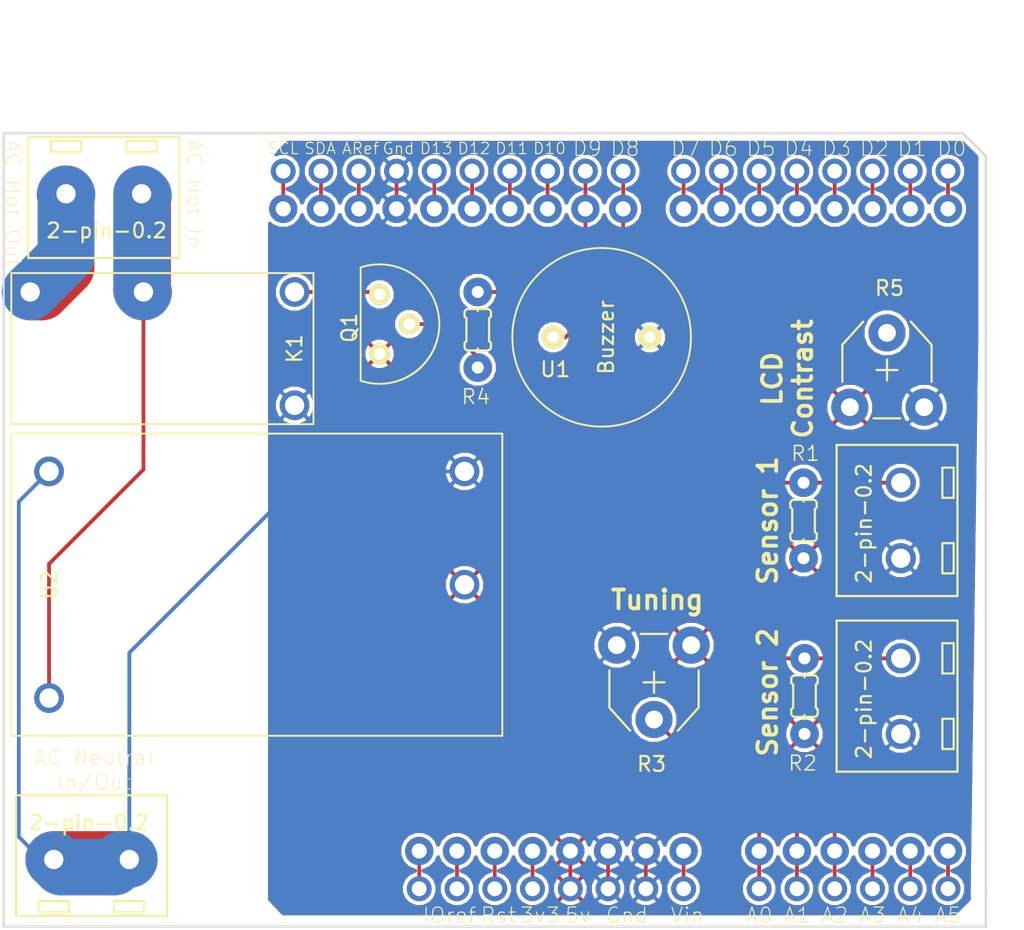
<source format=kicad_pcb>
(kicad_pcb (version 4) (host pcbnew 4.0.2+dfsg1-stable)

  (general
    (links 62)
    (no_connects 0)
    (area 156.976 41.592499 229.02031 102.3608)
    (thickness 1.6)
    (drawings 15)
    (tracks 90)
    (zones 0)
    (modules 46)
    (nets 35)
  )

  (page A4)
  (layers
    (0 F.Cu signal)
    (31 B.Cu signal)
    (32 B.Adhes user)
    (33 F.Adhes user)
    (34 B.Paste user)
    (35 F.Paste user)
    (36 B.SilkS user)
    (37 F.SilkS user)
    (38 B.Mask user hide)
    (39 F.Mask user hide)
    (40 Dwgs.User user)
    (41 Cmts.User user hide)
    (42 Eco1.User user hide)
    (43 Eco2.User user hide)
    (44 Edge.Cuts user)
    (45 Margin user hide)
    (46 B.CrtYd user hide)
    (47 F.CrtYd user hide)
    (48 B.Fab user)
    (49 F.Fab user hide)
  )

  (setup
    (last_trace_width 0.254)
    (user_trace_width 3.81)
    (trace_clearance 0.254)
    (zone_clearance 0.25146)
    (zone_45_only no)
    (trace_min 0.2)
    (segment_width 0.2)
    (edge_width 0.15)
    (via_size 0.6)
    (via_drill 0.4)
    (via_min_size 0.4)
    (via_min_drill 0.3)
    (uvia_size 0.3)
    (uvia_drill 0.1)
    (uvias_allowed no)
    (uvia_min_size 0)
    (uvia_min_drill 0)
    (pcb_text_width 0.3)
    (pcb_text_size 1.5 1.5)
    (mod_edge_width 0.15)
    (mod_text_size 1 1)
    (mod_text_width 0.15)
    (pad_size 2.032 2.032)
    (pad_drill 1.2954)
    (pad_to_mask_clearance 0.2)
    (aux_axis_origin 0 0)
    (visible_elements 7FFFFF7F)
    (pcbplotparams
      (layerselection 0x010f0_80000001)
      (usegerberextensions false)
      (excludeedgelayer true)
      (linewidth 0.100000)
      (plotframeref false)
      (viasonmask false)
      (mode 1)
      (useauxorigin false)
      (hpglpennumber 1)
      (hpglpenspeed 20)
      (hpglpendiameter 15)
      (hpglpenoverlay 2)
      (psnegative false)
      (psa4output false)
      (plotreference true)
      (plotvalue true)
      (plotinvisibletext false)
      (padsonsilk false)
      (subtractmaskfromsilk false)
      (outputformat 1)
      (mirror false)
      (drillshape 0)
      (scaleselection 1)
      (outputdirectory gerbers))
  )

  (net 0 "")
  (net 1 "Net-(K1-Pad1)")
  (net 2 120VAC)
  (net 3 "Net-(K1-Pad3)")
  (net 4 Earth)
  (net 5 "Net-(M1-PadNC)")
  (net 6 "Net-(M1-PadIORE)")
  (net 7 "Net-(M1-PadSCL)")
  (net 8 "Net-(M1-PadSDA)")
  (net 9 "Net-(M1-Pad3V)")
  (net 10 +5V)
  (net 11 "Net-(M1-PadA0)")
  (net 12 "Net-(M1-PadA1)")
  (net 13 "Net-(M1-PadA2)")
  (net 14 "Net-(M1-PadA3)")
  (net 15 "Net-(M1-PadA4)")
  (net 16 "Net-(M1-PadA5)")
  (net 17 "Net-(M1-PadAREF)")
  (net 18 "Net-(M1-PadD0)")
  (net 19 "Net-(M1-PadD1)")
  (net 20 "Net-(M1-PadD2)")
  (net 21 "Net-(M1-PadD3)")
  (net 22 "Net-(M1-PadD4)")
  (net 23 "Net-(M1-PadD5)")
  (net 24 "Net-(M1-PadD6)")
  (net 25 "Net-(M1-PadD7)")
  (net 26 "Net-(M1-PadD8)")
  (net 27 "Net-(M1-PadD9)")
  (net 28 "Net-(M1-PadD10)")
  (net 29 "Net-(M1-PadD11)")
  (net 30 "Net-(M1-PadD12)")
  (net 31 "Net-(M1-PadD13)")
  (net 32 "Net-(M1-PadRESE)")
  (net 33 "Net-(M1-PadVIN)")
  (net 34 "Net-(Q1-Pad2)")

  (net_class Default "This is the default net class."
    (clearance 0.254)
    (trace_width 0.254)
    (via_dia 0.6)
    (via_drill 0.4)
    (uvia_dia 0.3)
    (uvia_drill 0.1)
    (add_net +5V)
    (add_net 120VAC)
    (add_net Earth)
    (add_net "Net-(K1-Pad1)")
    (add_net "Net-(K1-Pad3)")
    (add_net "Net-(M1-Pad3V)")
    (add_net "Net-(M1-PadA0)")
    (add_net "Net-(M1-PadA1)")
    (add_net "Net-(M1-PadA2)")
    (add_net "Net-(M1-PadA3)")
    (add_net "Net-(M1-PadA4)")
    (add_net "Net-(M1-PadA5)")
    (add_net "Net-(M1-PadAREF)")
    (add_net "Net-(M1-PadD0)")
    (add_net "Net-(M1-PadD1)")
    (add_net "Net-(M1-PadD10)")
    (add_net "Net-(M1-PadD11)")
    (add_net "Net-(M1-PadD12)")
    (add_net "Net-(M1-PadD13)")
    (add_net "Net-(M1-PadD2)")
    (add_net "Net-(M1-PadD3)")
    (add_net "Net-(M1-PadD4)")
    (add_net "Net-(M1-PadD5)")
    (add_net "Net-(M1-PadD6)")
    (add_net "Net-(M1-PadD7)")
    (add_net "Net-(M1-PadD8)")
    (add_net "Net-(M1-PadD9)")
    (add_net "Net-(M1-PadIORE)")
    (add_net "Net-(M1-PadNC)")
    (add_net "Net-(M1-PadRESE)")
    (add_net "Net-(M1-PadSCL)")
    (add_net "Net-(M1-PadSDA)")
    (add_net "Net-(M1-PadVIN)")
    (add_net "Net-(Q1-Pad2)")
  )

  (module thermostat:transistor (layer F.Cu) (tedit 5ADE7100) (tstamp 5ADE609D)
    (at 182.753 54.737 270)
    (path /5ACA8AA6)
    (fp_text reference Q1 (at 0.254 2.032 270) (layer F.SilkS)
      (effects (font (size 1 1) (thickness 0.15)))
    )
    (fp_text value PN2222A (at 0.1 7.6 270) (layer F.Fab) hide
      (effects (font (size 1 1) (thickness 0.15)))
    )
    (fp_line (start 3.81 1.27) (end -3.81 1.27) (layer F.SilkS) (width 0.127))
    (fp_arc (start 0 0) (end 1.27 -3.81) (angle 90) (layer F.SilkS) (width 0.127))
    (fp_arc (start 0 0) (end -1.27 -3.81) (angle 90) (layer F.SilkS) (width 0.127))
    (fp_arc (start 0 0) (end -3.81 1.27) (angle 90) (layer F.SilkS) (width 0.127))
    (pad 2 thru_hole circle (at 0 -2 270) (size 1.4 1.4) (drill 0.8) (layers *.Cu *.Mask F.SilkS)
      (net 34 "Net-(Q1-Pad2)"))
    (pad 1 thru_hole circle (at -2 0 270) (size 1.4 1.4) (drill 0.8) (layers *.Cu *.Mask F.SilkS)
      (net 1 "Net-(K1-Pad1)"))
    (pad 3 thru_hole circle (at 2 0 270) (size 1.4 1.4) (drill 0.8) (layers *.Cu *.Mask F.SilkS)
      (net 10 +5V))
    (model Transistors_OldSowjetAera.3dshapes/OldSowjetaera_Transistor_Type-II_SmallPads.wrl
      (at (xyz 0 0 0))
      (scale (xyz 0.3937 0.3937 0.3937))
      (rotate (xyz 0 0 0))
    )
  )

  (module thermostat:R_0.2 (layer F.Cu) (tedit 5ADD26D5) (tstamp 5ADE60A7)
    (at 211.2645 67.945 270)
    (descr RESISTOR)
    (tags RESISTOR)
    (path /5ABD7B95)
    (attr virtual)
    (fp_text reference R1 (at -4.5085 -0.127 360) (layer F.SilkS)
      (effects (font (size 0.9906 0.9906) (thickness 0.1016)))
    )
    (fp_text value 100k (at 0.8382 1.81356 270) (layer F.SilkS) hide
      (effects (font (size 0.9906 0.9906) (thickness 0.1016)))
    )
    (fp_line (start 1.524 0) (end 1.27 0) (layer F.SilkS) (width 0.15))
    (fp_line (start -1.524 0) (end -1.27 0) (layer F.SilkS) (width 0.15))
    (fp_line (start -0.762 0.762) (end 0.762 0.762) (layer F.SilkS) (width 0.15))
    (fp_line (start 0.762 -0.762) (end -0.762 -0.762) (layer F.SilkS) (width 0.15))
    (fp_line (start 1.397 0.254) (end 1.397 -0.254) (layer F.SilkS) (width 0.06604))
    (fp_line (start -1.397 0.635) (end -1.397 -0.635) (layer F.SilkS) (width 0.1524))
    (fp_line (start -1.143 -0.889) (end -0.889 -0.889) (layer F.SilkS) (width 0.1524))
    (fp_line (start -0.762 -0.762) (end -0.889 -0.889) (layer F.SilkS) (width 0.1524))
    (fp_line (start -1.143 0.889) (end -0.889 0.889) (layer F.SilkS) (width 0.1524))
    (fp_line (start -0.762 0.762) (end -0.889 0.889) (layer F.SilkS) (width 0.1524))
    (fp_line (start 0.762 -0.762) (end 0.889 -0.889) (layer F.SilkS) (width 0.1524))
    (fp_line (start 0.762 0.762) (end 0.889 0.889) (layer F.SilkS) (width 0.1524))
    (fp_line (start 1.143 -0.889) (end 0.889 -0.889) (layer F.SilkS) (width 0.1524))
    (fp_line (start 1.143 0.889) (end 0.889 0.889) (layer F.SilkS) (width 0.1524))
    (fp_line (start 1.397 0.635) (end 1.397 -0.635) (layer F.SilkS) (width 0.1524))
    (fp_arc (start -1.143 -0.635) (end -1.397 -0.635) (angle 90) (layer F.SilkS) (width 0.1524))
    (fp_arc (start -1.143 0.635) (end -1.143 0.889) (angle 90) (layer F.SilkS) (width 0.1524))
    (fp_arc (start 1.143 0.635) (end 1.397 0.635) (angle 90) (layer F.SilkS) (width 0.1524))
    (fp_arc (start 1.143 -0.635) (end 1.143 -0.889) (angle 90) (layer F.SilkS) (width 0.1524))
    (pad 1 thru_hole circle (at -2.54 0 270) (size 1.9304 1.9304) (drill 0.8128) (layers *.Cu *.Mask)
      (net 12 "Net-(M1-PadA1)"))
    (pad 2 thru_hole circle (at 2.54 0 270) (size 1.9304 1.9304) (drill 0.8128) (layers *.Cu *.Mask)
      (net 10 +5V))
  )

  (module thermostat:R_0.2 (layer F.Cu) (tedit 5ADD26D5) (tstamp 5ADE60BF)
    (at 211.328 79.756 90)
    (descr RESISTOR)
    (tags RESISTOR)
    (path /5AD7D47A)
    (attr virtual)
    (fp_text reference R2 (at -4.5085 -0.127 180) (layer F.SilkS)
      (effects (font (size 0.9906 0.9906) (thickness 0.1016)))
    )
    (fp_text value 100k (at 0.8382 1.81356 90) (layer F.SilkS) hide
      (effects (font (size 0.9906 0.9906) (thickness 0.1016)))
    )
    (fp_line (start 1.524 0) (end 1.27 0) (layer F.SilkS) (width 0.15))
    (fp_line (start -1.524 0) (end -1.27 0) (layer F.SilkS) (width 0.15))
    (fp_line (start -0.762 0.762) (end 0.762 0.762) (layer F.SilkS) (width 0.15))
    (fp_line (start 0.762 -0.762) (end -0.762 -0.762) (layer F.SilkS) (width 0.15))
    (fp_line (start 1.397 0.254) (end 1.397 -0.254) (layer F.SilkS) (width 0.06604))
    (fp_line (start -1.397 0.635) (end -1.397 -0.635) (layer F.SilkS) (width 0.1524))
    (fp_line (start -1.143 -0.889) (end -0.889 -0.889) (layer F.SilkS) (width 0.1524))
    (fp_line (start -0.762 -0.762) (end -0.889 -0.889) (layer F.SilkS) (width 0.1524))
    (fp_line (start -1.143 0.889) (end -0.889 0.889) (layer F.SilkS) (width 0.1524))
    (fp_line (start -0.762 0.762) (end -0.889 0.889) (layer F.SilkS) (width 0.1524))
    (fp_line (start 0.762 -0.762) (end 0.889 -0.889) (layer F.SilkS) (width 0.1524))
    (fp_line (start 0.762 0.762) (end 0.889 0.889) (layer F.SilkS) (width 0.1524))
    (fp_line (start 1.143 -0.889) (end 0.889 -0.889) (layer F.SilkS) (width 0.1524))
    (fp_line (start 1.143 0.889) (end 0.889 0.889) (layer F.SilkS) (width 0.1524))
    (fp_line (start 1.397 0.635) (end 1.397 -0.635) (layer F.SilkS) (width 0.1524))
    (fp_arc (start -1.143 -0.635) (end -1.397 -0.635) (angle 90) (layer F.SilkS) (width 0.1524))
    (fp_arc (start -1.143 0.635) (end -1.143 0.889) (angle 90) (layer F.SilkS) (width 0.1524))
    (fp_arc (start 1.143 0.635) (end 1.397 0.635) (angle 90) (layer F.SilkS) (width 0.1524))
    (fp_arc (start 1.143 -0.635) (end 1.143 -0.889) (angle 90) (layer F.SilkS) (width 0.1524))
    (pad 1 thru_hole circle (at -2.54 0 90) (size 1.9304 1.9304) (drill 0.8128) (layers *.Cu *.Mask)
      (net 10 +5V))
    (pad 2 thru_hole circle (at 2.54 0 90) (size 1.9304 1.9304) (drill 0.8128) (layers *.Cu *.Mask)
      (net 13 "Net-(M1-PadA2)"))
  )

  (module thermostat:R_0.2 (layer F.Cu) (tedit 5ADD26D5) (tstamp 5ADE60E4)
    (at 189.357 55.118 90)
    (descr RESISTOR)
    (tags RESISTOR)
    (path /5ABD7AD9)
    (attr virtual)
    (fp_text reference R4 (at -4.5085 -0.127 180) (layer F.SilkS)
      (effects (font (size 0.9906 0.9906) (thickness 0.1016)))
    )
    (fp_text value 1k (at 0.8382 1.81356 90) (layer F.SilkS) hide
      (effects (font (size 0.9906 0.9906) (thickness 0.1016)))
    )
    (fp_line (start 1.524 0) (end 1.27 0) (layer F.SilkS) (width 0.15))
    (fp_line (start -1.524 0) (end -1.27 0) (layer F.SilkS) (width 0.15))
    (fp_line (start -0.762 0.762) (end 0.762 0.762) (layer F.SilkS) (width 0.15))
    (fp_line (start 0.762 -0.762) (end -0.762 -0.762) (layer F.SilkS) (width 0.15))
    (fp_line (start 1.397 0.254) (end 1.397 -0.254) (layer F.SilkS) (width 0.06604))
    (fp_line (start -1.397 0.635) (end -1.397 -0.635) (layer F.SilkS) (width 0.1524))
    (fp_line (start -1.143 -0.889) (end -0.889 -0.889) (layer F.SilkS) (width 0.1524))
    (fp_line (start -0.762 -0.762) (end -0.889 -0.889) (layer F.SilkS) (width 0.1524))
    (fp_line (start -1.143 0.889) (end -0.889 0.889) (layer F.SilkS) (width 0.1524))
    (fp_line (start -0.762 0.762) (end -0.889 0.889) (layer F.SilkS) (width 0.1524))
    (fp_line (start 0.762 -0.762) (end 0.889 -0.889) (layer F.SilkS) (width 0.1524))
    (fp_line (start 0.762 0.762) (end 0.889 0.889) (layer F.SilkS) (width 0.1524))
    (fp_line (start 1.143 -0.889) (end 0.889 -0.889) (layer F.SilkS) (width 0.1524))
    (fp_line (start 1.143 0.889) (end 0.889 0.889) (layer F.SilkS) (width 0.1524))
    (fp_line (start 1.397 0.635) (end 1.397 -0.635) (layer F.SilkS) (width 0.1524))
    (fp_arc (start -1.143 -0.635) (end -1.397 -0.635) (angle 90) (layer F.SilkS) (width 0.1524))
    (fp_arc (start -1.143 0.635) (end -1.143 0.889) (angle 90) (layer F.SilkS) (width 0.1524))
    (fp_arc (start 1.143 0.635) (end 1.397 0.635) (angle 90) (layer F.SilkS) (width 0.1524))
    (fp_arc (start 1.143 -0.635) (end 1.143 -0.889) (angle 90) (layer F.SilkS) (width 0.1524))
    (pad 1 thru_hole circle (at -2.54 0 90) (size 1.9304 1.9304) (drill 0.8128) (layers *.Cu *.Mask)
      (net 34 "Net-(Q1-Pad2)"))
    (pad 2 thru_hole circle (at 2.54 0 90) (size 1.9304 1.9304) (drill 0.8128) (layers *.Cu *.Mask)
      (net 27 "Net-(M1-PadD9)"))
  )

  (module thermostat:Buzzer-6.5mm (layer F.Cu) (tedit 5ADE719D) (tstamp 5ADE6109)
    (at 194.437 55.626)
    (path /5ABD9D32)
    (fp_text reference U1 (at 0.127 2.159) (layer F.SilkS)
      (effects (font (size 1 1) (thickness 0.15)))
    )
    (fp_text value Buzzer (at 3.556 0 90) (layer F.SilkS)
      (effects (font (size 1 1) (thickness 0.15)))
    )
    (fp_circle (center 3.25 0) (end 9.25 0.25) (layer F.SilkS) (width 0.127))
    (pad 1 thru_hole circle (at 0 0) (size 1.524 1.524) (drill 0.762) (layers *.Cu *.Mask F.SilkS)
      (net 26 "Net-(M1-PadD8)"))
    (pad 2 thru_hole circle (at 6.5 0) (size 1.524 1.524) (drill 0.762) (layers *.Cu *.Mask F.SilkS)
      (net 4 Earth))
  )

  (module thermostat:2-pin-0.2 (layer F.Cu) (tedit 5ADE6B83) (tstamp 5ADE614D)
    (at 163.3855 90.7415)
    (path /5ADA1580)
    (fp_text reference U6 (at 0 0.5) (layer F.SilkS) hide
      (effects (font (size 1 1) (thickness 0.15)))
    )
    (fp_text value 2-pin-0.2 (at -0.1905 -2.4765) (layer F.SilkS)
      (effects (font (size 1 1) (thickness 0.15)))
    )
    (fp_line (start 3.556 3.556) (end 3.556 2.794) (layer F.SilkS) (width 0.15))
    (fp_line (start 1.524 3.556) (end 1.524 2.794) (layer F.SilkS) (width 0.15))
    (fp_line (start 1.524 2.794) (end 3.556 2.794) (layer F.SilkS) (width 0.15))
    (fp_line (start -3.556 3.556) (end -3.556 2.794) (layer F.SilkS) (width 0.15))
    (fp_line (start -3.556 2.794) (end -1.524 2.794) (layer F.SilkS) (width 0.15))
    (fp_line (start -1.524 2.794) (end -1.524 3.556) (layer F.SilkS) (width 0.15))
    (fp_line (start 3.556 3.556) (end 1.524 3.556) (layer F.SilkS) (width 0.15))
    (fp_line (start -3.556 3.556) (end -1.524 3.556) (layer F.SilkS) (width 0.15))
    (fp_line (start -5.08 3.81) (end -5.08 -4.318) (layer F.SilkS) (width 0.15))
    (fp_line (start -5.08 -4.318) (end 5.08 -4.318) (layer F.SilkS) (width 0.15))
    (fp_line (start 5.08 -4.318) (end 5.08 3.81) (layer F.SilkS) (width 0.15))
    (fp_line (start 5.08 3.81) (end -5.08 3.81) (layer F.SilkS) (width 0.15))
    (pad 1 thru_hole circle (at -2.54 0) (size 2.032 2.032) (drill 1.2954) (layers *.Cu *.Mask)
      (net 4 Earth))
    (pad 2 thru_hole circle (at 2.54 0) (size 2.032 2.032) (drill 1.2954) (layers *.Cu *.Mask)
      (net 4 Earth))
  )

  (module thermostat:2-pin-0.2 (layer F.Cu) (tedit 5ADE6256) (tstamp 5ADE613C)
    (at 164.211 45.974 180)
    (path /5ADA148B)
    (fp_text reference U5 (at 0 0.5 180) (layer F.SilkS) hide
      (effects (font (size 1 1) (thickness 0.15)))
    )
    (fp_text value 2-pin-0.2 (at -0.1905 -2.4765 180) (layer F.SilkS)
      (effects (font (size 1 1) (thickness 0.15)))
    )
    (fp_line (start 3.556 3.556) (end 3.556 2.794) (layer F.SilkS) (width 0.15))
    (fp_line (start 1.524 3.556) (end 1.524 2.794) (layer F.SilkS) (width 0.15))
    (fp_line (start 1.524 2.794) (end 3.556 2.794) (layer F.SilkS) (width 0.15))
    (fp_line (start -3.556 3.556) (end -3.556 2.794) (layer F.SilkS) (width 0.15))
    (fp_line (start -3.556 2.794) (end -1.524 2.794) (layer F.SilkS) (width 0.15))
    (fp_line (start -1.524 2.794) (end -1.524 3.556) (layer F.SilkS) (width 0.15))
    (fp_line (start 3.556 3.556) (end 1.524 3.556) (layer F.SilkS) (width 0.15))
    (fp_line (start -3.556 3.556) (end -1.524 3.556) (layer F.SilkS) (width 0.15))
    (fp_line (start -5.08 3.81) (end -5.08 -4.318) (layer F.SilkS) (width 0.15))
    (fp_line (start -5.08 -4.318) (end 5.08 -4.318) (layer F.SilkS) (width 0.15))
    (fp_line (start 5.08 -4.318) (end 5.08 3.81) (layer F.SilkS) (width 0.15))
    (fp_line (start 5.08 3.81) (end -5.08 3.81) (layer F.SilkS) (width 0.15))
    (pad 1 thru_hole circle (at -2.54 0 180) (size 2.032 2.032) (drill 1.2954) (layers *.Cu *.Mask)
      (net 2 120VAC))
    (pad 2 thru_hole circle (at 2.54 0 180) (size 2.032 2.032) (drill 1.2954) (layers *.Cu *.Mask)
      (net 3 "Net-(K1-Pad3)"))
  )

  (module thermostat:2-pin-0.2 (layer F.Cu) (tedit 5ADE6256) (tstamp 5ADE612B)
    (at 217.805 79.756 90)
    (path /5ADA161C)
    (fp_text reference U4 (at 0 0.5 90) (layer F.SilkS) hide
      (effects (font (size 1 1) (thickness 0.15)))
    )
    (fp_text value 2-pin-0.2 (at -0.1905 -2.4765 90) (layer F.SilkS)
      (effects (font (size 1 1) (thickness 0.15)))
    )
    (fp_line (start 3.556 3.556) (end 3.556 2.794) (layer F.SilkS) (width 0.15))
    (fp_line (start 1.524 3.556) (end 1.524 2.794) (layer F.SilkS) (width 0.15))
    (fp_line (start 1.524 2.794) (end 3.556 2.794) (layer F.SilkS) (width 0.15))
    (fp_line (start -3.556 3.556) (end -3.556 2.794) (layer F.SilkS) (width 0.15))
    (fp_line (start -3.556 2.794) (end -1.524 2.794) (layer F.SilkS) (width 0.15))
    (fp_line (start -1.524 2.794) (end -1.524 3.556) (layer F.SilkS) (width 0.15))
    (fp_line (start 3.556 3.556) (end 1.524 3.556) (layer F.SilkS) (width 0.15))
    (fp_line (start -3.556 3.556) (end -1.524 3.556) (layer F.SilkS) (width 0.15))
    (fp_line (start -5.08 3.81) (end -5.08 -4.318) (layer F.SilkS) (width 0.15))
    (fp_line (start -5.08 -4.318) (end 5.08 -4.318) (layer F.SilkS) (width 0.15))
    (fp_line (start 5.08 -4.318) (end 5.08 3.81) (layer F.SilkS) (width 0.15))
    (fp_line (start 5.08 3.81) (end -5.08 3.81) (layer F.SilkS) (width 0.15))
    (pad 1 thru_hole circle (at -2.54 0 90) (size 2.032 2.032) (drill 1.2954) (layers *.Cu *.Mask)
      (net 4 Earth))
    (pad 2 thru_hole circle (at 2.54 0 90) (size 2.032 2.032) (drill 1.2954) (layers *.Cu *.Mask)
      (net 13 "Net-(M1-PadA2)"))
  )

  (module thermostat:2-pin-0.2 (layer F.Cu) (tedit 5ADE6256) (tstamp 5ADE611A)
    (at 217.805 67.945 90)
    (path /5ADA1806)
    (fp_text reference U3 (at 0 0.5 90) (layer F.SilkS) hide
      (effects (font (size 1 1) (thickness 0.15)))
    )
    (fp_text value 2-pin-0.2 (at -0.1905 -2.4765 90) (layer F.SilkS)
      (effects (font (size 1 1) (thickness 0.15)))
    )
    (fp_line (start 3.556 3.556) (end 3.556 2.794) (layer F.SilkS) (width 0.15))
    (fp_line (start 1.524 3.556) (end 1.524 2.794) (layer F.SilkS) (width 0.15))
    (fp_line (start 1.524 2.794) (end 3.556 2.794) (layer F.SilkS) (width 0.15))
    (fp_line (start -3.556 3.556) (end -3.556 2.794) (layer F.SilkS) (width 0.15))
    (fp_line (start -3.556 2.794) (end -1.524 2.794) (layer F.SilkS) (width 0.15))
    (fp_line (start -1.524 2.794) (end -1.524 3.556) (layer F.SilkS) (width 0.15))
    (fp_line (start 3.556 3.556) (end 1.524 3.556) (layer F.SilkS) (width 0.15))
    (fp_line (start -3.556 3.556) (end -1.524 3.556) (layer F.SilkS) (width 0.15))
    (fp_line (start -5.08 3.81) (end -5.08 -4.318) (layer F.SilkS) (width 0.15))
    (fp_line (start -5.08 -4.318) (end 5.08 -4.318) (layer F.SilkS) (width 0.15))
    (fp_line (start 5.08 -4.318) (end 5.08 3.81) (layer F.SilkS) (width 0.15))
    (fp_line (start 5.08 3.81) (end -5.08 3.81) (layer F.SilkS) (width 0.15))
    (pad 1 thru_hole circle (at -2.54 0 90) (size 2.032 2.032) (drill 1.2954) (layers *.Cu *.Mask)
      (net 4 Earth))
    (pad 2 thru_hole circle (at 2.54 0 90) (size 2.032 2.032) (drill 1.2954) (layers *.Cu *.Mask)
      (net 12 "Net-(M1-PadA1)"))
  )

  (module thermostat:AC-DC-RAC01-GA (layer F.Cu) (tedit 5ADE7104) (tstamp 5ADE610F)
    (at 160.528 79.883)
    (path /5ABDA121)
    (fp_text reference U2 (at 0 -7.62 90) (layer F.SilkS)
      (effects (font (size 1 1) (thickness 0.15)))
    )
    (fp_text value AC-DC-Converter (at 15.367 -7.493) (layer F.Fab) hide
      (effects (font (size 1 1) (thickness 0.15)))
    )
    (fp_line (start -2.54 2.54) (end -2.54 -17.78) (layer F.SilkS) (width 0.127))
    (fp_line (start -2.54 -17.78) (end 30.48 -17.78) (layer F.SilkS) (width 0.127))
    (fp_line (start 30.48 -17.78) (end 30.48 2.54) (layer F.SilkS) (width 0.127))
    (fp_line (start 30.48 2.54) (end -2.54 2.54) (layer F.SilkS) (width 0.127))
    (pad 1 thru_hole circle (at 0 0) (size 2 2) (drill 1.3) (layers *.Cu *.Mask)
      (net 2 120VAC))
    (pad 2 thru_hole circle (at 0 -15.24) (size 2 2) (drill 1.3) (layers *.Cu *.Mask)
      (net 4 Earth))
    (pad 3 thru_hole circle (at 27.94 -15.24) (size 2 2) (drill 1.3) (layers *.Cu *.Mask)
      (net 4 Earth))
    (pad 4 thru_hole circle (at 27.94 -7.62) (size 2 2) (drill 1.3) (layers *.Cu *.Mask)
      (net 10 +5V))
  )

  (module thermostat:Relay-SPST-0.3-0.4 (layer F.Cu) (tedit 5ADE70FB) (tstamp 5ADE5FC5)
    (at 177.038 52.578 180)
    (path /5ABD7FE4)
    (fp_text reference K1 (at 0 -3.81 270) (layer F.SilkS)
      (effects (font (size 1 1) (thickness 0.15)))
    )
    (fp_text value RELAY_SPST (at 0 -0.5 180) (layer F.Fab) hide
      (effects (font (size 1 1) (thickness 0.15)))
    )
    (fp_line (start 19.05 1.27) (end -1.27 1.27) (layer F.SilkS) (width 0.127))
    (fp_line (start -1.27 1.27) (end -1.27 -8.89) (layer F.SilkS) (width 0.127))
    (fp_line (start -1.27 -8.89) (end 19.05 -8.89) (layer F.SilkS) (width 0.127))
    (fp_line (start 19.05 -8.89) (end 19.05 1.27) (layer F.SilkS) (width 0.127))
    (pad 1 thru_hole circle (at 0 0 180) (size 2 2) (drill 1.3) (layers *.Cu *.Mask)
      (net 1 "Net-(K1-Pad1)"))
    (pad 2 thru_hole circle (at 10.16 0 180) (size 2 2) (drill 1.3) (layers *.Cu *.Mask)
      (net 2 120VAC))
    (pad 3 thru_hole circle (at 17.78 0 180) (size 2 2) (drill 1.3) (layers *.Cu *.Mask)
      (net 3 "Net-(K1-Pad3)"))
    (pad 5 thru_hole circle (at 0 -7.62 180) (size 2 2) (drill 1.3) (layers *.Cu *.Mask)
      (net 4 Earth))
  )

  (module thermostat:ARDUINOR3-JFA locked (layer F.Cu) (tedit 5ADE69A9) (tstamp 5ADE5FD0)
    (at 157.48 95.25)
    (descr "ARDUINO UNO R3 JFA")
    (tags "ARDUINO UNO")
    (path /5ABD399F)
    (attr virtual)
    (fp_text reference M1 (at 2.794 -9.398) (layer Cmts.User) hide
      (effects (font (thickness 0.15)))
    )
    (fp_text value ARDUINOUNOR3-JFA (at 41.91 5.715) (layer Eco2.User) hide
      (effects (font (thickness 0.15)))
    )
    (fp_line (start 63.5 -53.34) (end 64.516 -53.34) (layer Eco2.User) (width 0.127))
    (fp_line (start 0 -53.34) (end 63.5 -53.34) (layer Eco2.User) (width 0.127))
    (fp_line (start 0 0) (end 66.04 0) (layer Eco2.User) (width 0.127))
    (fp_text user IOref (at 29.972 -0.762) (layer F.SilkS)
      (effects (font (size 1.016 1.016) (thickness 0.0762)))
    )
    (fp_text user SDA (at 21.2725 -52.324) (layer F.SilkS)
      (effects (font (size 0.762 0.762) (thickness 0.0762)))
    )
    (fp_text user SCL (at 18.796 -52.324) (layer F.SilkS)
      (effects (font (size 0.762 0.762) (thickness 0.0762)))
    )
    (fp_text user Rst (at 33.274 -0.762) (layer F.SilkS)
      (effects (font (size 1.016 1.016) (thickness 0.0762)))
    )
    (fp_text user 3v3 (at 36.068 -0.762) (layer F.SilkS)
      (effects (font (size 1.016 1.016) (thickness 0.0762)))
    )
    (fp_line (start 66.04 0) (end 66.04 -2.54) (layer Eco2.User) (width 0.1))
    (fp_line (start 66.04 -2.54) (end 68.58 -5.08) (layer Eco2.User) (width 0.1))
    (fp_line (start 68.58 -5.08) (end 68.58 -37.846) (layer Eco2.User) (width 0.1))
    (fp_line (start 68.58 -37.846) (end 66.04 -40.386) (layer Eco2.User) (width 0.1))
    (fp_line (start 66.04 -40.386) (end 66.04 -51.816) (layer Eco2.User) (width 0.1))
    (fp_line (start 66.04 -51.816) (end 64.516 -53.34) (layer Eco2.User) (width 0.1))
    (fp_line (start 0 -53.34) (end 0 0) (layer Eco2.User) (width 0.1))
    (fp_text user 5v (at 38.608 -0.762) (layer F.SilkS)
      (effects (font (size 1.016 1.016) (thickness 0.0762)))
    )
    (fp_text user Gnd (at 41.91 -0.762) (layer F.SilkS)
      (effects (font (size 1.016 1.016) (thickness 0.0762)))
    )
    (fp_text user Vin (at 45.974 -0.762) (layer F.SilkS)
      (effects (font (size 1.016 1.016) (thickness 0.0762)))
    )
    (fp_text user A0 (at 50.8 -0.762) (layer F.SilkS)
      (effects (font (size 1.016 1.016) (thickness 0.0762)))
    )
    (fp_text user A1 (at 53.34 -0.762) (layer F.SilkS)
      (effects (font (size 1.016 1.016) (thickness 0.0762)))
    )
    (fp_text user A2 (at 55.88 -0.762) (layer F.SilkS)
      (effects (font (size 1.016 1.016) (thickness 0.0762)))
    )
    (fp_text user A3 (at 58.42 -0.762) (layer F.SilkS)
      (effects (font (size 1.016 1.016) (thickness 0.0762)))
    )
    (fp_text user A4 (at 60.96 -0.762) (layer F.SilkS)
      (effects (font (size 1.016 1.016) (thickness 0.0762)))
    )
    (fp_text user A5 (at 63.5 -0.762) (layer F.SilkS)
      (effects (font (size 1.016 1.016) (thickness 0.0762)))
    )
    (fp_text user ARef (at 24.003 -52.324) (layer F.SilkS)
      (effects (font (size 0.762 0.762) (thickness 0.0762)))
    )
    (fp_text user Gnd (at 26.543 -52.324) (layer F.SilkS)
      (effects (font (size 0.762 0.762) (thickness 0.0762)))
    )
    (fp_text user D13 (at 29.083 -52.324) (layer F.SilkS)
      (effects (font (size 0.762 0.762) (thickness 0.0762)))
    )
    (fp_text user D12 (at 31.623 -52.324) (layer F.SilkS)
      (effects (font (size 0.762 0.762) (thickness 0.0762)))
    )
    (fp_text user D11 (at 34.163 -52.324) (layer F.SilkS)
      (effects (font (size 0.762 0.762) (thickness 0.0762)))
    )
    (fp_text user D10 (at 36.703 -52.324) (layer F.SilkS)
      (effects (font (size 0.762 0.762) (thickness 0.0762)))
    )
    (fp_text user D9 (at 39.243 -52.324) (layer F.SilkS)
      (effects (font (size 1.016 1.016) (thickness 0.0762)))
    )
    (fp_text user D8 (at 41.783 -52.324) (layer F.SilkS)
      (effects (font (size 1.016 1.016) (thickness 0.0762)))
    )
    (fp_text user D7 (at 45.847 -52.324) (layer F.SilkS)
      (effects (font (size 1.016 1.016) (thickness 0.0762)))
    )
    (fp_text user D6 (at 48.387 -52.324) (layer F.SilkS)
      (effects (font (size 1.016 1.016) (thickness 0.0762)))
    )
    (fp_text user D5 (at 50.927 -52.324) (layer F.SilkS)
      (effects (font (size 1.016 1.016) (thickness 0.0762)))
    )
    (fp_text user D4 (at 53.467 -52.324) (layer F.SilkS)
      (effects (font (size 1.016 1.016) (thickness 0.0762)))
    )
    (fp_text user D3 (at 56.007 -52.324) (layer F.SilkS)
      (effects (font (size 1.016 1.016) (thickness 0.0762)))
    )
    (fp_text user D2 (at 58.547 -52.324) (layer F.SilkS)
      (effects (font (size 1.016 1.016) (thickness 0.0762)))
    )
    (fp_text user D1 (at 61.08446 -52.324) (layer F.SilkS)
      (effects (font (size 1.016 1.016) (thickness 0.0762)))
    )
    (fp_text user D0 (at 63.754 -52.324) (layer F.SilkS)
      (effects (font (size 1.016 1.016) (thickness 0.0762)))
    )
    (fp_text user "Digital I/O" (at 36.211 -61.578) (layer Cmts.User)
      (effects (font (size 1.016 1.016) (thickness 0.0762)))
    )
    (fp_text user "Digital I/O" (at 55.515 -61.578) (layer Cmts.User)
      (effects (font (size 1.016 1.016) (thickness 0.0762)))
    )
    (pad NC thru_hole circle (at 27.94 -2.54) (size 1.6764 1.6764) (drill 0.99822) (layers *.Cu *.Mask)
      (net 5 "Net-(M1-PadNC)"))
    (pad IORE thru_hole circle (at 30.48 -2.54) (size 1.6764 1.6764) (drill 0.99822) (layers *.Cu *.Mask)
      (net 6 "Net-(M1-PadIORE)"))
    (pad SCL thru_hole circle (at 18.796 -50.8) (size 1.6764 1.6764) (drill 0.99822) (layers *.Cu *.Mask)
      (net 7 "Net-(M1-PadSCL)"))
    (pad SDA thru_hole circle (at 21.336 -50.8) (size 1.6764 1.6764) (drill 0.99822) (layers *.Cu *.Mask)
      (net 8 "Net-(M1-PadSDA)"))
    (pad 3V thru_hole circle (at 35.56 -2.54) (size 1.6764 1.6764) (drill 0.99822) (layers *.Cu *.Mask)
      (net 9 "Net-(M1-Pad3V)"))
    (pad 5V thru_hole circle (at 38.1 -2.54) (size 1.6764 1.6764) (drill 0.99822) (layers *.Cu *.Mask)
      (net 10 +5V))
    (pad A0 thru_hole circle (at 50.8 -2.54) (size 1.6764 1.6764) (drill 0.99822) (layers *.Cu *.Mask)
      (net 11 "Net-(M1-PadA0)"))
    (pad A1 thru_hole circle (at 53.34 -2.54) (size 1.6764 1.6764) (drill 0.99822) (layers *.Cu *.Mask)
      (net 12 "Net-(M1-PadA1)"))
    (pad A2 thru_hole circle (at 55.88 -2.54) (size 1.6764 1.6764) (drill 0.99822) (layers *.Cu *.Mask)
      (net 13 "Net-(M1-PadA2)"))
    (pad A3 thru_hole circle (at 58.42 -2.54) (size 1.6764 1.6764) (drill 0.99822) (layers *.Cu *.Mask)
      (net 14 "Net-(M1-PadA3)"))
    (pad A4 thru_hole circle (at 60.96 -2.54) (size 1.6764 1.6764) (drill 0.99822) (layers *.Cu *.Mask)
      (net 15 "Net-(M1-PadA4)"))
    (pad A5 thru_hole circle (at 63.5 -2.54) (size 1.6764 1.6764) (drill 0.99822) (layers *.Cu *.Mask)
      (net 16 "Net-(M1-PadA5)"))
    (pad AREF thru_hole circle (at 23.876 -50.8) (size 1.6764 1.6764) (drill 0.99822) (layers *.Cu *.Mask)
      (net 17 "Net-(M1-PadAREF)"))
    (pad D0 thru_hole circle (at 63.5 -50.8) (size 1.6764 1.6764) (drill 0.99822) (layers *.Cu *.Mask)
      (net 18 "Net-(M1-PadD0)"))
    (pad D1 thru_hole circle (at 60.96 -50.8) (size 1.6764 1.6764) (drill 0.99822) (layers *.Cu *.Mask)
      (net 19 "Net-(M1-PadD1)"))
    (pad D2 thru_hole circle (at 58.42 -50.8) (size 1.6764 1.6764) (drill 0.99822) (layers *.Cu *.Mask)
      (net 20 "Net-(M1-PadD2)"))
    (pad D3 thru_hole circle (at 55.88 -50.8) (size 1.6764 1.6764) (drill 0.99822) (layers *.Cu *.Mask)
      (net 21 "Net-(M1-PadD3)"))
    (pad D4 thru_hole circle (at 53.34 -50.8) (size 1.6764 1.6764) (drill 0.99822) (layers *.Cu *.Mask)
      (net 22 "Net-(M1-PadD4)"))
    (pad D5 thru_hole circle (at 50.8 -50.8) (size 1.6764 1.6764) (drill 0.99822) (layers *.Cu *.Mask)
      (net 23 "Net-(M1-PadD5)"))
    (pad D6 thru_hole circle (at 48.26 -50.8) (size 1.6764 1.6764) (drill 0.99822) (layers *.Cu *.Mask)
      (net 24 "Net-(M1-PadD6)"))
    (pad D7 thru_hole circle (at 45.72 -50.8) (size 1.6764 1.6764) (drill 0.99822) (layers *.Cu *.Mask)
      (net 25 "Net-(M1-PadD7)"))
    (pad D8 thru_hole circle (at 41.656 -50.8) (size 1.6764 1.6764) (drill 0.99822) (layers *.Cu *.Mask)
      (net 26 "Net-(M1-PadD8)"))
    (pad D9 thru_hole circle (at 39.116 -50.8) (size 1.6764 1.6764) (drill 0.99822) (layers *.Cu *.Mask)
      (net 27 "Net-(M1-PadD9)"))
    (pad D10 thru_hole circle (at 36.576 -50.8) (size 1.6764 1.6764) (drill 0.99822) (layers *.Cu *.Mask)
      (net 28 "Net-(M1-PadD10)"))
    (pad D11 thru_hole circle (at 34.036 -50.8) (size 1.6764 1.6764) (drill 0.99822) (layers *.Cu *.Mask)
      (net 29 "Net-(M1-PadD11)"))
    (pad D12 thru_hole circle (at 31.496 -50.8) (size 1.6764 1.6764) (drill 0.99822) (layers *.Cu *.Mask)
      (net 30 "Net-(M1-PadD12)"))
    (pad D13 thru_hole circle (at 28.95346 -50.8) (size 1.6764 1.6764) (drill 0.99822) (layers *.Cu *.Mask)
      (net 31 "Net-(M1-PadD13)"))
    (pad GND thru_hole circle (at 26.416 -50.8) (size 1.6764 1.6764) (drill 0.99822) (layers *.Cu *.Mask)
      (net 4 Earth))
    (pad GND1 thru_hole circle (at 43.18 -2.54) (size 1.6764 1.6764) (drill 0.99822) (layers *.Cu *.Mask)
      (net 4 Earth))
    (pad GND2 thru_hole circle (at 40.64 -2.54) (size 1.6764 1.6764) (drill 0.99822) (layers *.Cu *.Mask)
      (net 4 Earth))
    (pad RESE thru_hole circle (at 33.02 -2.54) (size 1.6764 1.6764) (drill 0.99822) (layers *.Cu *.Mask)
      (net 32 "Net-(M1-PadRESE)"))
    (pad VIN thru_hole circle (at 45.72 -2.54) (size 1.6764 1.6764) (drill 0.99822) (layers *.Cu *.Mask)
      (net 33 "Net-(M1-PadVIN)"))
  )

  (module thermostat:Potentiometer_VishaySpectrol-Econtrim-Type36T (layer F.Cu) (tedit 5ADE6A57) (tstamp 5ADE60FC)
    (at 214.376 60.325)
    (descr "Potentiometer, Trimmer, Spectrol Type 36T, Econtrim, Rev A, 02 Aug 2010,")
    (tags "Potentiometer, Trimmer, Spectrol Type 36T, Econtrim, Rev A, 02 Aug 2010,")
    (path /5ADA32A6)
    (fp_text reference R5 (at 2.667 -8.001) (layer F.SilkS)
      (effects (font (size 1 1) (thickness 0.15)))
    )
    (fp_text value POT (at 2.667 2.794) (layer F.Fab)
      (effects (font (size 1 1) (thickness 0.15)))
    )
    (fp_line (start 1.6002 0.75184) (end 3.39852 0.75184) (layer F.SilkS) (width 0.15))
    (fp_line (start 2.49936 -1.79832) (end 2.49936 -3.2004) (layer F.SilkS) (width 0.15))
    (fp_line (start 1.79832 -2.49936) (end 3.2004 -2.49936) (layer F.SilkS) (width 0.15))
    (fp_line (start 4.09956 -5.75056) (end 5.4991 -4.19862) (layer F.SilkS) (width 0.15))
    (fp_line (start 5.4991 -4.19862) (end 5.4991 -1.69926) (layer F.SilkS) (width 0.15))
    (fp_line (start 0.89916 -5.75056) (end -0.50038 -4.19862) (layer F.SilkS) (width 0.15))
    (fp_line (start -0.50038 -4.19862) (end -0.50038 -1.69926) (layer F.SilkS) (width 0.15))
    (pad 2 thru_hole circle (at 2.49936 -4.99872) (size 2.49936 2.49936) (drill 1.19888) (layers *.Cu *.Mask))
    (pad 3 thru_hole circle (at 4.99872 0) (size 2.49936 2.49936) (drill 1.19888) (layers *.Cu *.Mask)
      (net 4 Earth))
    (pad 1 thru_hole circle (at 0 0) (size 2.49936 2.49936) (drill 1.19888) (layers *.Cu *.Mask)
      (net 10 +5V))
  )

  (module thermostat:Potentiometer_VishaySpectrol-Econtrim-Type36T (layer F.Cu) (tedit 5ADE70D8) (tstamp 5ADE60D7)
    (at 203.708 76.327 180)
    (descr "Potentiometer, Trimmer, Spectrol Type 36T, Econtrim, Rev A, 02 Aug 2010,")
    (tags "Potentiometer, Trimmer, Spectrol Type 36T, Econtrim, Rev A, 02 Aug 2010,")
    (path /5AC56974)
    (fp_text reference R3 (at 2.667 -8.001 180) (layer F.SilkS)
      (effects (font (size 1 1) (thickness 0.15)))
    )
    (fp_text value POT (at 2.667 2.794 180) (layer F.Fab) hide
      (effects (font (size 1 1) (thickness 0.15)))
    )
    (fp_line (start 1.6002 0.75184) (end 3.39852 0.75184) (layer F.SilkS) (width 0.15))
    (fp_line (start 2.49936 -1.79832) (end 2.49936 -3.2004) (layer F.SilkS) (width 0.15))
    (fp_line (start 1.79832 -2.49936) (end 3.2004 -2.49936) (layer F.SilkS) (width 0.15))
    (fp_line (start 4.09956 -5.75056) (end 5.4991 -4.19862) (layer F.SilkS) (width 0.15))
    (fp_line (start 5.4991 -4.19862) (end 5.4991 -1.69926) (layer F.SilkS) (width 0.15))
    (fp_line (start 0.89916 -5.75056) (end -0.50038 -4.19862) (layer F.SilkS) (width 0.15))
    (fp_line (start -0.50038 -4.19862) (end -0.50038 -1.69926) (layer F.SilkS) (width 0.15))
    (pad 2 thru_hole circle (at 2.49936 -4.99872 180) (size 2.49936 2.49936) (drill 1.19888) (layers *.Cu *.Mask)
      (net 11 "Net-(M1-PadA0)"))
    (pad 3 thru_hole circle (at 4.99872 0 180) (size 2.49936 2.49936) (drill 1.19888) (layers *.Cu *.Mask)
      (net 4 Earth))
    (pad 1 thru_hole circle (at 0 0 180) (size 2.49936 2.49936) (drill 1.19888) (layers *.Cu *.Mask)
      (net 10 +5V))
  )

  (module thermostat:2_15_1_0 (layer F.Cu) (tedit 5ADE6B53) (tstamp 5ADE6099)
    (at 220.98 90.17)
    (descr "THROUGH-HOLE PAD")
    (tags "THROUGH-HOLE PAD")
    (path /5AC572E7)
    (attr virtual)
    (fp_text reference PAD32 (at 4.699 1.143) (layer B.SilkS) hide
      (effects (font (size 1.27 1.27) (thickness 0.127)))
    )
    (fp_text value WIREPAD2_15_1_0 (at 0.0762 -1.01092) (layer B.SilkS)
      (effects (font (size 0.0254 0.0254) (thickness 0.000001)))
    )
    (pad 1 thru_hole circle (at 0 0) (size 1.905 1.905) (drill 1.016) (layers *.Cu *.Mask)
      (net 16 "Net-(M1-PadA5)"))
  )

  (module thermostat:2_15_1_0 (layer F.Cu) (tedit 5ADE6B53) (tstamp 5ADE6095)
    (at 218.44 90.17)
    (descr "THROUGH-HOLE PAD")
    (tags "THROUGH-HOLE PAD")
    (path /5AC57344)
    (attr virtual)
    (fp_text reference PAD31 (at 4.699 1.143) (layer B.SilkS) hide
      (effects (font (size 1.27 1.27) (thickness 0.127)))
    )
    (fp_text value WIREPAD2_15_1_0 (at 0.0762 -1.01092) (layer B.SilkS)
      (effects (font (size 0.0254 0.0254) (thickness 0.000001)))
    )
    (pad 1 thru_hole circle (at 0 0) (size 1.905 1.905) (drill 1.016) (layers *.Cu *.Mask)
      (net 15 "Net-(M1-PadA4)"))
  )

  (module thermostat:2_15_1_0 (layer F.Cu) (tedit 5ADE6B53) (tstamp 5ADE6091)
    (at 220.98 46.99)
    (descr "THROUGH-HOLE PAD")
    (tags "THROUGH-HOLE PAD")
    (path /5AC566AE)
    (attr virtual)
    (fp_text reference PAD30 (at 4.699 1.143) (layer B.SilkS) hide
      (effects (font (size 1.27 1.27) (thickness 0.127)))
    )
    (fp_text value WIREPAD2_15_1_0 (at 0.0762 -1.01092) (layer B.SilkS)
      (effects (font (size 0.0254 0.0254) (thickness 0.000001)))
    )
    (pad 1 thru_hole circle (at 0 0) (size 1.905 1.905) (drill 1.016) (layers *.Cu *.Mask)
      (net 18 "Net-(M1-PadD0)"))
  )

  (module thermostat:2_15_1_0 (layer F.Cu) (tedit 5ADE6B53) (tstamp 5ADE608D)
    (at 215.9 90.17)
    (descr "THROUGH-HOLE PAD")
    (tags "THROUGH-HOLE PAD")
    (path /5AC5736A)
    (attr virtual)
    (fp_text reference PAD29 (at 4.699 1.143) (layer B.SilkS) hide
      (effects (font (size 1.27 1.27) (thickness 0.127)))
    )
    (fp_text value WIREPAD2_15_1_0 (at 0.0762 -1.01092) (layer B.SilkS)
      (effects (font (size 0.0254 0.0254) (thickness 0.000001)))
    )
    (pad 1 thru_hole circle (at 0 0) (size 1.905 1.905) (drill 1.016) (layers *.Cu *.Mask)
      (net 14 "Net-(M1-PadA3)"))
  )

  (module thermostat:2_15_1_0 (layer F.Cu) (tedit 5ADE6B53) (tstamp 5ADE6089)
    (at 218.44 46.99)
    (descr "THROUGH-HOLE PAD")
    (tags "THROUGH-HOLE PAD")
    (path /5AC567CC)
    (attr virtual)
    (fp_text reference PAD28 (at 4.699 1.143) (layer B.SilkS) hide
      (effects (font (size 1.27 1.27) (thickness 0.127)))
    )
    (fp_text value WIREPAD2_15_1_0 (at 0.0762 -1.01092) (layer B.SilkS)
      (effects (font (size 0.0254 0.0254) (thickness 0.000001)))
    )
    (pad 1 thru_hole circle (at 0 0) (size 1.905 1.905) (drill 1.016) (layers *.Cu *.Mask)
      (net 19 "Net-(M1-PadD1)"))
  )

  (module thermostat:2_15_1_0 (layer F.Cu) (tedit 5ADE6B53) (tstamp 5ADE6085)
    (at 213.36 90.17)
    (descr "THROUGH-HOLE PAD")
    (tags "THROUGH-HOLE PAD")
    (path /5AC57390)
    (attr virtual)
    (fp_text reference PAD27 (at 4.699 1.143) (layer B.SilkS) hide
      (effects (font (size 1.27 1.27) (thickness 0.127)))
    )
    (fp_text value WIREPAD2_15_1_0 (at 0.0762 -1.01092) (layer B.SilkS)
      (effects (font (size 0.0254 0.0254) (thickness 0.000001)))
    )
    (pad 1 thru_hole circle (at 0 0) (size 1.905 1.905) (drill 1.016) (layers *.Cu *.Mask)
      (net 13 "Net-(M1-PadA2)"))
  )

  (module thermostat:2_15_1_0 (layer F.Cu) (tedit 5ADE6B53) (tstamp 5ADE6081)
    (at 215.9 46.99)
    (descr "THROUGH-HOLE PAD")
    (tags "THROUGH-HOLE PAD")
    (path /5AC567EF)
    (attr virtual)
    (fp_text reference PAD26 (at 4.699 1.143) (layer B.SilkS) hide
      (effects (font (size 1.27 1.27) (thickness 0.127)))
    )
    (fp_text value WIREPAD2_15_1_0 (at 0.0762 -1.01092) (layer B.SilkS)
      (effects (font (size 0.0254 0.0254) (thickness 0.000001)))
    )
    (pad 1 thru_hole circle (at 0 0) (size 1.905 1.905) (drill 1.016) (layers *.Cu *.Mask)
      (net 20 "Net-(M1-PadD2)"))
  )

  (module thermostat:2_15_1_0 (layer F.Cu) (tedit 5ADE6B53) (tstamp 5ADE607D)
    (at 210.82 90.17)
    (descr "THROUGH-HOLE PAD")
    (tags "THROUGH-HOLE PAD")
    (path /5AC573B6)
    (attr virtual)
    (fp_text reference PAD25 (at 4.699 1.143) (layer B.SilkS) hide
      (effects (font (size 1.27 1.27) (thickness 0.127)))
    )
    (fp_text value WIREPAD2_15_1_0 (at 0.0762 -1.01092) (layer B.SilkS)
      (effects (font (size 0.0254 0.0254) (thickness 0.000001)))
    )
    (pad 1 thru_hole circle (at 0 0) (size 1.905 1.905) (drill 1.016) (layers *.Cu *.Mask)
      (net 12 "Net-(M1-PadA1)"))
  )

  (module thermostat:2_15_1_0 (layer F.Cu) (tedit 5ADE6B53) (tstamp 5ADE6079)
    (at 213.36 46.99)
    (descr "THROUGH-HOLE PAD")
    (tags "THROUGH-HOLE PAD")
    (path /5AC56812)
    (attr virtual)
    (fp_text reference PAD24 (at 4.699 1.143) (layer B.SilkS) hide
      (effects (font (size 1.27 1.27) (thickness 0.127)))
    )
    (fp_text value WIREPAD2_15_1_0 (at 0.0762 -1.01092) (layer B.SilkS)
      (effects (font (size 0.0254 0.0254) (thickness 0.000001)))
    )
    (pad 1 thru_hole circle (at 0 0) (size 1.905 1.905) (drill 1.016) (layers *.Cu *.Mask)
      (net 21 "Net-(M1-PadD3)"))
  )

  (module thermostat:2_15_1_0 (layer F.Cu) (tedit 5ADE6B53) (tstamp 5ADE6075)
    (at 208.28 90.17)
    (descr "THROUGH-HOLE PAD")
    (tags "THROUGH-HOLE PAD")
    (path /5AC573DC)
    (attr virtual)
    (fp_text reference PAD23 (at 4.699 1.143) (layer B.SilkS) hide
      (effects (font (size 1.27 1.27) (thickness 0.127)))
    )
    (fp_text value WIREPAD2_15_1_0 (at 0.0762 -1.01092) (layer B.SilkS)
      (effects (font (size 0.0254 0.0254) (thickness 0.000001)))
    )
    (pad 1 thru_hole circle (at 0 0) (size 1.905 1.905) (drill 1.016) (layers *.Cu *.Mask)
      (net 11 "Net-(M1-PadA0)"))
  )

  (module thermostat:2_15_1_0 (layer F.Cu) (tedit 5ADE6B53) (tstamp 5ADE6071)
    (at 210.82 46.99)
    (descr "THROUGH-HOLE PAD")
    (tags "THROUGH-HOLE PAD")
    (path /5AC56835)
    (attr virtual)
    (fp_text reference PAD22 (at 4.699 1.143) (layer B.SilkS) hide
      (effects (font (size 1.27 1.27) (thickness 0.127)))
    )
    (fp_text value WIREPAD2_15_1_0 (at 0.0762 -1.01092) (layer B.SilkS)
      (effects (font (size 0.0254 0.0254) (thickness 0.000001)))
    )
    (pad 1 thru_hole circle (at 0 0) (size 1.905 1.905) (drill 1.016) (layers *.Cu *.Mask)
      (net 22 "Net-(M1-PadD4)"))
  )

  (module thermostat:2_15_1_0 (layer F.Cu) (tedit 5ADE6B53) (tstamp 5ADE606D)
    (at 208.28 46.99)
    (descr "THROUGH-HOLE PAD")
    (tags "THROUGH-HOLE PAD")
    (path /5AC5700D)
    (attr virtual)
    (fp_text reference PAD21 (at 4.699 1.143) (layer B.SilkS) hide
      (effects (font (size 1.27 1.27) (thickness 0.127)))
    )
    (fp_text value WIREPAD2_15_1_0 (at 0.0762 -1.01092) (layer B.SilkS)
      (effects (font (size 0.0254 0.0254) (thickness 0.000001)))
    )
    (pad 1 thru_hole circle (at 0 0) (size 1.905 1.905) (drill 1.016) (layers *.Cu *.Mask)
      (net 23 "Net-(M1-PadD5)"))
  )

  (module thermostat:2_15_1_0 (layer F.Cu) (tedit 5ADE6B53) (tstamp 5ADE6069)
    (at 203.2 90.17)
    (descr "THROUGH-HOLE PAD")
    (tags "THROUGH-HOLE PAD")
    (path /5AC57402)
    (attr virtual)
    (fp_text reference PAD20 (at 4.699 1.143) (layer B.SilkS) hide
      (effects (font (size 1.27 1.27) (thickness 0.127)))
    )
    (fp_text value WIREPAD2_15_1_0 (at 0.0762 -1.01092) (layer B.SilkS)
      (effects (font (size 0.0254 0.0254) (thickness 0.000001)))
    )
    (pad 1 thru_hole circle (at 0 0) (size 1.905 1.905) (drill 1.016) (layers *.Cu *.Mask)
      (net 33 "Net-(M1-PadVIN)"))
  )

  (module thermostat:2_15_1_0 (layer F.Cu) (tedit 5ADE6B53) (tstamp 5ADE6065)
    (at 205.74 46.99)
    (descr "THROUGH-HOLE PAD")
    (tags "THROUGH-HOLE PAD")
    (path /5AC57033)
    (attr virtual)
    (fp_text reference PAD19 (at 4.699 1.143) (layer B.SilkS) hide
      (effects (font (size 1.27 1.27) (thickness 0.127)))
    )
    (fp_text value WIREPAD2_15_1_0 (at 0.0762 -1.01092) (layer B.SilkS)
      (effects (font (size 0.0254 0.0254) (thickness 0.000001)))
    )
    (pad 1 thru_hole circle (at 0 0) (size 1.905 1.905) (drill 1.016) (layers *.Cu *.Mask)
      (net 24 "Net-(M1-PadD6)"))
  )

  (module thermostat:2_15_1_0 (layer F.Cu) (tedit 5ADE6B53) (tstamp 5ADE6061)
    (at 200.66 90.17)
    (descr "THROUGH-HOLE PAD")
    (tags "THROUGH-HOLE PAD")
    (path /5AC57428)
    (attr virtual)
    (fp_text reference PAD18 (at 4.699 1.143) (layer B.SilkS) hide
      (effects (font (size 1.27 1.27) (thickness 0.127)))
    )
    (fp_text value WIREPAD2_15_1_0 (at 0.0762 -1.01092) (layer B.SilkS)
      (effects (font (size 0.0254 0.0254) (thickness 0.000001)))
    )
    (pad 1 thru_hole circle (at 0 0) (size 1.905 1.905) (drill 1.016) (layers *.Cu *.Mask)
      (net 4 Earth))
  )

  (module thermostat:2_15_1_0 (layer F.Cu) (tedit 5ADE6B53) (tstamp 5ADE605D)
    (at 203.2 46.99)
    (descr "THROUGH-HOLE PAD")
    (tags "THROUGH-HOLE PAD")
    (path /5AC57059)
    (attr virtual)
    (fp_text reference PAD17 (at 4.699 1.143) (layer B.SilkS) hide
      (effects (font (size 1.27 1.27) (thickness 0.127)))
    )
    (fp_text value WIREPAD2_15_1_0 (at 0.0762 -1.01092) (layer B.SilkS)
      (effects (font (size 0.0254 0.0254) (thickness 0.000001)))
    )
    (pad 1 thru_hole circle (at 0 0) (size 1.905 1.905) (drill 1.016) (layers *.Cu *.Mask)
      (net 25 "Net-(M1-PadD7)"))
  )

  (module thermostat:2_15_1_0 (layer F.Cu) (tedit 5ADE6B53) (tstamp 5ADE6059)
    (at 198.12 90.17)
    (descr "THROUGH-HOLE PAD")
    (tags "THROUGH-HOLE PAD")
    (path /5AC57457)
    (attr virtual)
    (fp_text reference PAD16 (at 4.699 1.143) (layer B.SilkS) hide
      (effects (font (size 1.27 1.27) (thickness 0.127)))
    )
    (fp_text value WIREPAD2_15_1_0 (at 0.0762 -1.01092) (layer B.SilkS)
      (effects (font (size 0.0254 0.0254) (thickness 0.000001)))
    )
    (pad 1 thru_hole circle (at 0 0) (size 1.905 1.905) (drill 1.016) (layers *.Cu *.Mask)
      (net 4 Earth))
  )

  (module thermostat:2_15_1_0 (layer F.Cu) (tedit 5ADE6B53) (tstamp 5ADE6055)
    (at 195.58 90.17)
    (descr "THROUGH-HOLE PAD")
    (tags "THROUGH-HOLE PAD")
    (path /5AC5751E)
    (attr virtual)
    (fp_text reference PAD15 (at 4.699 1.143) (layer B.SilkS) hide
      (effects (font (size 1.27 1.27) (thickness 0.127)))
    )
    (fp_text value WIREPAD2_15_1_0 (at 0.0762 -1.01092) (layer B.SilkS)
      (effects (font (size 0.0254 0.0254) (thickness 0.000001)))
    )
    (pad 1 thru_hole circle (at 0 0) (size 1.905 1.905) (drill 1.016) (layers *.Cu *.Mask)
      (net 10 +5V))
  )

  (module thermostat:2_15_1_0 (layer F.Cu) (tedit 5ADE6B53) (tstamp 5ADE6051)
    (at 199.136 46.99)
    (descr "THROUGH-HOLE PAD")
    (tags "THROUGH-HOLE PAD")
    (path /5AC5707F)
    (attr virtual)
    (fp_text reference PAD14 (at 4.699 1.143) (layer B.SilkS) hide
      (effects (font (size 1.27 1.27) (thickness 0.127)))
    )
    (fp_text value WIREPAD2_15_1_0 (at 0.0762 -1.01092) (layer B.SilkS)
      (effects (font (size 0.0254 0.0254) (thickness 0.000001)))
    )
    (pad 1 thru_hole circle (at 0 0) (size 1.905 1.905) (drill 1.016) (layers *.Cu *.Mask)
      (net 26 "Net-(M1-PadD8)"))
  )

  (module thermostat:2_15_1_0 (layer F.Cu) (tedit 5ADE6B53) (tstamp 5ADE604D)
    (at 193.04 90.17)
    (descr "THROUGH-HOLE PAD")
    (tags "THROUGH-HOLE PAD")
    (path /5AC575C0)
    (attr virtual)
    (fp_text reference PAD13 (at 4.699 1.143) (layer B.SilkS) hide
      (effects (font (size 1.27 1.27) (thickness 0.127)))
    )
    (fp_text value WIREPAD2_15_1_0 (at 0.0762 -1.01092) (layer B.SilkS)
      (effects (font (size 0.0254 0.0254) (thickness 0.000001)))
    )
    (pad 1 thru_hole circle (at 0 0) (size 1.905 1.905) (drill 1.016) (layers *.Cu *.Mask)
      (net 9 "Net-(M1-Pad3V)"))
  )

  (module thermostat:2_15_1_0 (layer F.Cu) (tedit 5ADE6B53) (tstamp 5ADE6049)
    (at 196.596 46.99)
    (descr "THROUGH-HOLE PAD")
    (tags "THROUGH-HOLE PAD")
    (path /5AC570A5)
    (attr virtual)
    (fp_text reference PAD12 (at 4.699 1.143) (layer B.SilkS) hide
      (effects (font (size 1.27 1.27) (thickness 0.127)))
    )
    (fp_text value WIREPAD2_15_1_0 (at 0.0762 -1.01092) (layer B.SilkS)
      (effects (font (size 0.0254 0.0254) (thickness 0.000001)))
    )
    (pad 1 thru_hole circle (at 0 0) (size 1.905 1.905) (drill 1.016) (layers *.Cu *.Mask)
      (net 27 "Net-(M1-PadD9)"))
  )

  (module thermostat:2_15_1_0 (layer F.Cu) (tedit 5ADE6B53) (tstamp 5ADE6045)
    (at 190.5 90.17)
    (descr "THROUGH-HOLE PAD")
    (tags "THROUGH-HOLE PAD")
    (path /5AC575E6)
    (attr virtual)
    (fp_text reference PAD11 (at 4.699 1.143) (layer B.SilkS) hide
      (effects (font (size 1.27 1.27) (thickness 0.127)))
    )
    (fp_text value WIREPAD2_15_1_0 (at 0.0762 -1.01092) (layer B.SilkS)
      (effects (font (size 0.0254 0.0254) (thickness 0.000001)))
    )
    (pad 1 thru_hole circle (at 0 0) (size 1.905 1.905) (drill 1.016) (layers *.Cu *.Mask)
      (net 32 "Net-(M1-PadRESE)"))
  )

  (module thermostat:2_15_1_0 (layer F.Cu) (tedit 5ADE6B53) (tstamp 5ADE6041)
    (at 194.056 46.99)
    (descr "THROUGH-HOLE PAD")
    (tags "THROUGH-HOLE PAD")
    (path /5AC570CB)
    (attr virtual)
    (fp_text reference PAD10 (at 4.699 1.143) (layer B.SilkS) hide
      (effects (font (size 1.27 1.27) (thickness 0.127)))
    )
    (fp_text value WIREPAD2_15_1_0 (at 0.0762 -1.01092) (layer B.SilkS)
      (effects (font (size 0.0254 0.0254) (thickness 0.000001)))
    )
    (pad 1 thru_hole circle (at 0 0) (size 1.905 1.905) (drill 1.016) (layers *.Cu *.Mask)
      (net 28 "Net-(M1-PadD10)"))
  )

  (module thermostat:2_15_1_0 (layer F.Cu) (tedit 5ADE6B53) (tstamp 5ADE603D)
    (at 187.96 90.17)
    (descr "THROUGH-HOLE PAD")
    (tags "THROUGH-HOLE PAD")
    (path /5AC5760C)
    (attr virtual)
    (fp_text reference PAD9 (at 4.699 1.143) (layer B.SilkS) hide
      (effects (font (size 1.27 1.27) (thickness 0.127)))
    )
    (fp_text value WIREPAD2_15_1_0 (at 0.0762 -1.01092) (layer B.SilkS)
      (effects (font (size 0.0254 0.0254) (thickness 0.000001)))
    )
    (pad 1 thru_hole circle (at 0 0) (size 1.905 1.905) (drill 1.016) (layers *.Cu *.Mask)
      (net 6 "Net-(M1-PadIORE)"))
  )

  (module thermostat:2_15_1_0 (layer F.Cu) (tedit 5ADE6B53) (tstamp 5ADE6039)
    (at 191.516 46.99)
    (descr "THROUGH-HOLE PAD")
    (tags "THROUGH-HOLE PAD")
    (path /5AC570F1)
    (attr virtual)
    (fp_text reference PAD8 (at 4.699 1.143) (layer B.SilkS) hide
      (effects (font (size 1.27 1.27) (thickness 0.127)))
    )
    (fp_text value WIREPAD2_15_1_0 (at 0.0762 -1.01092) (layer B.SilkS)
      (effects (font (size 0.0254 0.0254) (thickness 0.000001)))
    )
    (pad 1 thru_hole circle (at 0 0) (size 1.905 1.905) (drill 1.016) (layers *.Cu *.Mask)
      (net 29 "Net-(M1-PadD11)"))
  )

  (module thermostat:2_15_1_0 (layer F.Cu) (tedit 5ADE6B53) (tstamp 5ADE6035)
    (at 185.42 90.17)
    (descr "THROUGH-HOLE PAD")
    (tags "THROUGH-HOLE PAD")
    (path /5AC57632)
    (attr virtual)
    (fp_text reference PAD7 (at 4.699 1.143) (layer B.SilkS) hide
      (effects (font (size 1.27 1.27) (thickness 0.127)))
    )
    (fp_text value WIREPAD2_15_1_0 (at 0.0762 -1.01092) (layer B.SilkS)
      (effects (font (size 0.0254 0.0254) (thickness 0.000001)))
    )
    (pad 1 thru_hole circle (at 0 0) (size 1.905 1.905) (drill 1.016) (layers *.Cu *.Mask)
      (net 5 "Net-(M1-PadNC)"))
  )

  (module thermostat:2_15_1_0 (layer F.Cu) (tedit 5ADE6B53) (tstamp 5ADE6031)
    (at 188.976 46.99)
    (descr "THROUGH-HOLE PAD")
    (tags "THROUGH-HOLE PAD")
    (path /5AC571A9)
    (attr virtual)
    (fp_text reference PAD6 (at 4.699 1.143) (layer B.SilkS) hide
      (effects (font (size 1.27 1.27) (thickness 0.127)))
    )
    (fp_text value WIREPAD2_15_1_0 (at 0.0762 -1.01092) (layer B.SilkS)
      (effects (font (size 0.0254 0.0254) (thickness 0.000001)))
    )
    (pad 1 thru_hole circle (at 0 0) (size 1.905 1.905) (drill 1.016) (layers *.Cu *.Mask)
      (net 30 "Net-(M1-PadD12)"))
  )

  (module thermostat:2_15_1_0 (layer F.Cu) (tedit 5ADE6B53) (tstamp 5ADE602D)
    (at 186.436 46.99)
    (descr "THROUGH-HOLE PAD")
    (tags "THROUGH-HOLE PAD")
    (path /5AC571CF)
    (attr virtual)
    (fp_text reference PAD5 (at 4.699 1.143) (layer B.SilkS) hide
      (effects (font (size 1.27 1.27) (thickness 0.127)))
    )
    (fp_text value WIREPAD2_15_1_0 (at 0.0762 -1.01092) (layer B.SilkS)
      (effects (font (size 0.0254 0.0254) (thickness 0.000001)))
    )
    (pad 1 thru_hole circle (at 0 0) (size 1.905 1.905) (drill 1.016) (layers *.Cu *.Mask)
      (net 31 "Net-(M1-PadD13)"))
  )

  (module thermostat:2_15_1_0 (layer F.Cu) (tedit 5ADE6B53) (tstamp 5ADE6029)
    (at 183.896 46.99)
    (descr "THROUGH-HOLE PAD")
    (tags "THROUGH-HOLE PAD")
    (path /5AC571F5)
    (attr virtual)
    (fp_text reference PAD4 (at 4.699 1.143) (layer B.SilkS) hide
      (effects (font (size 1.27 1.27) (thickness 0.127)))
    )
    (fp_text value WIREPAD2_15_1_0 (at 0.0762 -1.01092) (layer B.SilkS)
      (effects (font (size 0.0254 0.0254) (thickness 0.000001)))
    )
    (pad 1 thru_hole circle (at 0 0) (size 1.905 1.905) (drill 1.016) (layers *.Cu *.Mask)
      (net 4 Earth))
  )

  (module thermostat:2_15_1_0 (layer F.Cu) (tedit 5ADE6B53) (tstamp 5ADE6025)
    (at 181.356 46.99)
    (descr "THROUGH-HOLE PAD")
    (tags "THROUGH-HOLE PAD")
    (path /5AC5721B)
    (attr virtual)
    (fp_text reference PAD3 (at 4.699 1.143) (layer B.SilkS) hide
      (effects (font (size 1.27 1.27) (thickness 0.127)))
    )
    (fp_text value WIREPAD2_15_1_0 (at 0.0762 -1.01092) (layer B.SilkS)
      (effects (font (size 0.0254 0.0254) (thickness 0.000001)))
    )
    (pad 1 thru_hole circle (at 0 0) (size 1.905 1.905) (drill 1.016) (layers *.Cu *.Mask)
      (net 17 "Net-(M1-PadAREF)"))
  )

  (module thermostat:2_15_1_0 (layer F.Cu) (tedit 5ADE6B53) (tstamp 5ADE6021)
    (at 178.816 46.99)
    (descr "THROUGH-HOLE PAD")
    (tags "THROUGH-HOLE PAD")
    (path /5AC57241)
    (attr virtual)
    (fp_text reference PAD2 (at 4.699 1.143) (layer B.SilkS) hide
      (effects (font (size 1.27 1.27) (thickness 0.127)))
    )
    (fp_text value WIREPAD2_15_1_0 (at 0.0762 -1.01092) (layer B.SilkS)
      (effects (font (size 0.0254 0.0254) (thickness 0.000001)))
    )
    (pad 1 thru_hole circle (at 0 0) (size 1.905 1.905) (drill 1.016) (layers *.Cu *.Mask)
      (net 8 "Net-(M1-PadSDA)"))
  )

  (module thermostat:2_15_1_0 (layer F.Cu) (tedit 5ADE6B53) (tstamp 5ADE601D)
    (at 176.276 46.99)
    (descr "THROUGH-HOLE PAD")
    (tags "THROUGH-HOLE PAD")
    (path /5AC57267)
    (attr virtual)
    (fp_text reference PAD1 (at 4.699 1.143) (layer B.SilkS) hide
      (effects (font (size 1.27 1.27) (thickness 0.127)))
    )
    (fp_text value WIREPAD2_15_1_0 (at 0.0762 -1.01092) (layer B.SilkS)
      (effects (font (size 0.0254 0.0254) (thickness 0.000001)))
    )
    (pad 1 thru_hole circle (at 0 0) (size 1.905 1.905) (drill 1.016) (layers *.Cu *.Mask)
      (net 7 "Net-(M1-PadSCL)"))
  )

  (gr_line (start 223.52 92.71) (end 223.52 54.991) (angle 90) (layer Edge.Cuts) (width 0.15))
  (gr_line (start 223.52 95.25) (end 157.48 95.25) (angle 90) (layer Edge.Cuts) (width 0.15))
  (gr_line (start 223.52 92.71) (end 223.52 95.25) (angle 90) (layer Edge.Cuts) (width 0.15))
  (gr_line (start 223.52 43.434) (end 223.52 54.864) (angle 90) (layer Edge.Cuts) (width 0.15))
  (gr_line (start 221.996 41.91) (end 223.52 43.434) (angle 90) (layer Edge.Cuts) (width 0.15))
  (gr_line (start 221.488 41.91) (end 221.996 41.91) (angle 90) (layer Edge.Cuts) (width 0.15))
  (gr_line (start 157.48 41.91) (end 221.615 41.91) (angle 90) (layer Edge.Cuts) (width 0.15))
  (gr_line (start 157.48 95.25) (end 157.48 41.91) (angle 90) (layer Edge.Cuts) (width 0.15))
  (gr_text "LCD\nContrast" (at 210.185 58.42 90) (layer F.SilkS)
    (effects (font (size 1.27 1.27) (thickness 0.254)))
  )
  (gr_text Tuning (at 201.422 73.279) (layer F.SilkS)
    (effects (font (size 1.27 1.27) (thickness 0.254)))
  )
  (gr_text "Sensor 2" (at 208.8515 79.502 90) (layer F.SilkS)
    (effects (font (size 1.27 1.27) (thickness 0.254)))
  )
  (gr_text "Sensor 1" (at 208.8515 67.945 90) (layer F.SilkS)
    (effects (font (size 1.27 1.27) (thickness 0.254)))
  )
  (gr_text "AC Neutral\nIn/Out" (at 163.576 84.709) (layer F.SilkS)
    (effects (font (size 1.016 1.016) (thickness 0.0508)))
  )
  (gr_text "AC Hot Out" (at 158.115 46.609 270) (layer F.SilkS)
    (effects (font (size 1.016 1.016) (thickness 0.0508)))
  )
  (gr_text "AC Hot In" (at 170.307 45.974 270) (layer F.SilkS)
    (effects (font (size 1.016 1.016) (thickness 0.0508)))
  )

  (segment (start 177.038 52.578) (end 182.594 52.578) (width 0.254) (layer F.Cu) (net 1))
  (segment (start 182.594 52.578) (end 182.753 52.737) (width 0.254) (layer F.Cu) (net 1) (tstamp 5ADC03EA))
  (segment (start 166.751 45.974) (end 166.751 52.451) (width 3.81) (layer B.Cu) (net 2))
  (segment (start 166.751 52.451) (end 166.878 52.578) (width 3.81) (layer B.Cu) (net 2) (tstamp 5ADE6E61))
  (segment (start 160.528 79.883) (end 160.528 70.866) (width 0.254) (layer F.Cu) (net 2))
  (segment (start 166.878 64.516) (end 166.878 52.578) (width 0.254) (layer F.Cu) (net 2) (tstamp 5ADE6D19))
  (segment (start 160.528 70.866) (end 166.878 64.516) (width 0.254) (layer F.Cu) (net 2) (tstamp 5ADE6D17))
  (segment (start 166.8145 52.5145) (end 166.878 52.578) (width 3.81) (layer B.Cu) (net 2) (tstamp 5ADD250B))
  (segment (start 166.8145 46.0375) (end 166.8145 52.5145) (width 3.81) (layer F.Cu) (net 2))
  (segment (start 166.8145 52.5145) (end 166.878 52.578) (width 3.81) (layer F.Cu) (net 2) (tstamp 5ADD250F))
  (segment (start 160.528 79.883) (end 160.7185 79.883) (width 0.254) (layer F.Cu) (net 2))
  (segment (start 166.878 46.101) (end 166.8145 46.0375) (width 3.81) (layer B.Cu) (net 2) (tstamp 5ADD2516))
  (segment (start 161.671 45.974) (end 161.671 49.022) (width 3.81) (layer F.Cu) (net 3))
  (segment (start 161.671 50.927) (end 160.02 52.578) (width 3.81) (layer F.Cu) (net 3) (tstamp 5ADE6E71))
  (segment (start 161.671 49.022) (end 161.671 50.927) (width 3.81) (layer F.Cu) (net 3) (tstamp 5ADE6E70))
  (segment (start 160.02 52.578) (end 159.258 52.578) (width 3.81) (layer F.Cu) (net 3) (tstamp 5ADE6E72))
  (segment (start 161.671 45.974) (end 161.671 50.165) (width 3.81) (layer B.Cu) (net 3))
  (segment (start 161.671 50.165) (end 159.258 52.578) (width 3.81) (layer B.Cu) (net 3) (tstamp 5ADE6E6C))
  (segment (start 161.7345 46.0375) (end 161.6075 46.0375) (width 3.81) (layer B.Cu) (net 3))
  (segment (start 165.9255 90.7415) (end 165.9255 76.835) (width 0.254) (layer B.Cu) (net 4))
  (segment (start 178.1175 64.643) (end 188.468 64.643) (width 0.254) (layer B.Cu) (net 4) (tstamp 5ADD2450))
  (segment (start 165.9255 76.835) (end 178.1175 64.643) (width 0.254) (layer B.Cu) (net 4) (tstamp 5ADD244C))
  (segment (start 160.8455 90.7415) (end 160.02 90.7415) (width 0.254) (layer B.Cu) (net 4))
  (segment (start 160.02 90.7415) (end 158.496 89.2175) (width 0.254) (layer B.Cu) (net 4) (tstamp 5ADD243C))
  (segment (start 158.496 66.675) (end 160.528 64.643) (width 0.254) (layer B.Cu) (net 4) (tstamp 5ADD2442))
  (segment (start 158.496 89.2175) (end 158.496 66.675) (width 0.254) (layer B.Cu) (net 4) (tstamp 5ADD243F))
  (segment (start 165.9255 90.7415) (end 165.4175 90.7415) (width 3.81) (layer B.Cu) (net 4))
  (segment (start 165.4175 90.7415) (end 164.9095 91.2495) (width 3.81) (layer B.Cu) (net 4) (tstamp 5ADA151B))
  (segment (start 164.9095 91.2495) (end 161.3535 91.2495) (width 3.81) (layer B.Cu) (net 4) (tstamp 5ADA151F))
  (segment (start 161.3535 91.2495) (end 160.8455 90.7415) (width 3.81) (layer B.Cu) (net 4) (tstamp 5ADA1523))
  (segment (start 165.9255 90.7415) (end 160.8455 90.7415) (width 3.81) (layer F.Cu) (net 4))
  (segment (start 183.896 46.99) (end 183.896 44.45) (width 0.254) (layer F.Cu) (net 4))
  (segment (start 200.66 92.71) (end 200.66 90.17) (width 0.25) (layer F.Cu) (net 4))
  (segment (start 198.12 92.71) (end 198.12 90.17) (width 0.25) (layer F.Cu) (net 4))
  (segment (start 185.42 92.71) (end 185.42 90.17) (width 0.25) (layer F.Cu) (net 5))
  (segment (start 187.96 92.71) (end 187.96 90.17) (width 0.25) (layer F.Cu) (net 6))
  (segment (start 176.276 46.99) (end 176.276 44.45) (width 0.254) (layer F.Cu) (net 7))
  (segment (start 178.816 46.99) (end 178.816 44.45) (width 0.254) (layer F.Cu) (net 8))
  (segment (start 193.04 92.71) (end 193.04 90.17) (width 0.25) (layer F.Cu) (net 9))
  (segment (start 195.58 92.71) (end 195.58 90.17) (width 0.25) (layer F.Cu) (net 10))
  (segment (start 208.28 88.39708) (end 201.20864 81.32572) (width 0.254) (layer F.Cu) (net 11) (tstamp 5ADE711D))
  (segment (start 208.28 90.17) (end 208.28 88.39708) (width 0.254) (layer F.Cu) (net 11))
  (segment (start 208.28 92.71) (end 208.28 90.17) (width 0.254) (layer F.Cu) (net 11))
  (segment (start 210.82 90.17) (end 210.82 88.773) (width 0.254) (layer F.Cu) (net 12))
  (segment (start 206.502 68.453) (end 209.55 65.405) (width 0.254) (layer F.Cu) (net 12) (tstamp 5ADE7136))
  (segment (start 206.502 84.455) (end 206.502 68.453) (width 0.254) (layer F.Cu) (net 12) (tstamp 5ADE7131))
  (segment (start 210.82 88.773) (end 206.502 84.455) (width 0.254) (layer F.Cu) (net 12) (tstamp 5ADE712B))
  (segment (start 211.2645 65.405) (end 209.55 65.405) (width 0.254) (layer F.Cu) (net 12))
  (segment (start 209.55 65.405) (end 209.4865 65.405) (width 0.254) (layer F.Cu) (net 12) (tstamp 5ADE713C))
  (segment (start 209.4865 65.405) (end 206.629 68.2625) (width 0.254) (layer F.Cu) (net 12) (tstamp 5ADC03C0))
  (segment (start 217.805 65.405) (end 211.2645 65.405) (width 0.254) (layer F.Cu) (net 12))
  (segment (start 210.82 90.17) (end 210.82 89.154) (width 0.254) (layer F.Cu) (net 12))
  (segment (start 210.82 92.71) (end 210.82 90.17) (width 0.254) (layer F.Cu) (net 12))
  (segment (start 211.328 77.216) (end 209.931 77.216) (width 0.254) (layer F.Cu) (net 13))
  (segment (start 213.36 88.646) (end 213.36 90.17) (width 0.254) (layer F.Cu) (net 13) (tstamp 5ADE7151))
  (segment (start 208.661 83.947) (end 213.36 88.646) (width 0.254) (layer F.Cu) (net 13) (tstamp 5ADE714D))
  (segment (start 208.661 78.486) (end 208.661 83.947) (width 0.254) (layer F.Cu) (net 13) (tstamp 5ADE714A))
  (segment (start 209.931 77.216) (end 208.661 78.486) (width 0.254) (layer F.Cu) (net 13) (tstamp 5ADE7148))
  (segment (start 211.328 77.216) (end 217.805 77.216) (width 0.254) (layer F.Cu) (net 13))
  (segment (start 213.36 92.71) (end 213.36 90.17) (width 0.254) (layer F.Cu) (net 13))
  (segment (start 215.9 92.71) (end 215.9 90.17) (width 0.254) (layer F.Cu) (net 14))
  (segment (start 218.44 92.71) (end 218.44 90.17) (width 0.254) (layer F.Cu) (net 15))
  (segment (start 220.98 92.71) (end 220.98 90.17) (width 0.254) (layer F.Cu) (net 16))
  (segment (start 181.356 46.99) (end 181.356 44.45) (width 0.254) (layer F.Cu) (net 17))
  (segment (start 220.98 46.99) (end 220.98 44.45) (width 0.254) (layer F.Cu) (net 18))
  (segment (start 218.44 46.99) (end 218.44 44.45) (width 0.254) (layer F.Cu) (net 19))
  (segment (start 215.9 46.99) (end 215.9 44.45) (width 0.254) (layer F.Cu) (net 20))
  (segment (start 213.36 46.99) (end 213.36 44.45) (width 0.254) (layer F.Cu) (net 21))
  (segment (start 210.82 46.99) (end 210.82 44.45) (width 0.254) (layer F.Cu) (net 22))
  (segment (start 208.28 46.99) (end 208.28 44.45) (width 0.254) (layer F.Cu) (net 23))
  (segment (start 205.74 46.99) (end 205.74 44.45) (width 0.254) (layer F.Cu) (net 24))
  (segment (start 203.2 46.99) (end 203.2 44.45) (width 0.254) (layer F.Cu) (net 25))
  (segment (start 194.437 55.626) (end 195.2625 55.626) (width 0.254) (layer F.Cu) (net 26))
  (segment (start 199.136 51.7525) (end 199.136 46.99) (width 0.254) (layer F.Cu) (net 26) (tstamp 5ADC03DB))
  (segment (start 195.2625 55.626) (end 199.136 51.7525) (width 0.254) (layer F.Cu) (net 26) (tstamp 5ADC03DA))
  (segment (start 199.136 46.99) (end 199.136 44.45) (width 0.254) (layer F.Cu) (net 26))
  (segment (start 189.357 52.578) (end 193.548 52.578) (width 0.254) (layer F.Cu) (net 27))
  (segment (start 196.596 49.53) (end 196.596 46.99) (width 0.254) (layer F.Cu) (net 27) (tstamp 5ADC03E1))
  (segment (start 193.548 52.578) (end 196.596 49.53) (width 0.254) (layer F.Cu) (net 27) (tstamp 5ADC03DF))
  (segment (start 196.596 46.99) (end 196.596 44.45) (width 0.254) (layer F.Cu) (net 27))
  (segment (start 194.056 46.99) (end 194.056 44.45) (width 0.254) (layer F.Cu) (net 28))
  (segment (start 191.516 46.99) (end 191.516 44.45) (width 0.254) (layer F.Cu) (net 29))
  (segment (start 188.976 46.99) (end 188.976 44.45) (width 0.254) (layer F.Cu) (net 30))
  (segment (start 186.436 46.99) (end 186.436 44.45254) (width 0.254) (layer F.Cu) (net 31))
  (segment (start 186.436 44.45254) (end 186.43346 44.45) (width 0.254) (layer F.Cu) (net 31) (tstamp 5AC57D7C))
  (segment (start 190.5 92.71) (end 190.5 90.17) (width 0.25) (layer F.Cu) (net 32))
  (segment (start 203.2 92.71) (end 203.2 90.17) (width 0.254) (layer F.Cu) (net 33))
  (segment (start 189.357 57.658) (end 189.357 56.9595) (width 0.254) (layer F.Cu) (net 34))
  (segment (start 189.357 56.9595) (end 187.1345 54.737) (width 0.254) (layer F.Cu) (net 34) (tstamp 5ADC03E5))
  (segment (start 187.1345 54.737) (end 184.753 54.737) (width 0.254) (layer F.Cu) (net 34) (tstamp 5ADC03E6))

  (zone (net 10) (net_name +5V) (layer F.Cu) (tstamp 5AC57A42) (hatch edge 0.508)
    (connect_pads (clearance 0.25146))
    (min_thickness 0.25146)
    (fill yes (arc_segments 16) (thermal_gap 0.254) (thermal_bridge_width 0.254))
    (polygon
      (pts
        (xy 223.012 43.434) (xy 223.012 55.626) (xy 222.504 92.71) (xy 222.504 93.472) (xy 221.488 94.488)
        (xy 176.2125 94.488) (xy 175.26 93.472) (xy 175.26 73.152) (xy 175.26 43.688) (xy 176.53 42.418)
        (xy 221.996 42.418)
      )
    )
    (filled_polygon
      (pts
        (xy 222.88627 43.48608) (xy 222.88627 55.625154) (xy 222.378282 92.708278) (xy 222.37827 92.71) (xy 222.37827 93.41992)
        (xy 221.43592 94.36227) (xy 176.266971 94.36227) (xy 175.38573 93.42228) (xy 175.38573 90.433834) (xy 184.087539 90.433834)
        (xy 184.289932 90.923662) (xy 184.664367 91.298751) (xy 184.91527 91.402935) (xy 184.91527 91.600748) (xy 184.730999 91.676887)
        (xy 184.388091 92.019197) (xy 184.202282 92.466676) (xy 184.201859 92.951198) (xy 184.386887 93.399001) (xy 184.729197 93.741909)
        (xy 185.176676 93.927718) (xy 185.661198 93.928141) (xy 186.109001 93.743113) (xy 186.451909 93.400803) (xy 186.637718 92.953324)
        (xy 186.638141 92.468802) (xy 186.453113 92.020999) (xy 186.110803 91.678091) (xy 185.92473 91.600827) (xy 185.92473 91.402925)
        (xy 186.173662 91.300068) (xy 186.548751 90.925633) (xy 186.690097 90.585235) (xy 186.829932 90.923662) (xy 187.204367 91.298751)
        (xy 187.45527 91.402935) (xy 187.45527 91.600748) (xy 187.270999 91.676887) (xy 186.928091 92.019197) (xy 186.742282 92.466676)
        (xy 186.741859 92.951198) (xy 186.926887 93.399001) (xy 187.269197 93.741909) (xy 187.716676 93.927718) (xy 188.201198 93.928141)
        (xy 188.649001 93.743113) (xy 188.991909 93.400803) (xy 189.177718 92.953324) (xy 189.178141 92.468802) (xy 188.993113 92.020999)
        (xy 188.650803 91.678091) (xy 188.46473 91.600827) (xy 188.46473 91.402925) (xy 188.713662 91.300068) (xy 189.088751 90.925633)
        (xy 189.230097 90.585235) (xy 189.369932 90.923662) (xy 189.744367 91.298751) (xy 189.99527 91.402935) (xy 189.99527 91.600748)
        (xy 189.810999 91.676887) (xy 189.468091 92.019197) (xy 189.282282 92.466676) (xy 189.281859 92.951198) (xy 189.466887 93.399001)
        (xy 189.809197 93.741909) (xy 190.256676 93.927718) (xy 190.741198 93.928141) (xy 191.189001 93.743113) (xy 191.531909 93.400803)
        (xy 191.717718 92.953324) (xy 191.718141 92.468802) (xy 191.533113 92.020999) (xy 191.190803 91.678091) (xy 191.00473 91.600827)
        (xy 191.00473 91.402925) (xy 191.253662 91.300068) (xy 191.628751 90.925633) (xy 191.770097 90.585235) (xy 191.909932 90.923662)
        (xy 192.284367 91.298751) (xy 192.53527 91.402935) (xy 192.53527 91.600748) (xy 192.350999 91.676887) (xy 192.008091 92.019197)
        (xy 191.822282 92.466676) (xy 191.821859 92.951198) (xy 192.006887 93.399001) (xy 192.349197 93.741909) (xy 192.796676 93.927718)
        (xy 193.281198 93.928141) (xy 193.729001 93.743113) (xy 193.950651 93.521849) (xy 194.769947 93.521849) (xy 194.851121 93.715376)
        (xy 195.291344 93.917776) (xy 195.775513 93.936303) (xy 196.229916 93.768137) (xy 196.308879 93.715376) (xy 196.390053 93.521849)
        (xy 195.58 92.711796) (xy 194.769947 93.521849) (xy 193.950651 93.521849) (xy 194.071909 93.400803) (xy 194.257718 92.953324)
        (xy 194.257759 92.905513) (xy 194.353697 92.905513) (xy 194.521863 93.359916) (xy 194.574624 93.438879) (xy 194.768151 93.520053)
        (xy 195.578204 92.71) (xy 195.581796 92.71) (xy 196.391849 93.520053) (xy 196.585376 93.438879) (xy 196.787776 92.998656)
        (xy 196.806303 92.514487) (xy 196.638137 92.060084) (xy 196.585376 91.981121) (xy 196.391849 91.899947) (xy 195.581796 92.71)
        (xy 195.578204 92.71) (xy 194.768151 91.899947) (xy 194.574624 91.981121) (xy 194.372224 92.421344) (xy 194.353697 92.905513)
        (xy 194.257759 92.905513) (xy 194.258141 92.468802) (xy 194.073113 92.020999) (xy 193.730803 91.678091) (xy 193.54473 91.600827)
        (xy 193.54473 91.402925) (xy 193.793662 91.300068) (xy 194.029886 91.064255) (xy 194.687541 91.064255) (xy 194.782622 91.269658)
        (xy 195.26414 91.491095) (xy 195.355073 91.494583) (xy 194.930084 91.651863) (xy 194.851121 91.704624) (xy 194.769947 91.898151)
        (xy 195.58 92.708204) (xy 196.390053 91.898151) (xy 196.308879 91.704624) (xy 195.868656 91.502224) (xy 195.823259 91.500487)
        (xy 196.290808 91.327502) (xy 196.377378 91.269658) (xy 196.472459 91.064255) (xy 195.58 90.171796) (xy 194.687541 91.064255)
        (xy 194.029886 91.064255) (xy 194.168751 90.925633) (xy 194.311707 90.581358) (xy 194.422498 90.880808) (xy 194.480342 90.967378)
        (xy 194.685745 91.062459) (xy 195.578204 90.17) (xy 195.581796 90.17) (xy 196.474255 91.062459) (xy 196.679658 90.967378)
        (xy 196.852604 90.591304) (xy 196.989932 90.923662) (xy 197.364367 91.298751) (xy 197.61527 91.402935) (xy 197.61527 91.600748)
        (xy 197.430999 91.676887) (xy 197.088091 92.019197) (xy 196.902282 92.466676) (xy 196.901859 92.951198) (xy 197.086887 93.399001)
        (xy 197.429197 93.741909) (xy 197.876676 93.927718) (xy 198.361198 93.928141) (xy 198.809001 93.743113) (xy 199.151909 93.400803)
        (xy 199.337718 92.953324) (xy 199.338141 92.468802) (xy 199.153113 92.020999) (xy 198.810803 91.678091) (xy 198.62473 91.600827)
        (xy 198.62473 91.402925) (xy 198.873662 91.300068) (xy 199.248751 90.925633) (xy 199.390097 90.585235) (xy 199.529932 90.923662)
        (xy 199.904367 91.298751) (xy 200.15527 91.402935) (xy 200.15527 91.600748) (xy 199.970999 91.676887) (xy 199.628091 92.019197)
        (xy 199.442282 92.466676) (xy 199.441859 92.951198) (xy 199.626887 93.399001) (xy 199.969197 93.741909) (xy 200.416676 93.927718)
        (xy 200.901198 93.928141) (xy 201.349001 93.743113) (xy 201.691909 93.400803) (xy 201.877718 92.953324) (xy 201.878141 92.468802)
        (xy 201.693113 92.020999) (xy 201.350803 91.678091) (xy 201.16473 91.600827) (xy 201.16473 91.402925) (xy 201.413662 91.300068)
        (xy 201.788751 90.925633) (xy 201.930097 90.585235) (xy 202.069932 90.923662) (xy 202.444367 91.298751) (xy 202.69327 91.402105)
        (xy 202.69327 91.601574) (xy 202.510999 91.676887) (xy 202.168091 92.019197) (xy 201.982282 92.466676) (xy 201.981859 92.951198)
        (xy 202.166887 93.399001) (xy 202.509197 93.741909) (xy 202.956676 93.927718) (xy 203.441198 93.928141) (xy 203.889001 93.743113)
        (xy 204.231909 93.400803) (xy 204.417718 92.953324) (xy 204.418141 92.468802) (xy 204.233113 92.020999) (xy 203.890803 91.678091)
        (xy 203.70673 91.601657) (xy 203.70673 91.402098) (xy 203.953662 91.300068) (xy 204.328751 90.925633) (xy 204.531998 90.43616)
        (xy 204.532461 89.906166) (xy 204.330068 89.416338) (xy 203.955633 89.041249) (xy 203.46616 88.838002) (xy 202.936166 88.837539)
        (xy 202.446338 89.039932) (xy 202.071249 89.414367) (xy 201.929903 89.754765) (xy 201.790068 89.416338) (xy 201.415633 89.041249)
        (xy 200.92616 88.838002) (xy 200.396166 88.837539) (xy 199.906338 89.039932) (xy 199.531249 89.414367) (xy 199.389903 89.754765)
        (xy 199.250068 89.416338) (xy 198.875633 89.041249) (xy 198.38616 88.838002) (xy 197.856166 88.837539) (xy 197.366338 89.039932)
        (xy 196.991249 89.414367) (xy 196.848293 89.758642) (xy 196.737502 89.459192) (xy 196.679658 89.372622) (xy 196.474255 89.277541)
        (xy 195.581796 90.17) (xy 195.578204 90.17) (xy 194.685745 89.277541) (xy 194.480342 89.372622) (xy 194.307396 89.748696)
        (xy 194.170068 89.416338) (xy 194.029721 89.275745) (xy 194.687541 89.275745) (xy 195.58 90.168204) (xy 196.472459 89.275745)
        (xy 196.377378 89.070342) (xy 195.89586 88.848905) (xy 195.366256 88.828593) (xy 194.869192 89.012498) (xy 194.782622 89.070342)
        (xy 194.687541 89.275745) (xy 194.029721 89.275745) (xy 193.795633 89.041249) (xy 193.30616 88.838002) (xy 192.776166 88.837539)
        (xy 192.286338 89.039932) (xy 191.911249 89.414367) (xy 191.769903 89.754765) (xy 191.630068 89.416338) (xy 191.255633 89.041249)
        (xy 190.76616 88.838002) (xy 190.236166 88.837539) (xy 189.746338 89.039932) (xy 189.371249 89.414367) (xy 189.229903 89.754765)
        (xy 189.090068 89.416338) (xy 188.715633 89.041249) (xy 188.22616 88.838002) (xy 187.696166 88.837539) (xy 187.206338 89.039932)
        (xy 186.831249 89.414367) (xy 186.689903 89.754765) (xy 186.550068 89.416338) (xy 186.175633 89.041249) (xy 185.68616 88.838002)
        (xy 185.156166 88.837539) (xy 184.666338 89.039932) (xy 184.291249 89.414367) (xy 184.088002 89.90384) (xy 184.087539 90.433834)
        (xy 175.38573 90.433834) (xy 175.38573 81.648408) (xy 199.578948 81.648408) (xy 199.826488 82.247501) (xy 200.284448 82.706261)
        (xy 200.883108 82.954847) (xy 201.531328 82.955412) (xy 201.949092 82.782796) (xy 207.77327 88.606974) (xy 207.77327 88.937902)
        (xy 207.526338 89.039932) (xy 207.151249 89.414367) (xy 206.948002 89.90384) (xy 206.947539 90.433834) (xy 207.149932 90.923662)
        (xy 207.524367 91.298751) (xy 207.77327 91.402105) (xy 207.77327 91.601574) (xy 207.590999 91.676887) (xy 207.248091 92.019197)
        (xy 207.062282 92.466676) (xy 207.061859 92.951198) (xy 207.246887 93.399001) (xy 207.589197 93.741909) (xy 208.036676 93.927718)
        (xy 208.521198 93.928141) (xy 208.969001 93.743113) (xy 209.311909 93.400803) (xy 209.497718 92.953324) (xy 209.498141 92.468802)
        (xy 209.313113 92.020999) (xy 208.970803 91.678091) (xy 208.78673 91.601657) (xy 208.78673 91.402098) (xy 209.033662 91.300068)
        (xy 209.408751 90.925633) (xy 209.550097 90.585235) (xy 209.689932 90.923662) (xy 210.064367 91.298751) (xy 210.31327 91.402105)
        (xy 210.31327 91.601574) (xy 210.130999 91.676887) (xy 209.788091 92.019197) (xy 209.602282 92.466676) (xy 209.601859 92.951198)
        (xy 209.786887 93.399001) (xy 210.129197 93.741909) (xy 210.576676 93.927718) (xy 211.061198 93.928141) (xy 211.509001 93.743113)
        (xy 211.851909 93.400803) (xy 212.037718 92.953324) (xy 212.038141 92.468802) (xy 211.853113 92.020999) (xy 211.510803 91.678091)
        (xy 211.32673 91.601657) (xy 211.32673 91.402098) (xy 211.573662 91.300068) (xy 211.948751 90.925633) (xy 212.090097 90.585235)
        (xy 212.229932 90.923662) (xy 212.604367 91.298751) (xy 212.85327 91.402105) (xy 212.85327 91.601574) (xy 212.670999 91.676887)
        (xy 212.328091 92.019197) (xy 212.142282 92.466676) (xy 212.141859 92.951198) (xy 212.326887 93.399001) (xy 212.669197 93.741909)
        (xy 213.116676 93.927718) (xy 213.601198 93.928141) (xy 214.049001 93.743113) (xy 214.391909 93.400803) (xy 214.577718 92.953324)
        (xy 214.578141 92.468802) (xy 214.393113 92.020999) (xy 214.050803 91.678091) (xy 213.86673 91.601657) (xy 213.86673 91.402098)
        (xy 214.113662 91.300068) (xy 214.488751 90.925633) (xy 214.630097 90.585235) (xy 214.769932 90.923662) (xy 215.144367 91.298751)
        (xy 215.39327 91.402105) (xy 215.39327 91.601574) (xy 215.210999 91.676887) (xy 214.868091 92.019197) (xy 214.682282 92.466676)
        (xy 214.681859 92.951198) (xy 214.866887 93.399001) (xy 215.209197 93.741909) (xy 215.656676 93.927718) (xy 216.141198 93.928141)
        (xy 216.589001 93.743113) (xy 216.931909 93.400803) (xy 217.117718 92.953324) (xy 217.118141 92.468802) (xy 216.933113 92.020999)
        (xy 216.590803 91.678091) (xy 216.40673 91.601657) (xy 216.40673 91.402098) (xy 216.653662 91.300068) (xy 217.028751 90.925633)
        (xy 217.170097 90.585235) (xy 217.309932 90.923662) (xy 217.684367 91.298751) (xy 217.93327 91.402105) (xy 217.93327 91.601574)
        (xy 217.750999 91.676887) (xy 217.408091 92.019197) (xy 217.222282 92.466676) (xy 217.221859 92.951198) (xy 217.406887 93.399001)
        (xy 217.749197 93.741909) (xy 218.196676 93.927718) (xy 218.681198 93.928141) (xy 219.129001 93.743113) (xy 219.471909 93.400803)
        (xy 219.657718 92.953324) (xy 219.658141 92.468802) (xy 219.473113 92.020999) (xy 219.130803 91.678091) (xy 218.94673 91.601657)
        (xy 218.94673 91.402098) (xy 219.193662 91.300068) (xy 219.568751 90.925633) (xy 219.710097 90.585235) (xy 219.849932 90.923662)
        (xy 220.224367 91.298751) (xy 220.47327 91.402105) (xy 220.47327 91.601574) (xy 220.290999 91.676887) (xy 219.948091 92.019197)
        (xy 219.762282 92.466676) (xy 219.761859 92.951198) (xy 219.946887 93.399001) (xy 220.289197 93.741909) (xy 220.736676 93.927718)
        (xy 221.221198 93.928141) (xy 221.669001 93.743113) (xy 222.011909 93.400803) (xy 222.197718 92.953324) (xy 222.198141 92.468802)
        (xy 222.013113 92.020999) (xy 221.670803 91.678091) (xy 221.48673 91.601657) (xy 221.48673 91.402098) (xy 221.733662 91.300068)
        (xy 222.108751 90.925633) (xy 222.311998 90.43616) (xy 222.312461 89.906166) (xy 222.110068 89.416338) (xy 221.735633 89.041249)
        (xy 221.24616 88.838002) (xy 220.716166 88.837539) (xy 220.226338 89.039932) (xy 219.851249 89.414367) (xy 219.709903 89.754765)
        (xy 219.570068 89.416338) (xy 219.195633 89.041249) (xy 218.70616 88.838002) (xy 218.176166 88.837539) (xy 217.686338 89.039932)
        (xy 217.311249 89.414367) (xy 217.169903 89.754765) (xy 217.030068 89.416338) (xy 216.655633 89.041249) (xy 216.16616 88.838002)
        (xy 215.636166 88.837539) (xy 215.146338 89.039932) (xy 214.771249 89.414367) (xy 214.629903 89.754765) (xy 214.490068 89.416338)
        (xy 214.115633 89.041249) (xy 213.86673 88.937895) (xy 213.86673 88.646) (xy 213.828157 88.452083) (xy 213.803171 88.414688)
        (xy 213.718313 88.287688) (xy 209.16773 83.737106) (xy 209.16773 83.199411) (xy 210.426385 83.199411) (xy 210.523011 83.406134)
        (xy 211.009117 83.629686) (xy 211.54377 83.650196) (xy 212.045574 83.464543) (xy 212.132989 83.406134) (xy 212.229615 83.199411)
        (xy 211.328 82.297796) (xy 210.426385 83.199411) (xy 209.16773 83.199411) (xy 209.16773 82.51177) (xy 209.973804 82.51177)
        (xy 210.159457 83.013574) (xy 210.217866 83.100989) (xy 210.424589 83.197615) (xy 211.326204 82.296) (xy 211.329796 82.296)
        (xy 212.231411 83.197615) (xy 212.438134 83.100989) (xy 212.661686 82.614883) (xy 212.663315 82.57241) (xy 216.409028 82.57241)
        (xy 216.621068 83.085585) (xy 217.01335 83.478552) (xy 217.526154 83.691487) (xy 218.08141 83.691972) (xy 218.594585 83.479932)
        (xy 218.987552 83.08765) (xy 219.200487 82.574846) (xy 219.200972 82.01959) (xy 218.988932 81.506415) (xy 218.59665 81.113448)
        (xy 218.083846 80.900513) (xy 217.52859 80.900028) (xy 217.015415 81.112068) (xy 216.622448 81.50435) (xy 216.409513 82.017154)
        (xy 216.409028 82.57241) (xy 212.663315 82.57241) (xy 212.682196 82.08023) (xy 212.496543 81.578426) (xy 212.438134 81.491011)
        (xy 212.231411 81.394385) (xy 211.329796 82.296) (xy 211.326204 82.296) (xy 210.424589 81.394385) (xy 210.217866 81.491011)
        (xy 209.994314 81.977117) (xy 209.973804 82.51177) (xy 209.16773 82.51177) (xy 209.16773 81.392589) (xy 210.426385 81.392589)
        (xy 211.328 82.294204) (xy 212.229615 81.392589) (xy 212.132989 81.185866) (xy 211.646883 80.962314) (xy 211.11223 80.941804)
        (xy 210.610426 81.127457) (xy 210.523011 81.185866) (xy 210.426385 81.392589) (xy 209.16773 81.392589) (xy 209.16773 78.695894)
        (xy 210.099333 77.764291) (xy 210.187159 77.976847) (xy 210.565164 78.355512) (xy 211.059303 78.560696) (xy 211.594349 78.561163)
        (xy 212.088847 78.356841) (xy 212.467512 77.978836) (xy 212.573856 77.72273) (xy 216.504194 77.72273) (xy 216.621068 78.005585)
        (xy 217.01335 78.398552) (xy 217.526154 78.611487) (xy 218.08141 78.611972) (xy 218.594585 78.399932) (xy 218.987552 78.00765)
        (xy 219.200487 77.494846) (xy 219.200972 76.93959) (xy 218.988932 76.426415) (xy 218.59665 76.033448) (xy 218.083846 75.820513)
        (xy 217.52859 75.820028) (xy 217.015415 76.032068) (xy 216.622448 76.42435) (xy 216.504139 76.70927) (xy 212.57384 76.70927)
        (xy 212.468841 76.455153) (xy 212.090836 76.076488) (xy 211.596697 75.871304) (xy 211.061651 75.870837) (xy 210.567153 76.075159)
        (xy 210.188488 76.453164) (xy 210.082144 76.70927) (xy 209.931 76.70927) (xy 209.737083 76.747843) (xy 209.572688 76.857688)
        (xy 208.302688 78.127688) (xy 208.192843 78.292083) (xy 208.15427 78.486) (xy 208.15427 83.947) (xy 208.192843 84.140917)
        (xy 208.302688 84.305312) (xy 212.85327 88.855895) (xy 212.85327 88.937902) (xy 212.606338 89.039932) (xy 212.231249 89.414367)
        (xy 212.089903 89.754765) (xy 211.950068 89.416338) (xy 211.575633 89.041249) (xy 211.32673 88.937895) (xy 211.32673 88.773)
        (xy 211.288157 88.579083) (xy 211.178312 88.414688) (xy 207.00873 84.245106) (xy 207.00873 71.388411) (xy 210.362885 71.388411)
        (xy 210.459511 71.595134) (xy 210.945617 71.818686) (xy 211.48027 71.839196) (xy 211.982074 71.653543) (xy 212.069489 71.595134)
        (xy 212.166115 71.388411) (xy 211.2645 70.486796) (xy 210.362885 71.388411) (xy 207.00873 71.388411) (xy 207.00873 70.70077)
        (xy 209.910304 70.70077) (xy 210.095957 71.202574) (xy 210.154366 71.289989) (xy 210.361089 71.386615) (xy 211.262704 70.485)
        (xy 211.266296 70.485) (xy 212.167911 71.386615) (xy 212.374634 71.289989) (xy 212.598186 70.803883) (xy 212.599815 70.76141)
        (xy 216.409028 70.76141) (xy 216.621068 71.274585) (xy 217.01335 71.667552) (xy 217.526154 71.880487) (xy 218.08141 71.880972)
        (xy 218.594585 71.668932) (xy 218.987552 71.27665) (xy 219.200487 70.763846) (xy 219.200972 70.20859) (xy 218.988932 69.695415)
        (xy 218.59665 69.302448) (xy 218.083846 69.089513) (xy 217.52859 69.089028) (xy 217.015415 69.301068) (xy 216.622448 69.69335)
        (xy 216.409513 70.206154) (xy 216.409028 70.76141) (xy 212.599815 70.76141) (xy 212.618696 70.26923) (xy 212.433043 69.767426)
        (xy 212.374634 69.680011) (xy 212.167911 69.583385) (xy 211.266296 70.485) (xy 211.262704 70.485) (xy 210.361089 69.583385)
        (xy 210.154366 69.680011) (xy 209.930814 70.166117) (xy 209.910304 70.70077) (xy 207.00873 70.70077) (xy 207.00873 69.581589)
        (xy 210.362885 69.581589) (xy 211.2645 70.483204) (xy 212.166115 69.581589) (xy 212.069489 69.374866) (xy 211.583383 69.151314)
        (xy 211.04873 69.130804) (xy 210.546926 69.316457) (xy 210.459511 69.374866) (xy 210.362885 69.581589) (xy 207.00873 69.581589)
        (xy 207.00873 68.662894) (xy 209.759894 65.91173) (xy 210.01866 65.91173) (xy 210.123659 66.165847) (xy 210.501664 66.544512)
        (xy 210.995803 66.749696) (xy 211.530849 66.750163) (xy 212.025347 66.545841) (xy 212.404012 66.167836) (xy 212.510356 65.91173)
        (xy 216.504194 65.91173) (xy 216.621068 66.194585) (xy 217.01335 66.587552) (xy 217.526154 66.800487) (xy 218.08141 66.800972)
        (xy 218.594585 66.588932) (xy 218.987552 66.19665) (xy 219.200487 65.683846) (xy 219.200972 65.12859) (xy 218.988932 64.615415)
        (xy 218.59665 64.222448) (xy 218.083846 64.009513) (xy 217.52859 64.009028) (xy 217.015415 64.221068) (xy 216.622448 64.61335)
        (xy 216.504139 64.89827) (xy 212.51034 64.89827) (xy 212.405341 64.644153) (xy 212.027336 64.265488) (xy 211.533197 64.060304)
        (xy 210.998151 64.059837) (xy 210.503653 64.264159) (xy 210.124988 64.642164) (xy 210.018644 64.89827) (xy 209.4865 64.89827)
        (xy 209.292583 64.936843) (xy 209.128188 65.046688) (xy 206.270688 67.904188) (xy 206.160843 68.068583) (xy 206.158621 68.079755)
        (xy 206.143688 68.094688) (xy 206.033843 68.259083) (xy 205.99527 68.453) (xy 205.99527 84.455) (xy 206.033843 84.648917)
        (xy 206.143688 84.813312) (xy 210.281433 88.951057) (xy 210.066338 89.039932) (xy 209.691249 89.414367) (xy 209.549903 89.754765)
        (xy 209.410068 89.416338) (xy 209.035633 89.041249) (xy 208.78673 88.937895) (xy 208.78673 88.39708) (xy 208.748157 88.203163)
        (xy 208.638312 88.038768) (xy 202.665547 82.066003) (xy 202.837767 81.651252) (xy 202.838332 81.003032) (xy 202.590792 80.403939)
        (xy 202.132832 79.945179) (xy 201.534172 79.696593) (xy 200.885952 79.696028) (xy 200.286859 79.943568) (xy 199.828099 80.401528)
        (xy 199.579513 81.000188) (xy 199.578948 81.648408) (xy 175.38573 81.648408) (xy 175.38573 76.649688) (xy 197.079588 76.649688)
        (xy 197.327128 77.248781) (xy 197.785088 77.707541) (xy 198.383748 77.956127) (xy 199.031968 77.956692) (xy 199.631061 77.709152)
        (xy 199.905182 77.435509) (xy 202.601287 77.435509) (xy 202.732521 77.671793) (xy 203.321405 77.942726) (xy 203.969144 77.96768)
        (xy 204.577127 77.742855) (xy 204.683479 77.671793) (xy 204.814713 77.435509) (xy 203.708 76.328796) (xy 202.601287 77.435509)
        (xy 199.905182 77.435509) (xy 200.089821 77.251192) (xy 200.338407 76.652532) (xy 200.338463 76.588144) (xy 202.06732 76.588144)
        (xy 202.292145 77.196127) (xy 202.363207 77.302479) (xy 202.599491 77.433713) (xy 203.706204 76.327) (xy 203.709796 76.327)
        (xy 204.816509 77.433713) (xy 205.052793 77.302479) (xy 205.323726 76.713595) (xy 205.34868 76.065856) (xy 205.123855 75.457873)
        (xy 205.052793 75.351521) (xy 204.816509 75.220287) (xy 203.709796 76.327) (xy 203.706204 76.327) (xy 202.599491 75.220287)
        (xy 202.363207 75.351521) (xy 202.092274 75.940405) (xy 202.06732 76.588144) (xy 200.338463 76.588144) (xy 200.338972 76.004312)
        (xy 200.091432 75.405219) (xy 199.90503 75.218491) (xy 202.601287 75.218491) (xy 203.708 76.325204) (xy 204.814713 75.218491)
        (xy 204.683479 74.982207) (xy 204.094595 74.711274) (xy 203.446856 74.68632) (xy 202.838873 74.911145) (xy 202.732521 74.982207)
        (xy 202.601287 75.218491) (xy 199.90503 75.218491) (xy 199.633472 74.946459) (xy 199.034812 74.697873) (xy 198.386592 74.697308)
        (xy 197.787499 74.944848) (xy 197.328739 75.402808) (xy 197.080153 76.001468) (xy 197.079588 76.649688) (xy 175.38573 76.649688)
        (xy 175.38573 73.191501) (xy 187.541296 73.191501) (xy 187.642154 73.401839) (xy 188.140833 73.631188) (xy 188.689319 73.652242)
        (xy 189.204113 73.461797) (xy 189.293846 73.401839) (xy 189.394704 73.191501) (xy 188.468 72.264796) (xy 187.541296 73.191501)
        (xy 175.38573 73.191501) (xy 175.38573 72.484319) (xy 187.078758 72.484319) (xy 187.269203 72.999113) (xy 187.329161 73.088846)
        (xy 187.539499 73.189704) (xy 188.466204 72.263) (xy 188.469796 72.263) (xy 189.396501 73.189704) (xy 189.606839 73.088846)
        (xy 189.836188 72.590167) (xy 189.857242 72.041681) (xy 189.666797 71.526887) (xy 189.606839 71.437154) (xy 189.396501 71.336296)
        (xy 188.469796 72.263) (xy 188.466204 72.263) (xy 187.539499 71.336296) (xy 187.329161 71.437154) (xy 187.099812 71.935833)
        (xy 187.078758 72.484319) (xy 175.38573 72.484319) (xy 175.38573 71.334499) (xy 187.541296 71.334499) (xy 188.468 72.261204)
        (xy 189.394704 71.334499) (xy 189.293846 71.124161) (xy 188.795167 70.894812) (xy 188.246681 70.873758) (xy 187.731887 71.064203)
        (xy 187.642154 71.124161) (xy 187.541296 71.334499) (xy 175.38573 71.334499) (xy 175.38573 64.916241) (xy 187.088031 64.916241)
        (xy 187.297639 65.423534) (xy 187.685425 65.811997) (xy 188.192351 66.02249) (xy 188.741241 66.022969) (xy 189.248534 65.813361)
        (xy 189.636997 65.425575) (xy 189.84749 64.918649) (xy 189.847969 64.369759) (xy 189.638361 63.862466) (xy 189.250575 63.474003)
        (xy 188.743649 63.26351) (xy 188.194759 63.263031) (xy 187.687466 63.472639) (xy 187.299003 63.860425) (xy 187.08851 64.367351)
        (xy 187.088031 64.916241) (xy 175.38573 64.916241) (xy 175.38573 60.471241) (xy 175.658031 60.471241) (xy 175.867639 60.978534)
        (xy 176.255425 61.366997) (xy 176.762351 61.57749) (xy 177.311241 61.577969) (xy 177.660862 61.433509) (xy 213.269287 61.433509)
        (xy 213.400521 61.669793) (xy 213.989405 61.940726) (xy 214.637144 61.96568) (xy 215.245127 61.740855) (xy 215.351479 61.669793)
        (xy 215.482713 61.433509) (xy 214.376 60.326796) (xy 213.269287 61.433509) (xy 177.660862 61.433509) (xy 177.818534 61.368361)
        (xy 178.206997 60.980575) (xy 178.370778 60.586144) (xy 212.73532 60.586144) (xy 212.960145 61.194127) (xy 213.031207 61.300479)
        (xy 213.267491 61.431713) (xy 214.374204 60.325) (xy 214.377796 60.325) (xy 215.484509 61.431713) (xy 215.720793 61.300479)
        (xy 215.991726 60.711595) (xy 215.994188 60.647688) (xy 217.745028 60.647688) (xy 217.992568 61.246781) (xy 218.450528 61.705541)
        (xy 219.049188 61.954127) (xy 219.697408 61.954692) (xy 220.296501 61.707152) (xy 220.755261 61.249192) (xy 221.003847 60.650532)
        (xy 221.004412 60.002312) (xy 220.756872 59.403219) (xy 220.298912 58.944459) (xy 219.700252 58.695873) (xy 219.052032 58.695308)
        (xy 218.452939 58.942848) (xy 217.994179 59.400808) (xy 217.745593 59.999468) (xy 217.745028 60.647688) (xy 215.994188 60.647688)
        (xy 216.01668 60.063856) (xy 215.791855 59.455873) (xy 215.720793 59.349521) (xy 215.484509 59.218287) (xy 214.377796 60.325)
        (xy 214.374204 60.325) (xy 213.267491 59.218287) (xy 213.031207 59.349521) (xy 212.760274 59.938405) (xy 212.73532 60.586144)
        (xy 178.370778 60.586144) (xy 178.41749 60.473649) (xy 178.417969 59.924759) (xy 178.208361 59.417466) (xy 178.007737 59.216491)
        (xy 213.269287 59.216491) (xy 214.376 60.323204) (xy 215.482713 59.216491) (xy 215.351479 58.980207) (xy 214.762595 58.709274)
        (xy 214.114856 58.68432) (xy 213.506873 58.909145) (xy 213.400521 58.980207) (xy 213.269287 59.216491) (xy 178.007737 59.216491)
        (xy 177.820575 59.029003) (xy 177.313649 58.81851) (xy 176.764759 58.818031) (xy 176.257466 59.027639) (xy 175.869003 59.415425)
        (xy 175.65851 59.922351) (xy 175.658031 60.471241) (xy 175.38573 60.471241) (xy 175.38573 57.449212) (xy 182.042584 57.449212)
        (xy 182.106945 57.628379) (xy 182.497239 57.807761) (xy 182.92647 57.82413) (xy 183.329292 57.674993) (xy 183.399055 57.628379)
        (xy 183.463416 57.449212) (xy 182.753 56.738796) (xy 182.042584 57.449212) (xy 175.38573 57.449212) (xy 175.38573 56.91047)
        (xy 181.66587 56.91047) (xy 181.815007 57.313292) (xy 181.861621 57.383055) (xy 182.040788 57.447416) (xy 182.751204 56.737)
        (xy 182.754796 56.737) (xy 183.465212 57.447416) (xy 183.644379 57.383055) (xy 183.823761 56.992761) (xy 183.84013 56.56353)
        (xy 183.690993 56.160708) (xy 183.644379 56.090945) (xy 183.465212 56.026584) (xy 182.754796 56.737) (xy 182.751204 56.737)
        (xy 182.040788 56.026584) (xy 181.861621 56.090945) (xy 181.682239 56.481239) (xy 181.66587 56.91047) (xy 175.38573 56.91047)
        (xy 175.38573 56.024788) (xy 182.042584 56.024788) (xy 182.753 56.735204) (xy 183.463416 56.024788) (xy 183.399055 55.845621)
        (xy 183.008761 55.666239) (xy 182.57953 55.64987) (xy 182.176708 55.799007) (xy 182.106945 55.845621) (xy 182.042584 56.024788)
        (xy 175.38573 56.024788) (xy 175.38573 54.950829) (xy 183.673083 54.950829) (xy 183.837116 55.347819) (xy 184.140584 55.651817)
        (xy 184.537286 55.816542) (xy 184.966829 55.816917) (xy 185.363819 55.652884) (xy 185.667817 55.349416) (xy 185.711702 55.24373)
        (xy 186.924606 55.24373) (xy 188.39692 56.716044) (xy 188.217488 56.895164) (xy 188.012304 57.389303) (xy 188.011837 57.924349)
        (xy 188.216159 58.418847) (xy 188.594164 58.797512) (xy 189.088303 59.002696) (xy 189.623349 59.003163) (xy 190.117847 58.798841)
        (xy 190.496512 58.420836) (xy 190.701696 57.926697) (xy 190.702163 57.391651) (xy 190.497841 56.897153) (xy 190.119836 56.518488)
        (xy 189.625697 56.313304) (xy 189.427255 56.313131) (xy 187.492812 54.378688) (xy 187.328417 54.268843) (xy 187.1345 54.23027)
        (xy 185.711893 54.23027) (xy 185.668884 54.126181) (xy 185.365416 53.822183) (xy 184.968714 53.657458) (xy 184.539171 53.657083)
        (xy 184.142181 53.821116) (xy 183.838183 54.124584) (xy 183.673458 54.521286) (xy 183.673083 54.950829) (xy 175.38573 54.950829)
        (xy 175.38573 52.851241) (xy 175.658031 52.851241) (xy 175.867639 53.358534) (xy 176.255425 53.746997) (xy 176.762351 53.95749)
        (xy 177.311241 53.957969) (xy 177.818534 53.748361) (xy 178.206997 53.360575) (xy 178.321537 53.08473) (xy 181.72841 53.08473)
        (xy 181.837116 53.347819) (xy 182.140584 53.651817) (xy 182.537286 53.816542) (xy 182.966829 53.816917) (xy 183.363819 53.652884)
        (xy 183.667817 53.349416) (xy 183.832542 52.952714) (xy 183.832917 52.523171) (xy 183.668884 52.126181) (xy 183.365416 51.822183)
        (xy 182.968714 51.657458) (xy 182.539171 51.657083) (xy 182.142181 51.821116) (xy 181.89159 52.07127) (xy 178.321494 52.07127)
        (xy 178.208361 51.797466) (xy 177.820575 51.409003) (xy 177.313649 51.19851) (xy 176.764759 51.198031) (xy 176.257466 51.407639)
        (xy 175.869003 51.795425) (xy 175.65851 52.302351) (xy 175.658031 52.851241) (xy 175.38573 52.851241) (xy 175.38573 47.983879)
        (xy 175.520367 48.118751) (xy 176.00984 48.321998) (xy 176.539834 48.322461) (xy 177.029662 48.120068) (xy 177.404751 47.745633)
        (xy 177.546097 47.405235) (xy 177.685932 47.743662) (xy 178.060367 48.118751) (xy 178.54984 48.321998) (xy 179.079834 48.322461)
        (xy 179.569662 48.120068) (xy 179.944751 47.745633) (xy 180.086097 47.405235) (xy 180.225932 47.743662) (xy 180.600367 48.118751)
        (xy 181.08984 48.321998) (xy 181.619834 48.322461) (xy 182.109662 48.120068) (xy 182.484751 47.745633) (xy 182.626097 47.405235)
        (xy 182.765932 47.743662) (xy 183.140367 48.118751) (xy 183.62984 48.321998) (xy 184.159834 48.322461) (xy 184.649662 48.120068)
        (xy 185.024751 47.745633) (xy 185.166097 47.405235) (xy 185.305932 47.743662) (xy 185.680367 48.118751) (xy 186.16984 48.321998)
        (xy 186.699834 48.322461) (xy 187.189662 48.120068) (xy 187.564751 47.745633) (xy 187.706097 47.405235) (xy 187.845932 47.743662)
        (xy 188.220367 48.118751) (xy 188.70984 48.321998) (xy 189.239834 48.322461) (xy 189.729662 48.120068) (xy 190.104751 47.745633)
        (xy 190.246097 47.405235) (xy 190.385932 47.743662) (xy 190.760367 48.118751) (xy 191.24984 48.321998) (xy 191.779834 48.322461)
        (xy 192.269662 48.120068) (xy 192.644751 47.745633) (xy 192.786097 47.405235) (xy 192.925932 47.743662) (xy 193.300367 48.118751)
        (xy 193.78984 48.321998) (xy 194.319834 48.322461) (xy 194.809662 48.120068) (xy 195.184751 47.745633) (xy 195.326097 47.405235)
        (xy 195.465932 47.743662) (xy 195.840367 48.118751) (xy 196.08927 48.222105) (xy 196.08927 49.320106) (xy 193.338106 52.07127)
        (xy 190.60284 52.07127) (xy 190.497841 51.817153) (xy 190.119836 51.438488) (xy 189.625697 51.233304) (xy 189.090651 51.232837)
        (xy 188.596153 51.437159) (xy 188.217488 51.815164) (xy 188.012304 52.309303) (xy 188.011837 52.844349) (xy 188.216159 53.338847)
        (xy 188.594164 53.717512) (xy 189.088303 53.922696) (xy 189.623349 53.923163) (xy 190.117847 53.718841) (xy 190.496512 53.340836)
        (xy 190.602856 53.08473) (xy 193.548 53.08473) (xy 193.741917 53.046157) (xy 193.906312 52.936312) (xy 196.954312 49.888312)
        (xy 197.064157 49.723917) (xy 197.10273 49.53) (xy 197.10273 48.222098) (xy 197.349662 48.120068) (xy 197.724751 47.745633)
        (xy 197.866097 47.405235) (xy 198.005932 47.743662) (xy 198.380367 48.118751) (xy 198.62927 48.222105) (xy 198.62927 51.542606)
        (xy 195.298716 54.87316) (xy 195.084583 54.658653) (xy 194.665101 54.484468) (xy 194.210892 54.484072) (xy 193.791107 54.657524)
        (xy 193.469653 54.978417) (xy 193.295468 55.397899) (xy 193.295072 55.852108) (xy 193.468524 56.271893) (xy 193.789417 56.593347)
        (xy 194.208899 56.767532) (xy 194.663108 56.767928) (xy 195.082893 56.594476) (xy 195.404347 56.273583) (xy 195.487466 56.073411)
        (xy 195.620812 55.984312) (xy 195.753016 55.852108) (xy 199.795072 55.852108) (xy 199.968524 56.271893) (xy 200.289417 56.593347)
        (xy 200.708899 56.767532) (xy 201.163108 56.767928) (xy 201.582893 56.594476) (xy 201.904347 56.273583) (xy 202.078532 55.854101)
        (xy 202.07871 55.648968) (xy 215.245668 55.648968) (xy 215.493208 56.248061) (xy 215.951168 56.706821) (xy 216.549828 56.955407)
        (xy 217.198048 56.955972) (xy 217.797141 56.708432) (xy 218.255901 56.250472) (xy 218.504487 55.651812) (xy 218.505052 55.003592)
        (xy 218.257512 54.404499) (xy 217.799552 53.945739) (xy 217.200892 53.697153) (xy 216.552672 53.696588) (xy 215.953579 53.944128)
        (xy 215.494819 54.402088) (xy 215.246233 55.000748) (xy 215.245668 55.648968) (xy 202.07871 55.648968) (xy 202.078928 55.399892)
        (xy 201.905476 54.980107) (xy 201.584583 54.658653) (xy 201.165101 54.484468) (xy 200.710892 54.484072) (xy 200.291107 54.657524)
        (xy 199.969653 54.978417) (xy 199.795468 55.397899) (xy 199.795072 55.852108) (xy 195.753016 55.852108) (xy 199.494312 52.110812)
        (xy 199.604157 51.946417) (xy 199.64273 51.7525) (xy 199.64273 48.222098) (xy 199.889662 48.120068) (xy 200.264751 47.745633)
        (xy 200.467998 47.25616) (xy 200.468 47.253834) (xy 201.867539 47.253834) (xy 202.069932 47.743662) (xy 202.444367 48.118751)
        (xy 202.93384 48.321998) (xy 203.463834 48.322461) (xy 203.953662 48.120068) (xy 204.328751 47.745633) (xy 204.470097 47.405235)
        (xy 204.609932 47.743662) (xy 204.984367 48.118751) (xy 205.47384 48.321998) (xy 206.003834 48.322461) (xy 206.493662 48.120068)
        (xy 206.868751 47.745633) (xy 207.010097 47.405235) (xy 207.149932 47.743662) (xy 207.524367 48.118751) (xy 208.01384 48.321998)
        (xy 208.543834 48.322461) (xy 209.033662 48.120068) (xy 209.408751 47.745633) (xy 209.550097 47.405235) (xy 209.689932 47.743662)
        (xy 210.064367 48.118751) (xy 210.55384 48.321998) (xy 211.083834 48.322461) (xy 211.573662 48.120068) (xy 211.948751 47.745633)
        (xy 212.090097 47.405235) (xy 212.229932 47.743662) (xy 212.604367 48.118751) (xy 213.09384 48.321998) (xy 213.623834 48.322461)
        (xy 214.113662 48.120068) (xy 214.488751 47.745633) (xy 214.630097 47.405235) (xy 214.769932 47.743662) (xy 215.144367 48.118751)
        (xy 215.63384 48.321998) (xy 216.163834 48.322461) (xy 216.653662 48.120068) (xy 217.028751 47.745633) (xy 217.170097 47.405235)
        (xy 217.309932 47.743662) (xy 217.684367 48.118751) (xy 218.17384 48.321998) (xy 218.703834 48.322461) (xy 219.193662 48.120068)
        (xy 219.568751 47.745633) (xy 219.710097 47.405235) (xy 219.849932 47.743662) (xy 220.224367 48.118751) (xy 220.71384 48.321998)
        (xy 221.243834 48.322461) (xy 221.733662 48.120068) (xy 222.108751 47.745633) (xy 222.311998 47.25616) (xy 222.312461 46.726166)
        (xy 222.110068 46.236338) (xy 221.735633 45.861249) (xy 221.48673 45.757895) (xy 221.48673 45.558426) (xy 221.669001 45.483113)
        (xy 222.011909 45.140803) (xy 222.197718 44.693324) (xy 222.198141 44.208802) (xy 222.013113 43.760999) (xy 221.670803 43.418091)
        (xy 221.223324 43.232282) (xy 220.738802 43.231859) (xy 220.290999 43.416887) (xy 219.948091 43.759197) (xy 219.762282 44.206676)
        (xy 219.761859 44.691198) (xy 219.946887 45.139001) (xy 220.289197 45.481909) (xy 220.47327 45.558343) (xy 220.47327 45.757902)
        (xy 220.226338 45.859932) (xy 219.851249 46.234367) (xy 219.709903 46.574765) (xy 219.570068 46.236338) (xy 219.195633 45.861249)
        (xy 218.94673 45.757895) (xy 218.94673 45.558426) (xy 219.129001 45.483113) (xy 219.471909 45.140803) (xy 219.657718 44.693324)
        (xy 219.658141 44.208802) (xy 219.473113 43.760999) (xy 219.130803 43.418091) (xy 218.683324 43.232282) (xy 218.198802 43.231859)
        (xy 217.750999 43.416887) (xy 217.408091 43.759197) (xy 217.222282 44.206676) (xy 217.221859 44.691198) (xy 217.406887 45.139001)
        (xy 217.749197 45.481909) (xy 217.93327 45.558343) (xy 217.93327 45.757902) (xy 217.686338 45.859932) (xy 217.311249 46.234367)
        (xy 217.169903 46.574765) (xy 217.030068 46.236338) (xy 216.655633 45.861249) (xy 216.40673 45.757895) (xy 216.40673 45.558426)
        (xy 216.589001 45.483113) (xy 216.931909 45.140803) (xy 217.117718 44.693324) (xy 217.118141 44.208802) (xy 216.933113 43.760999)
        (xy 216.590803 43.418091) (xy 216.143324 43.232282) (xy 215.658802 43.231859) (xy 215.210999 43.416887) (xy 214.868091 43.759197)
        (xy 214.682282 44.206676) (xy 214.681859 44.691198) (xy 214.866887 45.139001) (xy 215.209197 45.481909) (xy 215.39327 45.558343)
        (xy 215.39327 45.757902) (xy 215.146338 45.859932) (xy 214.771249 46.234367) (xy 214.629903 46.574765) (xy 214.490068 46.236338)
        (xy 214.115633 45.861249) (xy 213.86673 45.757895) (xy 213.86673 45.558426) (xy 214.049001 45.483113) (xy 214.391909 45.140803)
        (xy 214.577718 44.693324) (xy 214.578141 44.208802) (xy 214.393113 43.760999) (xy 214.050803 43.418091) (xy 213.603324 43.232282)
        (xy 213.118802 43.231859) (xy 212.670999 43.416887) (xy 212.328091 43.759197) (xy 212.142282 44.206676) (xy 212.141859 44.691198)
        (xy 212.326887 45.139001) (xy 212.669197 45.481909) (xy 212.85327 45.558343) (xy 212.85327 45.757902) (xy 212.606338 45.859932)
        (xy 212.231249 46.234367) (xy 212.089903 46.574765) (xy 211.950068 46.236338) (xy 211.575633 45.861249) (xy 211.32673 45.757895)
        (xy 211.32673 45.558426) (xy 211.509001 45.483113) (xy 211.851909 45.140803) (xy 212.037718 44.693324) (xy 212.038141 44.208802)
        (xy 211.853113 43.760999) (xy 211.510803 43.418091) (xy 211.063324 43.232282) (xy 210.578802 43.231859) (xy 210.130999 43.416887)
        (xy 209.788091 43.759197) (xy 209.602282 44.206676) (xy 209.601859 44.691198) (xy 209.786887 45.139001) (xy 210.129197 45.481909)
        (xy 210.31327 45.558343) (xy 210.31327 45.757902) (xy 210.066338 45.859932) (xy 209.691249 46.234367) (xy 209.549903 46.574765)
        (xy 209.410068 46.236338) (xy 209.035633 45.861249) (xy 208.78673 45.757895) (xy 208.78673 45.558426) (xy 208.969001 45.483113)
        (xy 209.311909 45.140803) (xy 209.497718 44.693324) (xy 209.498141 44.208802) (xy 209.313113 43.760999) (xy 208.970803 43.418091)
        (xy 208.523324 43.232282) (xy 208.038802 43.231859) (xy 207.590999 43.416887) (xy 207.248091 43.759197) (xy 207.062282 44.206676)
        (xy 207.061859 44.691198) (xy 207.246887 45.139001) (xy 207.589197 45.481909) (xy 207.77327 45.558343) (xy 207.77327 45.757902)
        (xy 207.526338 45.859932) (xy 207.151249 46.234367) (xy 207.009903 46.574765) (xy 206.870068 46.236338) (xy 206.495633 45.861249)
        (xy 206.24673 45.757895) (xy 206.24673 45.558426) (xy 206.429001 45.483113) (xy 206.771909 45.140803) (xy 206.957718 44.693324)
        (xy 206.958141 44.208802) (xy 206.773113 43.760999) (xy 206.430803 43.418091) (xy 205.983324 43.232282) (xy 205.498802 43.231859)
        (xy 205.050999 43.416887) (xy 204.708091 43.759197) (xy 204.522282 44.206676) (xy 204.521859 44.691198) (xy 204.706887 45.139001)
        (xy 205.049197 45.481909) (xy 205.23327 45.558343) (xy 205.23327 45.757902) (xy 204.986338 45.859932) (xy 204.611249 46.234367)
        (xy 204.469903 46.574765) (xy 204.330068 46.236338) (xy 203.955633 45.861249) (xy 203.70673 45.757895) (xy 203.70673 45.558426)
        (xy 203.889001 45.483113) (xy 204.231909 45.140803) (xy 204.417718 44.693324) (xy 204.418141 44.208802) (xy 204.233113 43.760999)
        (xy 203.890803 43.418091) (xy 203.443324 43.232282) (xy 202.958802 43.231859) (xy 202.510999 43.416887) (xy 202.168091 43.759197)
        (xy 201.982282 44.206676) (xy 201.981859 44.691198) (xy 202.166887 45.139001) (xy 202.509197 45.481909) (xy 202.69327 45.558343)
        (xy 202.69327 45.757902) (xy 202.446338 45.859932) (xy 202.071249 46.234367) (xy 201.868002 46.72384) (xy 201.867539 47.253834)
        (xy 200.468 47.253834) (xy 200.468461 46.726166) (xy 200.266068 46.236338) (xy 199.891633 45.861249) (xy 199.64273 45.757895)
        (xy 199.64273 45.558426) (xy 199.825001 45.483113) (xy 200.167909 45.140803) (xy 200.353718 44.693324) (xy 200.354141 44.208802)
        (xy 200.169113 43.760999) (xy 199.826803 43.418091) (xy 199.379324 43.232282) (xy 198.894802 43.231859) (xy 198.446999 43.416887)
        (xy 198.104091 43.759197) (xy 197.918282 44.206676) (xy 197.917859 44.691198) (xy 198.102887 45.139001) (xy 198.445197 45.481909)
        (xy 198.62927 45.558343) (xy 198.62927 45.757902) (xy 198.382338 45.859932) (xy 198.007249 46.234367) (xy 197.865903 46.574765)
        (xy 197.726068 46.236338) (xy 197.351633 45.861249) (xy 197.10273 45.757895) (xy 197.10273 45.558426) (xy 197.285001 45.483113)
        (xy 197.627909 45.140803) (xy 197.813718 44.693324) (xy 197.814141 44.208802) (xy 197.629113 43.760999) (xy 197.286803 43.418091)
        (xy 196.839324 43.232282) (xy 196.354802 43.231859) (xy 195.906999 43.416887) (xy 195.564091 43.759197) (xy 195.378282 44.206676)
        (xy 195.377859 44.691198) (xy 195.562887 45.139001) (xy 195.905197 45.481909) (xy 196.08927 45.558343) (xy 196.08927 45.757902)
        (xy 195.842338 45.859932) (xy 195.467249 46.234367) (xy 195.325903 46.574765) (xy 195.186068 46.236338) (xy 194.811633 45.861249)
        (xy 194.56273 45.757895) (xy 194.56273 45.558426) (xy 194.745001 45.483113) (xy 195.087909 45.140803) (xy 195.273718 44.693324)
        (xy 195.274141 44.208802) (xy 195.089113 43.760999) (xy 194.746803 43.418091) (xy 194.299324 43.232282) (xy 193.814802 43.231859)
        (xy 193.366999 43.416887) (xy 193.024091 43.759197) (xy 192.838282 44.206676) (xy 192.837859 44.691198) (xy 193.022887 45.139001)
        (xy 193.365197 45.481909) (xy 193.54927 45.558343) (xy 193.54927 45.757902) (xy 193.302338 45.859932) (xy 192.927249 46.234367)
        (xy 192.785903 46.574765) (xy 192.646068 46.236338) (xy 192.271633 45.861249) (xy 192.02273 45.757895) (xy 192.02273 45.558426)
        (xy 192.205001 45.483113) (xy 192.547909 45.140803) (xy 192.733718 44.693324) (xy 192.734141 44.208802) (xy 192.549113 43.760999)
        (xy 192.206803 43.418091) (xy 191.759324 43.232282) (xy 191.274802 43.231859) (xy 190.826999 43.416887) (xy 190.484091 43.759197)
        (xy 190.298282 44.206676) (xy 190.297859 44.691198) (xy 190.482887 45.139001) (xy 190.825197 45.481909) (xy 191.00927 45.558343)
        (xy 191.00927 45.757902) (xy 190.762338 45.859932) (xy 190.387249 46.234367) (xy 190.245903 46.574765) (xy 190.106068 46.236338)
        (xy 189.731633 45.861249) (xy 189.48273 45.757895) (xy 189.48273 45.558426) (xy 189.665001 45.483113) (xy 190.007909 45.140803)
        (xy 190.193718 44.693324) (xy 190.194141 44.208802) (xy 190.009113 43.760999) (xy 189.666803 43.418091) (xy 189.219324 43.232282)
        (xy 188.734802 43.231859) (xy 188.286999 43.416887) (xy 187.944091 43.759197) (xy 187.758282 44.206676) (xy 187.757859 44.691198)
        (xy 187.942887 45.139001) (xy 188.285197 45.481909) (xy 188.46927 45.558343) (xy 188.46927 45.757902) (xy 188.222338 45.859932)
        (xy 187.847249 46.234367) (xy 187.705903 46.574765) (xy 187.566068 46.236338) (xy 187.191633 45.861249) (xy 186.94273 45.757895)
        (xy 186.94273 45.557376) (xy 187.122461 45.483113) (xy 187.465369 45.140803) (xy 187.651178 44.693324) (xy 187.651601 44.208802)
        (xy 187.466573 43.760999) (xy 187.124263 43.418091) (xy 186.676784 43.232282) (xy 186.192262 43.231859) (xy 185.744459 43.416887)
        (xy 185.401551 43.759197) (xy 185.215742 44.206676) (xy 185.215319 44.691198) (xy 185.400347 45.139001) (xy 185.742657 45.481909)
        (xy 185.92927 45.559397) (xy 185.92927 45.757902) (xy 185.682338 45.859932) (xy 185.307249 46.234367) (xy 185.165903 46.574765)
        (xy 185.026068 46.236338) (xy 184.651633 45.861249) (xy 184.40273 45.757895) (xy 184.40273 45.558426) (xy 184.585001 45.483113)
        (xy 184.927909 45.140803) (xy 185.113718 44.693324) (xy 185.114141 44.208802) (xy 184.929113 43.760999) (xy 184.586803 43.418091)
        (xy 184.139324 43.232282) (xy 183.654802 43.231859) (xy 183.206999 43.416887) (xy 182.864091 43.759197) (xy 182.678282 44.206676)
        (xy 182.677859 44.691198) (xy 182.862887 45.139001) (xy 183.205197 45.481909) (xy 183.38927 45.558343) (xy 183.38927 45.757902)
        (xy 183.142338 45.859932) (xy 182.767249 46.234367) (xy 182.625903 46.574765) (xy 182.486068 46.236338) (xy 182.111633 45.861249)
        (xy 181.86273 45.757895) (xy 181.86273 45.558426) (xy 182.045001 45.483113) (xy 182.387909 45.140803) (xy 182.573718 44.693324)
        (xy 182.574141 44.208802) (xy 182.389113 43.760999) (xy 182.046803 43.418091) (xy 181.599324 43.232282) (xy 181.114802 43.231859)
        (xy 180.666999 43.416887) (xy 180.324091 43.759197) (xy 180.138282 44.206676) (xy 180.137859 44.691198) (xy 180.322887 45.139001)
        (xy 180.665197 45.481909) (xy 180.84927 45.558343) (xy 180.84927 45.757902) (xy 180.602338 45.859932) (xy 180.227249 46.234367)
        (xy 180.085903 46.574765) (xy 179.946068 46.236338) (xy 179.571633 45.861249) (xy 179.32273 45.757895) (xy 179.32273 45.558426)
        (xy 179.505001 45.483113) (xy 179.847909 45.140803) (xy 180.033718 44.693324) (xy 180.034141 44.208802) (xy 179.849113 43.760999)
        (xy 179.506803 43.418091) (xy 179.059324 43.232282) (xy 178.574802 43.231859) (xy 178.126999 43.416887) (xy 177.784091 43.759197)
        (xy 177.598282 44.206676) (xy 177.597859 44.691198) (xy 177.782887 45.139001) (xy 178.125197 45.481909) (xy 178.30927 45.558343)
        (xy 178.30927 45.757902) (xy 178.062338 45.859932) (xy 177.687249 46.234367) (xy 177.545903 46.574765) (xy 177.406068 46.236338)
        (xy 177.031633 45.861249) (xy 176.78273 45.757895) (xy 176.78273 45.558426) (xy 176.965001 45.483113) (xy 177.307909 45.140803)
        (xy 177.493718 44.693324) (xy 177.494141 44.208802) (xy 177.309113 43.760999) (xy 176.966803 43.418091) (xy 176.519324 43.232282)
        (xy 176.034802 43.231859) (xy 175.794773 43.331037) (xy 176.58208 42.54373) (xy 221.94392 42.54373)
      )
    )
  )
  (zone (net 4) (net_name Earth) (layer B.Cu) (tstamp 5AC57B71) (hatch edge 0.508)
    (connect_pads (clearance 0.25146))
    (min_thickness 0.25146)
    (fill yes (arc_segments 16) (thermal_gap 0.254) (thermal_bridge_width 0.254))
    (polygon
      (pts
        (xy 223.012 43.434) (xy 223.012 55.626) (xy 222.504 92.71) (xy 222.504 93.472) (xy 221.488 94.488)
        (xy 176.2125 94.488) (xy 175.26 93.472) (xy 175.26 73.152) (xy 175.26 43.688) (xy 176.53 42.418)
        (xy 221.996 42.418)
      )
    )
    (filled_polygon
      (pts
        (xy 222.88627 43.48608) (xy 222.88627 55.625154) (xy 222.378282 92.708278) (xy 222.37827 92.71) (xy 222.37827 93.41992)
        (xy 221.43592 94.36227) (xy 176.266971 94.36227) (xy 175.38573 93.42228) (xy 175.38573 90.433834) (xy 184.087539 90.433834)
        (xy 184.289932 90.923662) (xy 184.664367 91.298751) (xy 185.15384 91.501998) (xy 185.154263 91.501998) (xy 184.730999 91.676887)
        (xy 184.388091 92.019197) (xy 184.202282 92.466676) (xy 184.201859 92.951198) (xy 184.386887 93.399001) (xy 184.729197 93.741909)
        (xy 185.176676 93.927718) (xy 185.661198 93.928141) (xy 186.109001 93.743113) (xy 186.451909 93.400803) (xy 186.637718 92.953324)
        (xy 186.638141 92.468802) (xy 186.453113 92.020999) (xy 186.110803 91.678091) (xy 185.685841 91.501632) (xy 186.173662 91.300068)
        (xy 186.548751 90.925633) (xy 186.690097 90.585235) (xy 186.829932 90.923662) (xy 187.204367 91.298751) (xy 187.69384 91.501998)
        (xy 187.694263 91.501998) (xy 187.270999 91.676887) (xy 186.928091 92.019197) (xy 186.742282 92.466676) (xy 186.741859 92.951198)
        (xy 186.926887 93.399001) (xy 187.269197 93.741909) (xy 187.716676 93.927718) (xy 188.201198 93.928141) (xy 188.649001 93.743113)
        (xy 188.991909 93.400803) (xy 189.177718 92.953324) (xy 189.178141 92.468802) (xy 188.993113 92.020999) (xy 188.650803 91.678091)
        (xy 188.225841 91.501632) (xy 188.713662 91.300068) (xy 189.088751 90.925633) (xy 189.230097 90.585235) (xy 189.369932 90.923662)
        (xy 189.744367 91.298751) (xy 190.23384 91.501998) (xy 190.234263 91.501998) (xy 189.810999 91.676887) (xy 189.468091 92.019197)
        (xy 189.282282 92.466676) (xy 189.281859 92.951198) (xy 189.466887 93.399001) (xy 189.809197 93.741909) (xy 190.256676 93.927718)
        (xy 190.741198 93.928141) (xy 191.189001 93.743113) (xy 191.531909 93.400803) (xy 191.717718 92.953324) (xy 191.718141 92.468802)
        (xy 191.533113 92.020999) (xy 191.190803 91.678091) (xy 190.765841 91.501632) (xy 191.253662 91.300068) (xy 191.628751 90.925633)
        (xy 191.770097 90.585235) (xy 191.909932 90.923662) (xy 192.284367 91.298751) (xy 192.77384 91.501998) (xy 192.774263 91.501998)
        (xy 192.350999 91.676887) (xy 192.008091 92.019197) (xy 191.822282 92.466676) (xy 191.821859 92.951198) (xy 192.006887 93.399001)
        (xy 192.349197 93.741909) (xy 192.796676 93.927718) (xy 193.281198 93.928141) (xy 193.729001 93.743113) (xy 194.071909 93.400803)
        (xy 194.257718 92.953324) (xy 194.258141 92.468802) (xy 194.073113 92.020999) (xy 193.730803 91.678091) (xy 193.305841 91.501632)
        (xy 193.793662 91.300068) (xy 194.168751 90.925633) (xy 194.310097 90.585235) (xy 194.449932 90.923662) (xy 194.824367 91.298751)
        (xy 195.31384 91.501998) (xy 195.314263 91.501998) (xy 194.890999 91.676887) (xy 194.548091 92.019197) (xy 194.362282 92.466676)
        (xy 194.361859 92.951198) (xy 194.546887 93.399001) (xy 194.889197 93.741909) (xy 195.336676 93.927718) (xy 195.821198 93.928141)
        (xy 196.269001 93.743113) (xy 196.490651 93.521849) (xy 197.309947 93.521849) (xy 197.391121 93.715376) (xy 197.831344 93.917776)
        (xy 198.315513 93.936303) (xy 198.769916 93.768137) (xy 198.848879 93.715376) (xy 198.930053 93.521849) (xy 199.849947 93.521849)
        (xy 199.931121 93.715376) (xy 200.371344 93.917776) (xy 200.855513 93.936303) (xy 201.309916 93.768137) (xy 201.388879 93.715376)
        (xy 201.470053 93.521849) (xy 200.66 92.711796) (xy 199.849947 93.521849) (xy 198.930053 93.521849) (xy 198.12 92.711796)
        (xy 197.309947 93.521849) (xy 196.490651 93.521849) (xy 196.611909 93.400803) (xy 196.797718 92.953324) (xy 196.797759 92.905513)
        (xy 196.893697 92.905513) (xy 197.061863 93.359916) (xy 197.114624 93.438879) (xy 197.308151 93.520053) (xy 198.118204 92.71)
        (xy 198.121796 92.71) (xy 198.931849 93.520053) (xy 199.125376 93.438879) (xy 199.327776 92.998656) (xy 199.33134 92.905513)
        (xy 199.433697 92.905513) (xy 199.601863 93.359916) (xy 199.654624 93.438879) (xy 199.848151 93.520053) (xy 200.658204 92.71)
        (xy 200.661796 92.71) (xy 201.471849 93.520053) (xy 201.665376 93.438879) (xy 201.867776 92.998656) (xy 201.886303 92.514487)
        (xy 201.718137 92.060084) (xy 201.665376 91.981121) (xy 201.471849 91.899947) (xy 200.661796 92.71) (xy 200.658204 92.71)
        (xy 199.848151 91.899947) (xy 199.654624 91.981121) (xy 199.452224 92.421344) (xy 199.433697 92.905513) (xy 199.33134 92.905513)
        (xy 199.346303 92.514487) (xy 199.178137 92.060084) (xy 199.125376 91.981121) (xy 198.931849 91.899947) (xy 198.121796 92.71)
        (xy 198.118204 92.71) (xy 197.308151 91.899947) (xy 197.114624 91.981121) (xy 196.912224 92.421344) (xy 196.893697 92.905513)
        (xy 196.797759 92.905513) (xy 196.798141 92.468802) (xy 196.613113 92.020999) (xy 196.270803 91.678091) (xy 195.845841 91.501632)
        (xy 196.333662 91.300068) (xy 196.569886 91.064255) (xy 197.227541 91.064255) (xy 197.322622 91.269658) (xy 197.80414 91.491095)
        (xy 197.895073 91.494583) (xy 197.470084 91.651863) (xy 197.391121 91.704624) (xy 197.309947 91.898151) (xy 198.12 92.708204)
        (xy 198.930053 91.898151) (xy 198.848879 91.704624) (xy 198.408656 91.502224) (xy 198.363259 91.500487) (xy 198.830808 91.327502)
        (xy 198.917378 91.269658) (xy 199.012459 91.064255) (xy 199.767541 91.064255) (xy 199.862622 91.269658) (xy 200.34414 91.491095)
        (xy 200.435073 91.494583) (xy 200.010084 91.651863) (xy 199.931121 91.704624) (xy 199.849947 91.898151) (xy 200.66 92.708204)
        (xy 201.470053 91.898151) (xy 201.388879 91.704624) (xy 200.948656 91.502224) (xy 200.903259 91.500487) (xy 201.370808 91.327502)
        (xy 201.457378 91.269658) (xy 201.552459 91.064255) (xy 200.66 90.171796) (xy 199.767541 91.064255) (xy 199.012459 91.064255)
        (xy 198.12 90.171796) (xy 197.227541 91.064255) (xy 196.569886 91.064255) (xy 196.708751 90.925633) (xy 196.851707 90.581358)
        (xy 196.962498 90.880808) (xy 197.020342 90.967378) (xy 197.225745 91.062459) (xy 198.118204 90.17) (xy 198.121796 90.17)
        (xy 199.014255 91.062459) (xy 199.219658 90.967378) (xy 199.394146 90.587951) (xy 199.502498 90.880808) (xy 199.560342 90.967378)
        (xy 199.765745 91.062459) (xy 200.658204 90.17) (xy 200.661796 90.17) (xy 201.554255 91.062459) (xy 201.759658 90.967378)
        (xy 201.932604 90.591304) (xy 202.069932 90.923662) (xy 202.444367 91.298751) (xy 202.93384 91.501998) (xy 202.934263 91.501998)
        (xy 202.510999 91.676887) (xy 202.168091 92.019197) (xy 201.982282 92.466676) (xy 201.981859 92.951198) (xy 202.166887 93.399001)
        (xy 202.509197 93.741909) (xy 202.956676 93.927718) (xy 203.441198 93.928141) (xy 203.889001 93.743113) (xy 204.231909 93.400803)
        (xy 204.417718 92.953324) (xy 204.418141 92.468802) (xy 204.233113 92.020999) (xy 203.890803 91.678091) (xy 203.465841 91.501632)
        (xy 203.953662 91.300068) (xy 204.328751 90.925633) (xy 204.531998 90.43616) (xy 204.532 90.433834) (xy 206.947539 90.433834)
        (xy 207.149932 90.923662) (xy 207.524367 91.298751) (xy 208.01384 91.501998) (xy 208.014263 91.501998) (xy 207.590999 91.676887)
        (xy 207.248091 92.019197) (xy 207.062282 92.466676) (xy 207.061859 92.951198) (xy 207.246887 93.399001) (xy 207.589197 93.741909)
        (xy 208.036676 93.927718) (xy 208.521198 93.928141) (xy 208.969001 93.743113) (xy 209.311909 93.400803) (xy 209.497718 92.953324)
        (xy 209.498141 92.468802) (xy 209.313113 92.020999) (xy 208.970803 91.678091) (xy 208.545841 91.501632) (xy 209.033662 91.300068)
        (xy 209.408751 90.925633) (xy 209.550097 90.585235) (xy 209.689932 90.923662) (xy 210.064367 91.298751) (xy 210.55384 91.501998)
        (xy 210.554263 91.501998) (xy 210.130999 91.676887) (xy 209.788091 92.019197) (xy 209.602282 92.466676) (xy 209.601859 92.951198)
        (xy 209.786887 93.399001) (xy 210.129197 93.741909) (xy 210.576676 93.927718) (xy 211.061198 93.928141) (xy 211.509001 93.743113)
        (xy 211.851909 93.400803) (xy 212.037718 92.953324) (xy 212.038141 92.468802) (xy 211.853113 92.020999) (xy 211.510803 91.678091)
        (xy 211.085841 91.501632) (xy 211.573662 91.300068) (xy 211.948751 90.925633) (xy 212.090097 90.585235) (xy 212.229932 90.923662)
        (xy 212.604367 91.298751) (xy 213.09384 91.501998) (xy 213.094263 91.501998) (xy 212.670999 91.676887) (xy 212.328091 92.019197)
        (xy 212.142282 92.466676) (xy 212.141859 92.951198) (xy 212.326887 93.399001) (xy 212.669197 93.741909) (xy 213.116676 93.927718)
        (xy 213.601198 93.928141) (xy 214.049001 93.743113) (xy 214.391909 93.400803) (xy 214.577718 92.953324) (xy 214.578141 92.468802)
        (xy 214.393113 92.020999) (xy 214.050803 91.678091) (xy 213.625841 91.501632) (xy 214.113662 91.300068) (xy 214.488751 90.925633)
        (xy 214.630097 90.585235) (xy 214.769932 90.923662) (xy 215.144367 91.298751) (xy 215.63384 91.501998) (xy 215.634263 91.501998)
        (xy 215.210999 91.676887) (xy 214.868091 92.019197) (xy 214.682282 92.466676) (xy 214.681859 92.951198) (xy 214.866887 93.399001)
        (xy 215.209197 93.741909) (xy 215.656676 93.927718) (xy 216.141198 93.928141) (xy 216.589001 93.743113) (xy 216.931909 93.400803)
        (xy 217.117718 92.953324) (xy 217.118141 92.468802) (xy 216.933113 92.020999) (xy 216.590803 91.678091) (xy 216.165841 91.501632)
        (xy 216.653662 91.300068) (xy 217.028751 90.925633) (xy 217.170097 90.585235) (xy 217.309932 90.923662) (xy 217.684367 91.298751)
        (xy 218.17384 91.501998) (xy 218.174263 91.501998) (xy 217.750999 91.676887) (xy 217.408091 92.019197) (xy 217.222282 92.466676)
        (xy 217.221859 92.951198) (xy 217.406887 93.399001) (xy 217.749197 93.741909) (xy 218.196676 93.927718) (xy 218.681198 93.928141)
        (xy 219.129001 93.743113) (xy 219.471909 93.400803) (xy 219.657718 92.953324) (xy 219.658141 92.468802) (xy 219.473113 92.020999)
        (xy 219.130803 91.678091) (xy 218.705841 91.501632) (xy 219.193662 91.300068) (xy 219.568751 90.925633) (xy 219.710097 90.585235)
        (xy 219.849932 90.923662) (xy 220.224367 91.298751) (xy 220.71384 91.501998) (xy 220.714263 91.501998) (xy 220.290999 91.676887)
        (xy 219.948091 92.019197) (xy 219.762282 92.466676) (xy 219.761859 92.951198) (xy 219.946887 93.399001) (xy 220.289197 93.741909)
        (xy 220.736676 93.927718) (xy 221.221198 93.928141) (xy 221.669001 93.743113) (xy 222.011909 93.400803) (xy 222.197718 92.953324)
        (xy 222.198141 92.468802) (xy 222.013113 92.020999) (xy 221.670803 91.678091) (xy 221.245841 91.501632) (xy 221.733662 91.300068)
        (xy 222.108751 90.925633) (xy 222.311998 90.43616) (xy 222.312461 89.906166) (xy 222.110068 89.416338) (xy 221.735633 89.041249)
        (xy 221.24616 88.838002) (xy 220.716166 88.837539) (xy 220.226338 89.039932) (xy 219.851249 89.414367) (xy 219.709903 89.754765)
        (xy 219.570068 89.416338) (xy 219.195633 89.041249) (xy 218.70616 88.838002) (xy 218.176166 88.837539) (xy 217.686338 89.039932)
        (xy 217.311249 89.414367) (xy 217.169903 89.754765) (xy 217.030068 89.416338) (xy 216.655633 89.041249) (xy 216.16616 88.838002)
        (xy 215.636166 88.837539) (xy 215.146338 89.039932) (xy 214.771249 89.414367) (xy 214.629903 89.754765) (xy 214.490068 89.416338)
        (xy 214.115633 89.041249) (xy 213.62616 88.838002) (xy 213.096166 88.837539) (xy 212.606338 89.039932) (xy 212.231249 89.414367)
        (xy 212.089903 89.754765) (xy 211.950068 89.416338) (xy 211.575633 89.041249) (xy 211.08616 88.838002) (xy 210.556166 88.837539)
        (xy 210.066338 89.039932) (xy 209.691249 89.414367) (xy 209.549903 89.754765) (xy 209.410068 89.416338) (xy 209.035633 89.041249)
        (xy 208.54616 88.838002) (xy 208.016166 88.837539) (xy 207.526338 89.039932) (xy 207.151249 89.414367) (xy 206.948002 89.90384)
        (xy 206.947539 90.433834) (xy 204.532 90.433834) (xy 204.532461 89.906166) (xy 204.330068 89.416338) (xy 203.955633 89.041249)
        (xy 203.46616 88.838002) (xy 202.936166 88.837539) (xy 202.446338 89.039932) (xy 202.071249 89.414367) (xy 201.928293 89.758642)
        (xy 201.817502 89.459192) (xy 201.759658 89.372622) (xy 201.554255 89.277541) (xy 200.661796 90.17) (xy 200.658204 90.17)
        (xy 199.765745 89.277541) (xy 199.560342 89.372622) (xy 199.385854 89.752049) (xy 199.277502 89.459192) (xy 199.219658 89.372622)
        (xy 199.014255 89.277541) (xy 198.121796 90.17) (xy 198.118204 90.17) (xy 197.225745 89.277541) (xy 197.020342 89.372622)
        (xy 196.847396 89.748696) (xy 196.710068 89.416338) (xy 196.569721 89.275745) (xy 197.227541 89.275745) (xy 198.12 90.168204)
        (xy 199.012459 89.275745) (xy 199.767541 89.275745) (xy 200.66 90.168204) (xy 201.552459 89.275745) (xy 201.457378 89.070342)
        (xy 200.97586 88.848905) (xy 200.446256 88.828593) (xy 199.949192 89.012498) (xy 199.862622 89.070342) (xy 199.767541 89.275745)
        (xy 199.012459 89.275745) (xy 198.917378 89.070342) (xy 198.43586 88.848905) (xy 197.906256 88.828593) (xy 197.409192 89.012498)
        (xy 197.322622 89.070342) (xy 197.227541 89.275745) (xy 196.569721 89.275745) (xy 196.335633 89.041249) (xy 195.84616 88.838002)
        (xy 195.316166 88.837539) (xy 194.826338 89.039932) (xy 194.451249 89.414367) (xy 194.309903 89.754765) (xy 194.170068 89.416338)
        (xy 193.795633 89.041249) (xy 193.30616 88.838002) (xy 192.776166 88.837539) (xy 192.286338 89.039932) (xy 191.911249 89.414367)
        (xy 191.769903 89.754765) (xy 191.630068 89.416338) (xy 191.255633 89.041249) (xy 190.76616 88.838002) (xy 190.236166 88.837539)
        (xy 189.746338 89.039932) (xy 189.371249 89.414367) (xy 189.229903 89.754765) (xy 189.090068 89.416338) (xy 188.715633 89.041249)
        (xy 188.22616 88.838002) (xy 187.696166 88.837539) (xy 187.206338 89.039932) (xy 186.831249 89.414367) (xy 186.689903 89.754765)
        (xy 186.550068 89.416338) (xy 186.175633 89.041249) (xy 185.68616 88.838002) (xy 185.156166 88.837539) (xy 184.666338 89.039932)
        (xy 184.291249 89.414367) (xy 184.088002 89.90384) (xy 184.087539 90.433834) (xy 175.38573 90.433834) (xy 175.38573 81.648408)
        (xy 199.578948 81.648408) (xy 199.826488 82.247501) (xy 200.284448 82.706261) (xy 200.883108 82.954847) (xy 201.531328 82.955412)
        (xy 202.130421 82.707872) (xy 202.276198 82.562349) (xy 209.982837 82.562349) (xy 210.187159 83.056847) (xy 210.565164 83.435512)
        (xy 211.059303 83.640696) (xy 211.594349 83.641163) (xy 212.088847 83.436841) (xy 212.290002 83.236036) (xy 216.866761 83.236036)
        (xy 216.969566 83.448037) (xy 217.474025 83.68005) (xy 218.028871 83.701354) (xy 218.549636 83.508705) (xy 218.640434 83.448037)
        (xy 218.743239 83.236036) (xy 217.805 82.297796) (xy 216.866761 83.236036) (xy 212.290002 83.236036) (xy 212.467512 83.058836)
        (xy 212.672696 82.564697) (xy 212.672735 82.519871) (xy 216.399646 82.519871) (xy 216.592295 83.040636) (xy 216.652963 83.131434)
        (xy 216.864964 83.234239) (xy 217.803204 82.296) (xy 217.806796 82.296) (xy 218.745036 83.234239) (xy 218.957037 83.131434)
        (xy 219.18905 82.626975) (xy 219.210354 82.072129) (xy 219.017705 81.551364) (xy 218.957037 81.460566) (xy 218.745036 81.357761)
        (xy 217.806796 82.296) (xy 217.803204 82.296) (xy 216.864964 81.357761) (xy 216.652963 81.460566) (xy 216.42095 81.965025)
        (xy 216.399646 82.519871) (xy 212.672735 82.519871) (xy 212.673163 82.029651) (xy 212.468841 81.535153) (xy 212.289965 81.355964)
        (xy 216.866761 81.355964) (xy 217.805 82.294204) (xy 218.743239 81.355964) (xy 218.640434 81.143963) (xy 218.135975 80.91195)
        (xy 217.581129 80.890646) (xy 217.060364 81.083295) (xy 216.969566 81.143963) (xy 216.866761 81.355964) (xy 212.289965 81.355964)
        (xy 212.090836 81.156488) (xy 211.596697 80.951304) (xy 211.061651 80.950837) (xy 210.567153 81.155159) (xy 210.188488 81.533164)
        (xy 209.983304 82.027303) (xy 209.982837 82.562349) (xy 202.276198 82.562349) (xy 202.589181 82.249912) (xy 202.837767 81.651252)
        (xy 202.838332 81.003032) (xy 202.590792 80.403939) (xy 202.132832 79.945179) (xy 201.534172 79.696593) (xy 200.885952 79.696028)
        (xy 200.286859 79.943568) (xy 199.828099 80.401528) (xy 199.579513 81.000188) (xy 199.578948 81.648408) (xy 175.38573 81.648408)
        (xy 175.38573 77.435509) (xy 197.602567 77.435509) (xy 197.733801 77.671793) (xy 198.322685 77.942726) (xy 198.970424 77.96768)
        (xy 199.578407 77.742855) (xy 199.684759 77.671793) (xy 199.815993 77.435509) (xy 198.70928 76.328796) (xy 197.602567 77.435509)
        (xy 175.38573 77.435509) (xy 175.38573 76.588144) (xy 197.0686 76.588144) (xy 197.293425 77.196127) (xy 197.364487 77.302479)
        (xy 197.600771 77.433713) (xy 198.707484 76.327) (xy 198.711076 76.327) (xy 199.817789 77.433713) (xy 200.054073 77.302479)
        (xy 200.325006 76.713595) (xy 200.327468 76.649688) (xy 202.078308 76.649688) (xy 202.325848 77.248781) (xy 202.783808 77.707541)
        (xy 203.382468 77.956127) (xy 204.030688 77.956692) (xy 204.629781 77.709152) (xy 204.85698 77.482349) (xy 209.982837 77.482349)
        (xy 210.187159 77.976847) (xy 210.565164 78.355512) (xy 211.059303 78.560696) (xy 211.594349 78.561163) (xy 212.088847 78.356841)
        (xy 212.467512 77.978836) (xy 212.669493 77.49241) (xy 216.409028 77.49241) (xy 216.621068 78.005585) (xy 217.01335 78.398552)
        (xy 217.526154 78.611487) (xy 218.08141 78.611972) (xy 218.594585 78.399932) (xy 218.987552 78.00765) (xy 219.200487 77.494846)
        (xy 219.200972 76.93959) (xy 218.988932 76.426415) (xy 218.59665 76.033448) (xy 218.083846 75.820513) (xy 217.52859 75.820028)
        (xy 217.015415 76.032068) (xy 216.622448 76.42435) (xy 216.409513 76.937154) (xy 216.409028 77.49241) (xy 212.669493 77.49241)
        (xy 212.672696 77.484697) (xy 212.673163 76.949651) (xy 212.468841 76.455153) (xy 212.090836 76.076488) (xy 211.596697 75.871304)
        (xy 211.061651 75.870837) (xy 210.567153 76.075159) (xy 210.188488 76.453164) (xy 209.983304 76.947303) (xy 209.982837 77.482349)
        (xy 204.85698 77.482349) (xy 205.088541 77.251192) (xy 205.337127 76.652532) (xy 205.337692 76.004312) (xy 205.090152 75.405219)
        (xy 204.632192 74.946459) (xy 204.033532 74.697873) (xy 203.385312 74.697308) (xy 202.786219 74.944848) (xy 202.327459 75.402808)
        (xy 202.078873 76.001468) (xy 202.078308 76.649688) (xy 200.327468 76.649688) (xy 200.34996 76.065856) (xy 200.125135 75.457873)
        (xy 200.054073 75.351521) (xy 199.817789 75.220287) (xy 198.711076 76.327) (xy 198.707484 76.327) (xy 197.600771 75.220287)
        (xy 197.364487 75.351521) (xy 197.093554 75.940405) (xy 197.0686 76.588144) (xy 175.38573 76.588144) (xy 175.38573 75.218491)
        (xy 197.602567 75.218491) (xy 198.70928 76.325204) (xy 199.815993 75.218491) (xy 199.684759 74.982207) (xy 199.095875 74.711274)
        (xy 198.448136 74.68632) (xy 197.840153 74.911145) (xy 197.733801 74.982207) (xy 197.602567 75.218491) (xy 175.38573 75.218491)
        (xy 175.38573 72.536241) (xy 187.088031 72.536241) (xy 187.297639 73.043534) (xy 187.685425 73.431997) (xy 188.192351 73.64249)
        (xy 188.741241 73.642969) (xy 189.248534 73.433361) (xy 189.636997 73.045575) (xy 189.84749 72.538649) (xy 189.847969 71.989759)
        (xy 189.638361 71.482466) (xy 189.250575 71.094003) (xy 188.743649 70.88351) (xy 188.194759 70.883031) (xy 187.687466 71.092639)
        (xy 187.299003 71.480425) (xy 187.08851 71.987351) (xy 187.088031 72.536241) (xy 175.38573 72.536241) (xy 175.38573 70.751349)
        (xy 209.919337 70.751349) (xy 210.123659 71.245847) (xy 210.501664 71.624512) (xy 210.995803 71.829696) (xy 211.530849 71.830163)
        (xy 212.025347 71.625841) (xy 212.226502 71.425036) (xy 216.866761 71.425036) (xy 216.969566 71.637037) (xy 217.474025 71.86905)
        (xy 218.028871 71.890354) (xy 218.549636 71.697705) (xy 218.640434 71.637037) (xy 218.743239 71.425036) (xy 217.805 70.486796)
        (xy 216.866761 71.425036) (xy 212.226502 71.425036) (xy 212.404012 71.247836) (xy 212.609196 70.753697) (xy 212.609235 70.708871)
        (xy 216.399646 70.708871) (xy 216.592295 71.229636) (xy 216.652963 71.320434) (xy 216.864964 71.423239) (xy 217.803204 70.485)
        (xy 217.806796 70.485) (xy 218.745036 71.423239) (xy 218.957037 71.320434) (xy 219.18905 70.815975) (xy 219.210354 70.261129)
        (xy 219.017705 69.740364) (xy 218.957037 69.649566) (xy 218.745036 69.546761) (xy 217.806796 70.485) (xy 217.803204 70.485)
        (xy 216.864964 69.546761) (xy 216.652963 69.649566) (xy 216.42095 70.154025) (xy 216.399646 70.708871) (xy 212.609235 70.708871)
        (xy 212.609663 70.218651) (xy 212.405341 69.724153) (xy 212.226465 69.544964) (xy 216.866761 69.544964) (xy 217.805 70.483204)
        (xy 218.743239 69.544964) (xy 218.640434 69.332963) (xy 218.135975 69.10095) (xy 217.581129 69.079646) (xy 217.060364 69.272295)
        (xy 216.969566 69.332963) (xy 216.866761 69.544964) (xy 212.226465 69.544964) (xy 212.027336 69.345488) (xy 211.533197 69.140304)
        (xy 210.998151 69.139837) (xy 210.503653 69.344159) (xy 210.124988 69.722164) (xy 209.919804 70.216303) (xy 209.919337 70.751349)
        (xy 175.38573 70.751349) (xy 175.38573 65.571501) (xy 187.541296 65.571501) (xy 187.642154 65.781839) (xy 188.140833 66.011188)
        (xy 188.689319 66.032242) (xy 189.204113 65.841797) (xy 189.293846 65.781839) (xy 189.346826 65.671349) (xy 209.919337 65.671349)
        (xy 210.123659 66.165847) (xy 210.501664 66.544512) (xy 210.995803 66.749696) (xy 211.530849 66.750163) (xy 212.025347 66.545841)
        (xy 212.404012 66.167836) (xy 212.605993 65.68141) (xy 216.409028 65.68141) (xy 216.621068 66.194585) (xy 217.01335 66.587552)
        (xy 217.526154 66.800487) (xy 218.08141 66.800972) (xy 218.594585 66.588932) (xy 218.987552 66.19665) (xy 219.200487 65.683846)
        (xy 219.200972 65.12859) (xy 218.988932 64.615415) (xy 218.59665 64.222448) (xy 218.083846 64.009513) (xy 217.52859 64.009028)
        (xy 217.015415 64.221068) (xy 216.622448 64.61335) (xy 216.409513 65.126154) (xy 216.409028 65.68141) (xy 212.605993 65.68141)
        (xy 212.609196 65.673697) (xy 212.609663 65.138651) (xy 212.405341 64.644153) (xy 212.027336 64.265488) (xy 211.533197 64.060304)
        (xy 210.998151 64.059837) (xy 210.503653 64.264159) (xy 210.124988 64.642164) (xy 209.919804 65.136303) (xy 209.919337 65.671349)
        (xy 189.346826 65.671349) (xy 189.394704 65.571501) (xy 188.468 64.644796) (xy 187.541296 65.571501) (xy 175.38573 65.571501)
        (xy 175.38573 64.864319) (xy 187.078758 64.864319) (xy 187.269203 65.379113) (xy 187.329161 65.468846) (xy 187.539499 65.569704)
        (xy 188.466204 64.643) (xy 188.469796 64.643) (xy 189.396501 65.569704) (xy 189.606839 65.468846) (xy 189.836188 64.970167)
        (xy 189.857242 64.421681) (xy 189.666797 63.906887) (xy 189.606839 63.817154) (xy 189.396501 63.716296) (xy 188.469796 64.643)
        (xy 188.466204 64.643) (xy 187.539499 63.716296) (xy 187.329161 63.817154) (xy 187.099812 64.315833) (xy 187.078758 64.864319)
        (xy 175.38573 64.864319) (xy 175.38573 63.714499) (xy 187.541296 63.714499) (xy 188.468 64.641204) (xy 189.394704 63.714499)
        (xy 189.293846 63.504161) (xy 188.795167 63.274812) (xy 188.246681 63.253758) (xy 187.731887 63.444203) (xy 187.642154 63.504161)
        (xy 187.541296 63.714499) (xy 175.38573 63.714499) (xy 175.38573 61.126501) (xy 176.111296 61.126501) (xy 176.212154 61.336839)
        (xy 176.710833 61.566188) (xy 177.259319 61.587242) (xy 177.774113 61.396797) (xy 177.863846 61.336839) (xy 177.964704 61.126501)
        (xy 177.038 60.199796) (xy 176.111296 61.126501) (xy 175.38573 61.126501) (xy 175.38573 60.419319) (xy 175.648758 60.419319)
        (xy 175.839203 60.934113) (xy 175.899161 61.023846) (xy 176.109499 61.124704) (xy 177.036204 60.198) (xy 177.039796 60.198)
        (xy 177.966501 61.124704) (xy 178.176839 61.023846) (xy 178.349838 60.647688) (xy 212.746308 60.647688) (xy 212.993848 61.246781)
        (xy 213.451808 61.705541) (xy 214.050468 61.954127) (xy 214.698688 61.954692) (xy 215.297781 61.707152) (xy 215.571902 61.433509)
        (xy 218.268007 61.433509) (xy 218.399241 61.669793) (xy 218.988125 61.940726) (xy 219.635864 61.96568) (xy 220.243847 61.740855)
        (xy 220.350199 61.669793) (xy 220.481433 61.433509) (xy 219.37472 60.326796) (xy 218.268007 61.433509) (xy 215.571902 61.433509)
        (xy 215.756541 61.249192) (xy 216.005127 60.650532) (xy 216.005183 60.586144) (xy 217.73404 60.586144) (xy 217.958865 61.194127)
        (xy 218.029927 61.300479) (xy 218.266211 61.431713) (xy 219.372924 60.325) (xy 219.376516 60.325) (xy 220.483229 61.431713)
        (xy 220.719513 61.300479) (xy 220.990446 60.711595) (xy 221.0154 60.063856) (xy 220.790575 59.455873) (xy 220.719513 59.349521)
        (xy 220.483229 59.218287) (xy 219.376516 60.325) (xy 219.372924 60.325) (xy 218.266211 59.218287) (xy 218.029927 59.349521)
        (xy 217.758994 59.938405) (xy 217.73404 60.586144) (xy 216.005183 60.586144) (xy 216.005692 60.002312) (xy 215.758152 59.403219)
        (xy 215.57175 59.216491) (xy 218.268007 59.216491) (xy 219.37472 60.323204) (xy 220.481433 59.216491) (xy 220.350199 58.980207)
        (xy 219.761315 58.709274) (xy 219.113576 58.68432) (xy 218.505593 58.909145) (xy 218.399241 58.980207) (xy 218.268007 59.216491)
        (xy 215.57175 59.216491) (xy 215.300192 58.944459) (xy 214.701532 58.695873) (xy 214.053312 58.695308) (xy 213.454219 58.942848)
        (xy 212.995459 59.400808) (xy 212.746873 59.999468) (xy 212.746308 60.647688) (xy 178.349838 60.647688) (xy 178.406188 60.525167)
        (xy 178.427242 59.976681) (xy 178.236797 59.461887) (xy 178.176839 59.372154) (xy 177.966501 59.271296) (xy 177.039796 60.198)
        (xy 177.036204 60.198) (xy 176.109499 59.271296) (xy 175.899161 59.372154) (xy 175.669812 59.870833) (xy 175.648758 60.419319)
        (xy 175.38573 60.419319) (xy 175.38573 59.269499) (xy 176.111296 59.269499) (xy 177.038 60.196204) (xy 177.964704 59.269499)
        (xy 177.863846 59.059161) (xy 177.365167 58.829812) (xy 176.816681 58.808758) (xy 176.301887 58.999203) (xy 176.212154 59.059161)
        (xy 176.111296 59.269499) (xy 175.38573 59.269499) (xy 175.38573 57.924349) (xy 188.011837 57.924349) (xy 188.216159 58.418847)
        (xy 188.594164 58.797512) (xy 189.088303 59.002696) (xy 189.623349 59.003163) (xy 190.117847 58.798841) (xy 190.496512 58.420836)
        (xy 190.701696 57.926697) (xy 190.702163 57.391651) (xy 190.497841 56.897153) (xy 190.119836 56.518488) (xy 189.625697 56.313304)
        (xy 189.090651 56.312837) (xy 188.596153 56.517159) (xy 188.217488 56.895164) (xy 188.012304 57.389303) (xy 188.011837 57.924349)
        (xy 175.38573 57.924349) (xy 175.38573 56.950829) (xy 181.673083 56.950829) (xy 181.837116 57.347819) (xy 182.140584 57.651817)
        (xy 182.537286 57.816542) (xy 182.966829 57.816917) (xy 183.363819 57.652884) (xy 183.667817 57.349416) (xy 183.832542 56.952714)
        (xy 183.832917 56.523171) (xy 183.668884 56.126181) (xy 183.395289 55.852108) (xy 193.295072 55.852108) (xy 193.468524 56.271893)
        (xy 193.789417 56.593347) (xy 194.208899 56.767532) (xy 194.663108 56.767928) (xy 195.082893 56.594476) (xy 195.294826 56.382912)
        (xy 200.181884 56.382912) (xy 200.253788 56.56852) (xy 200.666481 56.758229) (xy 201.120358 56.775566) (xy 201.546321 56.617893)
        (xy 201.620212 56.56852) (xy 201.692116 56.382912) (xy 200.937 55.627796) (xy 200.181884 56.382912) (xy 195.294826 56.382912)
        (xy 195.404347 56.273583) (xy 195.578532 55.854101) (xy 195.578571 55.809358) (xy 199.787434 55.809358) (xy 199.945107 56.235321)
        (xy 199.99448 56.309212) (xy 200.180088 56.381116) (xy 200.935204 55.626) (xy 200.938796 55.626) (xy 201.693912 56.381116)
        (xy 201.87952 56.309212) (xy 202.069229 55.896519) (xy 202.078684 55.648968) (xy 215.245668 55.648968) (xy 215.493208 56.248061)
        (xy 215.951168 56.706821) (xy 216.549828 56.955407) (xy 217.198048 56.955972) (xy 217.797141 56.708432) (xy 218.255901 56.250472)
        (xy 218.504487 55.651812) (xy 218.505052 55.003592) (xy 218.257512 54.404499) (xy 217.799552 53.945739) (xy 217.200892 53.697153)
        (xy 216.552672 53.696588) (xy 215.953579 53.944128) (xy 215.494819 54.402088) (xy 215.246233 55.000748) (xy 215.245668 55.648968)
        (xy 202.078684 55.648968) (xy 202.086566 55.442642) (xy 201.928893 55.016679) (xy 201.87952 54.942788) (xy 201.693912 54.870884)
        (xy 200.938796 55.626) (xy 200.935204 55.626) (xy 200.180088 54.870884) (xy 199.99448 54.942788) (xy 199.804771 55.355481)
        (xy 199.787434 55.809358) (xy 195.578571 55.809358) (xy 195.578928 55.399892) (xy 195.405476 54.980107) (xy 195.294651 54.869088)
        (xy 200.181884 54.869088) (xy 200.937 55.624204) (xy 201.692116 54.869088) (xy 201.620212 54.68348) (xy 201.207519 54.493771)
        (xy 200.753642 54.476434) (xy 200.327679 54.634107) (xy 200.253788 54.68348) (xy 200.181884 54.869088) (xy 195.294651 54.869088)
        (xy 195.084583 54.658653) (xy 194.665101 54.484468) (xy 194.210892 54.484072) (xy 193.791107 54.657524) (xy 193.469653 54.978417)
        (xy 193.295468 55.397899) (xy 193.295072 55.852108) (xy 183.395289 55.852108) (xy 183.365416 55.822183) (xy 182.968714 55.657458)
        (xy 182.539171 55.657083) (xy 182.142181 55.821116) (xy 181.838183 56.124584) (xy 181.673458 56.521286) (xy 181.673083 56.950829)
        (xy 175.38573 56.950829) (xy 175.38573 54.950829) (xy 183.673083 54.950829) (xy 183.837116 55.347819) (xy 184.140584 55.651817)
        (xy 184.537286 55.816542) (xy 184.966829 55.816917) (xy 185.363819 55.652884) (xy 185.667817 55.349416) (xy 185.832542 54.952714)
        (xy 185.832917 54.523171) (xy 185.668884 54.126181) (xy 185.365416 53.822183) (xy 184.968714 53.657458) (xy 184.539171 53.657083)
        (xy 184.142181 53.821116) (xy 183.838183 54.124584) (xy 183.673458 54.521286) (xy 183.673083 54.950829) (xy 175.38573 54.950829)
        (xy 175.38573 52.851241) (xy 175.658031 52.851241) (xy 175.867639 53.358534) (xy 176.255425 53.746997) (xy 176.762351 53.95749)
        (xy 177.311241 53.957969) (xy 177.818534 53.748361) (xy 178.206997 53.360575) (xy 178.377137 52.950829) (xy 181.673083 52.950829)
        (xy 181.837116 53.347819) (xy 182.140584 53.651817) (xy 182.537286 53.816542) (xy 182.966829 53.816917) (xy 183.363819 53.652884)
        (xy 183.667817 53.349416) (xy 183.832542 52.952714) (xy 183.832636 52.844349) (xy 188.011837 52.844349) (xy 188.216159 53.338847)
        (xy 188.594164 53.717512) (xy 189.088303 53.922696) (xy 189.623349 53.923163) (xy 190.117847 53.718841) (xy 190.496512 53.340836)
        (xy 190.701696 52.846697) (xy 190.702163 52.311651) (xy 190.497841 51.817153) (xy 190.119836 51.438488) (xy 189.625697 51.233304)
        (xy 189.090651 51.232837) (xy 188.596153 51.437159) (xy 188.217488 51.815164) (xy 188.012304 52.309303) (xy 188.011837 52.844349)
        (xy 183.832636 52.844349) (xy 183.832917 52.523171) (xy 183.668884 52.126181) (xy 183.365416 51.822183) (xy 182.968714 51.657458)
        (xy 182.539171 51.657083) (xy 182.142181 51.821116) (xy 181.838183 52.124584) (xy 181.673458 52.521286) (xy 181.673083 52.950829)
        (xy 178.377137 52.950829) (xy 178.41749 52.853649) (xy 178.417969 52.304759) (xy 178.208361 51.797466) (xy 177.820575 51.409003)
        (xy 177.313649 51.19851) (xy 176.764759 51.198031) (xy 176.257466 51.407639) (xy 175.869003 51.795425) (xy 175.65851 52.302351)
        (xy 175.658031 52.851241) (xy 175.38573 52.851241) (xy 175.38573 47.983879) (xy 175.520367 48.118751) (xy 176.00984 48.321998)
        (xy 176.539834 48.322461) (xy 177.029662 48.120068) (xy 177.404751 47.745633) (xy 177.546097 47.405235) (xy 177.685932 47.743662)
        (xy 178.060367 48.118751) (xy 178.54984 48.321998) (xy 179.079834 48.322461) (xy 179.569662 48.120068) (xy 179.944751 47.745633)
        (xy 180.086097 47.405235) (xy 180.225932 47.743662) (xy 180.600367 48.118751) (xy 181.08984 48.321998) (xy 181.619834 48.322461)
        (xy 182.109662 48.120068) (xy 182.345886 47.884255) (xy 183.003541 47.884255) (xy 183.098622 48.089658) (xy 183.58014 48.311095)
        (xy 184.109744 48.331407) (xy 184.606808 48.147502) (xy 184.693378 48.089658) (xy 184.788459 47.884255) (xy 183.896 46.991796)
        (xy 183.003541 47.884255) (xy 182.345886 47.884255) (xy 182.484751 47.745633) (xy 182.627707 47.401358) (xy 182.738498 47.700808)
        (xy 182.796342 47.787378) (xy 183.001745 47.882459) (xy 183.894204 46.99) (xy 183.897796 46.99) (xy 184.790255 47.882459)
        (xy 184.995658 47.787378) (xy 185.168604 47.411304) (xy 185.305932 47.743662) (xy 185.680367 48.118751) (xy 186.16984 48.321998)
        (xy 186.699834 48.322461) (xy 187.189662 48.120068) (xy 187.564751 47.745633) (xy 187.706097 47.405235) (xy 187.845932 47.743662)
        (xy 188.220367 48.118751) (xy 188.70984 48.321998) (xy 189.239834 48.322461) (xy 189.729662 48.120068) (xy 190.104751 47.745633)
        (xy 190.246097 47.405235) (xy 190.385932 47.743662) (xy 190.760367 48.118751) (xy 191.24984 48.321998) (xy 191.779834 48.322461)
        (xy 192.269662 48.120068) (xy 192.644751 47.745633) (xy 192.786097 47.405235) (xy 192.925932 47.743662) (xy 193.300367 48.118751)
        (xy 193.78984 48.321998) (xy 194.319834 48.322461) (xy 194.809662 48.120068) (xy 195.184751 47.745633) (xy 195.326097 47.405235)
        (xy 195.465932 47.743662) (xy 195.840367 48.118751) (xy 196.32984 48.321998) (xy 196.859834 48.322461) (xy 197.349662 48.120068)
        (xy 197.724751 47.745633) (xy 197.866097 47.405235) (xy 198.005932 47.743662) (xy 198.380367 48.118751) (xy 198.86984 48.321998)
        (xy 199.399834 48.322461) (xy 199.889662 48.120068) (xy 200.264751 47.745633) (xy 200.467998 47.25616) (xy 200.468 47.253834)
        (xy 201.867539 47.253834) (xy 202.069932 47.743662) (xy 202.444367 48.118751) (xy 202.93384 48.321998) (xy 203.463834 48.322461)
        (xy 203.953662 48.120068) (xy 204.328751 47.745633) (xy 204.470097 47.405235) (xy 204.609932 47.743662) (xy 204.984367 48.118751)
        (xy 205.47384 48.321998) (xy 206.003834 48.322461) (xy 206.493662 48.120068) (xy 206.868751 47.745633) (xy 207.010097 47.405235)
        (xy 207.149932 47.743662) (xy 207.524367 48.118751) (xy 208.01384 48.321998) (xy 208.543834 48.322461) (xy 209.033662 48.120068)
        (xy 209.408751 47.745633) (xy 209.550097 47.405235) (xy 209.689932 47.743662) (xy 210.064367 48.118751) (xy 210.55384 48.321998)
        (xy 211.083834 48.322461) (xy 211.573662 48.120068) (xy 211.948751 47.745633) (xy 212.090097 47.405235) (xy 212.229932 47.743662)
        (xy 212.604367 48.118751) (xy 213.09384 48.321998) (xy 213.623834 48.322461) (xy 214.113662 48.120068) (xy 214.488751 47.745633)
        (xy 214.630097 47.405235) (xy 214.769932 47.743662) (xy 215.144367 48.118751) (xy 215.63384 48.321998) (xy 216.163834 48.322461)
        (xy 216.653662 48.120068) (xy 217.028751 47.745633) (xy 217.170097 47.405235) (xy 217.309932 47.743662) (xy 217.684367 48.118751)
        (xy 218.17384 48.321998) (xy 218.703834 48.322461) (xy 219.193662 48.120068) (xy 219.568751 47.745633) (xy 219.710097 47.405235)
        (xy 219.849932 47.743662) (xy 220.224367 48.118751) (xy 220.71384 48.321998) (xy 221.243834 48.322461) (xy 221.733662 48.120068)
        (xy 222.108751 47.745633) (xy 222.311998 47.25616) (xy 222.312461 46.726166) (xy 222.110068 46.236338) (xy 221.735633 45.861249)
        (xy 221.24616 45.658002) (xy 221.245737 45.658002) (xy 221.669001 45.483113) (xy 222.011909 45.140803) (xy 222.197718 44.693324)
        (xy 222.198141 44.208802) (xy 222.013113 43.760999) (xy 221.670803 43.418091) (xy 221.223324 43.232282) (xy 220.738802 43.231859)
        (xy 220.290999 43.416887) (xy 219.948091 43.759197) (xy 219.762282 44.206676) (xy 219.761859 44.691198) (xy 219.946887 45.139001)
        (xy 220.289197 45.481909) (xy 220.714159 45.658368) (xy 220.226338 45.859932) (xy 219.851249 46.234367) (xy 219.709903 46.574765)
        (xy 219.570068 46.236338) (xy 219.195633 45.861249) (xy 218.70616 45.658002) (xy 218.705737 45.658002) (xy 219.129001 45.483113)
        (xy 219.471909 45.140803) (xy 219.657718 44.693324) (xy 219.658141 44.208802) (xy 219.473113 43.760999) (xy 219.130803 43.418091)
        (xy 218.683324 43.232282) (xy 218.198802 43.231859) (xy 217.750999 43.416887) (xy 217.408091 43.759197) (xy 217.222282 44.206676)
        (xy 217.221859 44.691198) (xy 217.406887 45.139001) (xy 217.749197 45.481909) (xy 218.174159 45.658368) (xy 217.686338 45.859932)
        (xy 217.311249 46.234367) (xy 217.169903 46.574765) (xy 217.030068 46.236338) (xy 216.655633 45.861249) (xy 216.16616 45.658002)
        (xy 216.165737 45.658002) (xy 216.589001 45.483113) (xy 216.931909 45.140803) (xy 217.117718 44.693324) (xy 217.118141 44.208802)
        (xy 216.933113 43.760999) (xy 216.590803 43.418091) (xy 216.143324 43.232282) (xy 215.658802 43.231859) (xy 215.210999 43.416887)
        (xy 214.868091 43.759197) (xy 214.682282 44.206676) (xy 214.681859 44.691198) (xy 214.866887 45.139001) (xy 215.209197 45.481909)
        (xy 215.634159 45.658368) (xy 215.146338 45.859932) (xy 214.771249 46.234367) (xy 214.629903 46.574765) (xy 214.490068 46.236338)
        (xy 214.115633 45.861249) (xy 213.62616 45.658002) (xy 213.625737 45.658002) (xy 214.049001 45.483113) (xy 214.391909 45.140803)
        (xy 214.577718 44.693324) (xy 214.578141 44.208802) (xy 214.393113 43.760999) (xy 214.050803 43.418091) (xy 213.603324 43.232282)
        (xy 213.118802 43.231859) (xy 212.670999 43.416887) (xy 212.328091 43.759197) (xy 212.142282 44.206676) (xy 212.141859 44.691198)
        (xy 212.326887 45.139001) (xy 212.669197 45.481909) (xy 213.094159 45.658368) (xy 212.606338 45.859932) (xy 212.231249 46.234367)
        (xy 212.089903 46.574765) (xy 211.950068 46.236338) (xy 211.575633 45.861249) (xy 211.08616 45.658002) (xy 211.085737 45.658002)
        (xy 211.509001 45.483113) (xy 211.851909 45.140803) (xy 212.037718 44.693324) (xy 212.038141 44.208802) (xy 211.853113 43.760999)
        (xy 211.510803 43.418091) (xy 211.063324 43.232282) (xy 210.578802 43.231859) (xy 210.130999 43.416887) (xy 209.788091 43.759197)
        (xy 209.602282 44.206676) (xy 209.601859 44.691198) (xy 209.786887 45.139001) (xy 210.129197 45.481909) (xy 210.554159 45.658368)
        (xy 210.066338 45.859932) (xy 209.691249 46.234367) (xy 209.549903 46.574765) (xy 209.410068 46.236338) (xy 209.035633 45.861249)
        (xy 208.54616 45.658002) (xy 208.545737 45.658002) (xy 208.969001 45.483113) (xy 209.311909 45.140803) (xy 209.497718 44.693324)
        (xy 209.498141 44.208802) (xy 209.313113 43.760999) (xy 208.970803 43.418091) (xy 208.523324 43.232282) (xy 208.038802 43.231859)
        (xy 207.590999 43.416887) (xy 207.248091 43.759197) (xy 207.062282 44.206676) (xy 207.061859 44.691198) (xy 207.246887 45.139001)
        (xy 207.589197 45.481909) (xy 208.014159 45.658368) (xy 207.526338 45.859932) (xy 207.151249 46.234367) (xy 207.009903 46.574765)
        (xy 206.870068 46.236338) (xy 206.495633 45.861249) (xy 206.00616 45.658002) (xy 206.005737 45.658002) (xy 206.429001 45.483113)
        (xy 206.771909 45.140803) (xy 206.957718 44.693324) (xy 206.958141 44.208802) (xy 206.773113 43.760999) (xy 206.430803 43.418091)
        (xy 205.983324 43.232282) (xy 205.498802 43.231859) (xy 205.050999 43.416887) (xy 204.708091 43.759197) (xy 204.522282 44.206676)
        (xy 204.521859 44.691198) (xy 204.706887 45.139001) (xy 205.049197 45.481909) (xy 205.474159 45.658368) (xy 204.986338 45.859932)
        (xy 204.611249 46.234367) (xy 204.469903 46.574765) (xy 204.330068 46.236338) (xy 203.955633 45.861249) (xy 203.46616 45.658002)
        (xy 203.465737 45.658002) (xy 203.889001 45.483113) (xy 204.231909 45.140803) (xy 204.417718 44.693324) (xy 204.418141 44.208802)
        (xy 204.233113 43.760999) (xy 203.890803 43.418091) (xy 203.443324 43.232282) (xy 202.958802 43.231859) (xy 202.510999 43.416887)
        (xy 202.168091 43.759197) (xy 201.982282 44.206676) (xy 201.981859 44.691198) (xy 202.166887 45.139001) (xy 202.509197 45.481909)
        (xy 202.934159 45.658368) (xy 202.446338 45.859932) (xy 202.071249 46.234367) (xy 201.868002 46.72384) (xy 201.867539 47.253834)
        (xy 200.468 47.253834) (xy 200.468461 46.726166) (xy 200.266068 46.236338) (xy 199.891633 45.861249) (xy 199.40216 45.658002)
        (xy 199.401737 45.658002) (xy 199.825001 45.483113) (xy 200.167909 45.140803) (xy 200.353718 44.693324) (xy 200.354141 44.208802)
        (xy 200.169113 43.760999) (xy 199.826803 43.418091) (xy 199.379324 43.232282) (xy 198.894802 43.231859) (xy 198.446999 43.416887)
        (xy 198.104091 43.759197) (xy 197.918282 44.206676) (xy 197.917859 44.691198) (xy 198.102887 45.139001) (xy 198.445197 45.481909)
        (xy 198.870159 45.658368) (xy 198.382338 45.859932) (xy 198.007249 46.234367) (xy 197.865903 46.574765) (xy 197.726068 46.236338)
        (xy 197.351633 45.861249) (xy 196.86216 45.658002) (xy 196.861737 45.658002) (xy 197.285001 45.483113) (xy 197.627909 45.140803)
        (xy 197.813718 44.693324) (xy 197.814141 44.208802) (xy 197.629113 43.760999) (xy 197.286803 43.418091) (xy 196.839324 43.232282)
        (xy 196.354802 43.231859) (xy 195.906999 43.416887) (xy 195.564091 43.759197) (xy 195.378282 44.206676) (xy 195.377859 44.691198)
        (xy 195.562887 45.139001) (xy 195.905197 45.481909) (xy 196.330159 45.658368) (xy 195.842338 45.859932) (xy 195.467249 46.234367)
        (xy 195.325903 46.574765) (xy 195.186068 46.236338) (xy 194.811633 45.861249) (xy 194.32216 45.658002) (xy 194.321737 45.658002)
        (xy 194.745001 45.483113) (xy 195.087909 45.140803) (xy 195.273718 44.693324) (xy 195.274141 44.208802) (xy 195.089113 43.760999)
        (xy 194.746803 43.418091) (xy 194.299324 43.232282) (xy 193.814802 43.231859) (xy 193.366999 43.416887) (xy 193.024091 43.759197)
        (xy 192.838282 44.206676) (xy 192.837859 44.691198) (xy 193.022887 45.139001) (xy 193.365197 45.481909) (xy 193.790159 45.658368)
        (xy 193.302338 45.859932) (xy 192.927249 46.234367) (xy 192.785903 46.574765) (xy 192.646068 46.236338) (xy 192.271633 45.861249)
        (xy 191.78216 45.658002) (xy 191.781737 45.658002) (xy 192.205001 45.483113) (xy 192.547909 45.140803) (xy 192.733718 44.693324)
        (xy 192.734141 44.208802) (xy 192.549113 43.760999) (xy 192.206803 43.418091) (xy 191.759324 43.232282) (xy 191.274802 43.231859)
        (xy 190.826999 43.416887) (xy 190.484091 43.759197) (xy 190.298282 44.206676) (xy 190.297859 44.691198) (xy 190.482887 45.139001)
        (xy 190.825197 45.481909) (xy 191.250159 45.658368) (xy 190.762338 45.859932) (xy 190.387249 46.234367) (xy 190.245903 46.574765)
        (xy 190.106068 46.236338) (xy 189.731633 45.861249) (xy 189.24216 45.658002) (xy 189.241737 45.658002) (xy 189.665001 45.483113)
        (xy 190.007909 45.140803) (xy 190.193718 44.693324) (xy 190.194141 44.208802) (xy 190.009113 43.760999) (xy 189.666803 43.418091)
        (xy 189.219324 43.232282) (xy 188.734802 43.231859) (xy 188.286999 43.416887) (xy 187.944091 43.759197) (xy 187.758282 44.206676)
        (xy 187.757859 44.691198) (xy 187.942887 45.139001) (xy 188.285197 45.481909) (xy 188.710159 45.658368) (xy 188.222338 45.859932)
        (xy 187.847249 46.234367) (xy 187.705903 46.574765) (xy 187.566068 46.236338) (xy 187.191633 45.861249) (xy 186.70216 45.658002)
        (xy 186.699203 45.657999) (xy 187.122461 45.483113) (xy 187.465369 45.140803) (xy 187.651178 44.693324) (xy 187.651601 44.208802)
        (xy 187.466573 43.760999) (xy 187.124263 43.418091) (xy 186.676784 43.232282) (xy 186.192262 43.231859) (xy 185.744459 43.416887)
        (xy 185.401551 43.759197) (xy 185.215742 44.206676) (xy 185.215319 44.691198) (xy 185.400347 45.139001) (xy 185.742657 45.481909)
        (xy 186.168886 45.658894) (xy 185.682338 45.859932) (xy 185.307249 46.234367) (xy 185.164293 46.578642) (xy 185.053502 46.279192)
        (xy 184.995658 46.192622) (xy 184.790255 46.097541) (xy 183.897796 46.99) (xy 183.894204 46.99) (xy 183.001745 46.097541)
        (xy 182.796342 46.192622) (xy 182.623396 46.568696) (xy 182.486068 46.236338) (xy 182.345721 46.095745) (xy 183.003541 46.095745)
        (xy 183.896 46.988204) (xy 184.788459 46.095745) (xy 184.693378 45.890342) (xy 184.21186 45.668905) (xy 184.120927 45.665417)
        (xy 184.545916 45.508137) (xy 184.624879 45.455376) (xy 184.706053 45.261849) (xy 183.896 44.451796) (xy 183.085947 45.261849)
        (xy 183.167121 45.455376) (xy 183.607344 45.657776) (xy 183.652741 45.659513) (xy 183.185192 45.832498) (xy 183.098622 45.890342)
        (xy 183.003541 46.095745) (xy 182.345721 46.095745) (xy 182.111633 45.861249) (xy 181.62216 45.658002) (xy 181.621737 45.658002)
        (xy 182.045001 45.483113) (xy 182.387909 45.140803) (xy 182.573718 44.693324) (xy 182.573759 44.645513) (xy 182.669697 44.645513)
        (xy 182.837863 45.099916) (xy 182.890624 45.178879) (xy 183.084151 45.260053) (xy 183.894204 44.45) (xy 183.897796 44.45)
        (xy 184.707849 45.260053) (xy 184.901376 45.178879) (xy 185.103776 44.738656) (xy 185.122303 44.254487) (xy 184.954137 43.800084)
        (xy 184.901376 43.721121) (xy 184.707849 43.639947) (xy 183.897796 44.45) (xy 183.894204 44.45) (xy 183.084151 43.639947)
        (xy 182.890624 43.721121) (xy 182.688224 44.161344) (xy 182.669697 44.645513) (xy 182.573759 44.645513) (xy 182.574141 44.208802)
        (xy 182.389113 43.760999) (xy 182.26648 43.638151) (xy 183.085947 43.638151) (xy 183.896 44.448204) (xy 184.706053 43.638151)
        (xy 184.624879 43.444624) (xy 184.184656 43.242224) (xy 183.700487 43.223697) (xy 183.246084 43.391863) (xy 183.167121 43.444624)
        (xy 183.085947 43.638151) (xy 182.26648 43.638151) (xy 182.046803 43.418091) (xy 181.599324 43.232282) (xy 181.114802 43.231859)
        (xy 180.666999 43.416887) (xy 180.324091 43.759197) (xy 180.138282 44.206676) (xy 180.137859 44.691198) (xy 180.322887 45.139001)
        (xy 180.665197 45.481909) (xy 181.090159 45.658368) (xy 180.602338 45.859932) (xy 180.227249 46.234367) (xy 180.085903 46.574765)
        (xy 179.946068 46.236338) (xy 179.571633 45.861249) (xy 179.08216 45.658002) (xy 179.081737 45.658002) (xy 179.505001 45.483113)
        (xy 179.847909 45.140803) (xy 180.033718 44.693324) (xy 180.034141 44.208802) (xy 179.849113 43.760999) (xy 179.506803 43.418091)
        (xy 179.059324 43.232282) (xy 178.574802 43.231859) (xy 178.126999 43.416887) (xy 177.784091 43.759197) (xy 177.598282 44.206676)
        (xy 177.597859 44.691198) (xy 177.782887 45.139001) (xy 178.125197 45.481909) (xy 178.550159 45.658368) (xy 178.062338 45.859932)
        (xy 177.687249 46.234367) (xy 177.545903 46.574765) (xy 177.406068 46.236338) (xy 177.031633 45.861249) (xy 176.54216 45.658002)
        (xy 176.541737 45.658002) (xy 176.965001 45.483113) (xy 177.307909 45.140803) (xy 177.493718 44.693324) (xy 177.494141 44.208802)
        (xy 177.309113 43.760999) (xy 176.966803 43.418091) (xy 176.519324 43.232282) (xy 176.034802 43.231859) (xy 175.794773 43.331037)
        (xy 176.58208 42.54373) (xy 221.94392 42.54373)
      )
    )
  )
)

</source>
